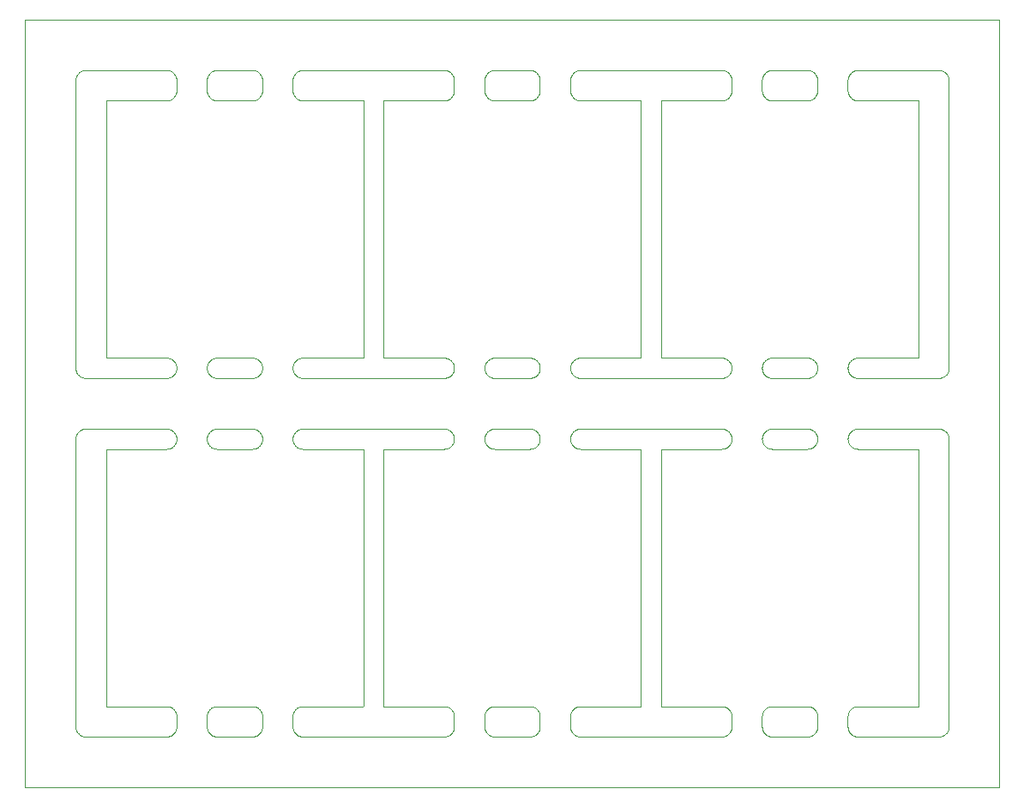
<source format=gm1>
%TF.GenerationSoftware,KiCad,Pcbnew,9.0.5*%
%TF.CreationDate,2025-11-15T17:58:45+00:00*%
%TF.ProjectId,pmic_panel,706d6963-5f70-4616-9e65-6c2e6b696361,rev?*%
%TF.SameCoordinates,Original*%
%TF.FileFunction,Profile,NP*%
%FSLAX46Y46*%
G04 Gerber Fmt 4.6, Leading zero omitted, Abs format (unit mm)*
G04 Created by KiCad (PCBNEW 9.0.5) date 2025-11-15 17:58:45*
%MOMM*%
%LPD*%
G01*
G04 APERTURE LIST*
%TA.AperFunction,Profile*%
%ADD10C,0.100000*%
%TD*%
G04 APERTURE END LIST*
D10*
X173425456Y-55071887D02*
X173393429Y-55034758D01*
X173177479Y-61547583D02*
X173171477Y-61498919D01*
X145842711Y-27383300D02*
X145825064Y-27337552D01*
X118852078Y-60542129D02*
X118894741Y-60517960D01*
X169504219Y-87858397D02*
X169549967Y-87876044D01*
X151174935Y-54737552D02*
X151157288Y-54783300D01*
X123832129Y-27050018D02*
X123828522Y-27098919D01*
X181961446Y-90541209D02*
X181925933Y-90507399D01*
X115323649Y-61109005D02*
X115336727Y-61156262D01*
X126929248Y-54828127D02*
X126909377Y-54783300D01*
X105443016Y-25709005D02*
X105458397Y-25662447D01*
X115224537Y-90314588D02*
X115198304Y-90356014D01*
X105404810Y-25901080D02*
X105410812Y-25852416D01*
X178305220Y-25258790D02*
X178340732Y-25292600D01*
X178436737Y-53803896D02*
X178464971Y-53843985D01*
X142401425Y-25226762D02*
X142438553Y-25258790D01*
X119365678Y-60400000D02*
X122834321Y-60400000D01*
X178628522Y-27098919D02*
X178622520Y-27147583D01*
X182295780Y-62341602D02*
X182250032Y-62323955D01*
X170161855Y-61301080D02*
X170165463Y-61349981D01*
X150905220Y-55141209D02*
X150868092Y-55173237D01*
X170166666Y-89800987D02*
X170165463Y-89850018D01*
X118385862Y-54204104D02*
X118396605Y-54156262D01*
X150524327Y-27956983D02*
X150477070Y-27970060D01*
X105476044Y-90183300D02*
X105458397Y-90137552D01*
X190650018Y-90798796D02*
X190600987Y-90800000D01*
X142322681Y-90631637D02*
X142281255Y-90657870D01*
X123822520Y-54547583D02*
X123814137Y-54595895D01*
X151064971Y-61956014D02*
X151036737Y-61996103D01*
X123774935Y-54737552D02*
X123757288Y-54783300D01*
X126929248Y-25571872D02*
X126951294Y-25528074D01*
X115365463Y-25949981D02*
X115366666Y-25999012D01*
X127832345Y-60400000D02*
X141767654Y-60400000D01*
X181801695Y-27556014D02*
X181775462Y-27514588D01*
X154525933Y-60692600D02*
X154561446Y-60658790D01*
X123774935Y-90137552D02*
X123757288Y-90183300D01*
X115361855Y-25901080D02*
X115365463Y-25949981D01*
X118983366Y-25076044D02*
X119029113Y-25058397D01*
X123803394Y-61643737D02*
X123790316Y-61690994D01*
X146667747Y-25004810D02*
X146716648Y-25001203D01*
X154291731Y-25662447D02*
X154309377Y-25616699D01*
X169638591Y-25117960D02*
X169681255Y-25142129D01*
X127832345Y-55400000D02*
X127783314Y-55398796D01*
X169907876Y-25328112D02*
X169939903Y-25365241D01*
X154329248Y-27428127D02*
X154309377Y-27383300D01*
X150429228Y-25019195D02*
X150477070Y-25029939D01*
X119075672Y-90756983D02*
X119029113Y-90741602D01*
X123574543Y-62071887D02*
X123540732Y-62107399D01*
X105542129Y-25485411D02*
X105568362Y-25443985D01*
X114416685Y-53401203D02*
X114465585Y-53404810D01*
X169838553Y-90541209D02*
X169801425Y-90573237D01*
X126975462Y-88285411D02*
X127001695Y-88243985D01*
X108400000Y-87787752D02*
X108400270Y-87798754D01*
X169907876Y-53728112D02*
X169939903Y-53765241D01*
X105410812Y-61252416D02*
X105419195Y-61204104D01*
X154429929Y-61996103D02*
X154401695Y-61956014D01*
X114562561Y-27980804D02*
X114514250Y-27989187D01*
X118983366Y-55323955D02*
X118938539Y-55304085D01*
X114416685Y-60401203D02*
X114465585Y-60404810D01*
X151137418Y-88371872D02*
X151157288Y-88416699D01*
X142755853Y-89947583D02*
X142747470Y-89995895D01*
X170161855Y-54301080D02*
X170165463Y-54349981D01*
X146619082Y-53410812D02*
X146667747Y-53404810D01*
X118563262Y-27596103D02*
X118535028Y-27556014D01*
X127405205Y-60495914D02*
X127450032Y-60476044D01*
X123822520Y-61252416D02*
X123828522Y-61301080D01*
X126844146Y-27147583D02*
X126838144Y-27098919D01*
X114962770Y-25196595D02*
X115001425Y-25226762D01*
X115290622Y-88416699D02*
X115308268Y-88462447D01*
X170165463Y-61450018D02*
X170161855Y-61498919D01*
X145796605Y-25756262D02*
X145809683Y-25709005D01*
X154329248Y-90228127D02*
X154309377Y-90183300D01*
X170161855Y-27098919D02*
X170155853Y-27147583D01*
X146429113Y-60458397D02*
X146475672Y-60443016D01*
X150570886Y-62341602D02*
X150524327Y-62356983D01*
X105476044Y-54783300D02*
X105458397Y-54737552D01*
X163200000Y-28012272D02*
X163200000Y-53387727D01*
X115365463Y-89850018D02*
X115361855Y-89898919D01*
X123832129Y-54450018D02*
X123828522Y-54498919D01*
X178016633Y-25076044D02*
X178061460Y-25095914D01*
X154718744Y-53542129D02*
X154761408Y-53517960D01*
X123715372Y-27471925D02*
X123691203Y-27514588D01*
X154276350Y-90090994D02*
X154263272Y-90043737D01*
X173167870Y-88749981D02*
X173171477Y-88701080D01*
X126833333Y-61400987D02*
X126833333Y-61399012D01*
X145766666Y-54399012D02*
X145767870Y-54349981D01*
X150974543Y-53728112D02*
X151006570Y-53765241D01*
X145767870Y-61450018D02*
X145766666Y-61400987D01*
X142149967Y-27923955D02*
X142104219Y-27941602D01*
X150940732Y-27707399D02*
X150905220Y-27741209D01*
X127495780Y-87858397D02*
X127542339Y-87843016D01*
X123261460Y-62304085D02*
X123216633Y-62323955D01*
X123170886Y-87858397D02*
X123216633Y-87876044D01*
X145809683Y-90090994D02*
X145796605Y-90043737D01*
X173308796Y-53885411D02*
X173335028Y-53843985D01*
X173185862Y-25804104D02*
X173196605Y-25756262D01*
X146716648Y-27998796D02*
X146667747Y-27995189D01*
X118731907Y-62173237D02*
X118694779Y-62141209D01*
X123832129Y-54349981D02*
X123833333Y-54399012D01*
X191598796Y-54450018D02*
X191595189Y-54498919D01*
X173531907Y-88026762D02*
X173570563Y-87996595D01*
X178574935Y-61062447D02*
X178590316Y-61109005D01*
X178557288Y-27383300D02*
X178537418Y-27428127D01*
X127495780Y-55341602D02*
X127450032Y-55323955D01*
X105517960Y-60928074D02*
X105542129Y-60885411D01*
X178557288Y-88416699D02*
X178574935Y-88462447D01*
X146131907Y-62173237D02*
X146094779Y-62141209D01*
X178374543Y-88128112D02*
X178406570Y-88165241D01*
X150905220Y-27741209D02*
X150868092Y-27773237D01*
X142401425Y-27773237D02*
X142362770Y-27803404D01*
X177829228Y-87819195D02*
X177877070Y-87829939D01*
X123715372Y-54871925D02*
X123691203Y-54914588D01*
X141865585Y-90795189D02*
X141816685Y-90798796D01*
X169762770Y-60596595D02*
X169801425Y-60626762D01*
X150477070Y-62370060D02*
X150429228Y-62380804D01*
X169970070Y-90396103D02*
X169939903Y-90434758D01*
X181998574Y-90573237D02*
X181961446Y-90541209D01*
X146170563Y-53596595D02*
X146210652Y-53568362D01*
X170070751Y-25571872D02*
X170090622Y-25616699D01*
X142474066Y-60692600D02*
X142507876Y-60728112D01*
X115366666Y-88799012D02*
X115366666Y-89800987D01*
X114704219Y-90741602D02*
X114657660Y-90756983D01*
X154329248Y-54828127D02*
X154309377Y-54783300D01*
X150747921Y-60542129D02*
X150789347Y-60568362D01*
X169874066Y-53692600D02*
X169907876Y-53728112D01*
X181638144Y-89898919D02*
X181634536Y-89850018D01*
X182389596Y-25029939D02*
X182437438Y-25019195D01*
X150570886Y-27941602D02*
X150524327Y-27956983D01*
X146383366Y-87876044D02*
X146429113Y-87858397D01*
X182342339Y-90756983D02*
X182295780Y-90741602D01*
X142474066Y-25292600D02*
X142507876Y-25328112D01*
X178590316Y-25709005D02*
X178603394Y-25756262D01*
X127318744Y-55257870D02*
X127277318Y-55231637D01*
X173970771Y-62380804D02*
X173922929Y-62370060D01*
X173171477Y-88701080D02*
X173177479Y-88652416D01*
X127589596Y-53429939D02*
X127637438Y-53419195D01*
X155037438Y-60419195D02*
X155085749Y-60410812D01*
X115139903Y-53765241D02*
X115170070Y-53803896D01*
X146765678Y-60400000D02*
X150234321Y-60400000D01*
X115001425Y-53626762D02*
X115038553Y-53658790D01*
X106062447Y-55341602D02*
X106016699Y-55323955D01*
X118442711Y-90183300D02*
X118425064Y-90137552D01*
X190795895Y-25019195D02*
X190843737Y-25029939D01*
X181751294Y-54871925D02*
X181729248Y-54828127D01*
X126852529Y-27195895D02*
X126844146Y-27147583D01*
X108401245Y-87799729D02*
X108412247Y-87799999D01*
X123832129Y-25949981D02*
X123833333Y-25999012D01*
X174116648Y-60401203D02*
X174165678Y-60400000D01*
X105419195Y-89995895D02*
X105410812Y-89947583D01*
X173570563Y-90603404D02*
X173531907Y-90573237D01*
X173970771Y-60419195D02*
X174019082Y-60410812D01*
X178229436Y-55203404D02*
X178189347Y-55231637D01*
X123774935Y-27337552D02*
X123757288Y-27383300D01*
X146094779Y-25258790D02*
X146131907Y-25226762D01*
X126929248Y-61828127D02*
X126909377Y-61783300D01*
X127542339Y-53443016D02*
X127589596Y-53429939D01*
X151115372Y-54871925D02*
X151091203Y-54914588D01*
X169549967Y-62323955D02*
X169504219Y-62341602D01*
X115074066Y-25292600D02*
X115107876Y-25328112D01*
X154401695Y-54956014D02*
X154375462Y-54914588D01*
X127092123Y-25328112D02*
X127125933Y-25292600D01*
X105410812Y-25852416D02*
X105419195Y-25804104D01*
X105542129Y-54914588D02*
X105517960Y-54871925D01*
X181961446Y-60658790D02*
X181998574Y-60626762D01*
X105803896Y-90603404D02*
X105765241Y-90573237D01*
X108401245Y-53399729D02*
X108412247Y-53399999D01*
X115198304Y-88243985D02*
X115224537Y-88285411D01*
X123636737Y-27596103D02*
X123606570Y-27634758D01*
X108412272Y-53400000D02*
X114367654Y-53400000D01*
X173242711Y-27383300D02*
X173225064Y-27337552D01*
X106349981Y-25001203D02*
X106399012Y-25000000D01*
X105419195Y-61204104D02*
X105429939Y-61156262D01*
X155183314Y-25001203D02*
X155232345Y-25000000D01*
X155232345Y-53400000D02*
X161187727Y-53400000D01*
X191482039Y-90271925D02*
X191457870Y-90314588D01*
X123664971Y-90356014D02*
X123636737Y-90396103D01*
X191556983Y-90090994D02*
X191541602Y-90137552D01*
X173171477Y-25901080D02*
X173177479Y-25852416D01*
X115323649Y-25709005D02*
X115336727Y-25756262D01*
X108400000Y-53387752D02*
X108400270Y-53398754D01*
X178061460Y-55304085D02*
X178016633Y-55323955D01*
X178105258Y-53517960D02*
X178147921Y-53542129D01*
X178016633Y-90723955D02*
X177970886Y-90741602D01*
X146475672Y-25043016D02*
X146522929Y-25029939D01*
X173459267Y-27707399D02*
X173425456Y-27671887D01*
X142539903Y-90434758D02*
X142507876Y-90471887D01*
X191504085Y-60971872D02*
X191523955Y-61016699D01*
X146059267Y-90507399D02*
X146025456Y-90471887D01*
X154989596Y-25029939D02*
X155037438Y-25019195D01*
X115107876Y-55071887D02*
X115074066Y-55107399D01*
X115074066Y-27707399D02*
X115038553Y-27741209D01*
X150616633Y-87876044D02*
X150661460Y-87895914D01*
X127637438Y-53419195D02*
X127685749Y-53410812D01*
X154244146Y-27147583D02*
X154238144Y-27098919D01*
X154492123Y-90471887D02*
X154460096Y-90434758D01*
X182485749Y-90789187D02*
X182437438Y-90780804D01*
X178537418Y-54828127D02*
X178515372Y-54871925D01*
X170165463Y-27050018D02*
X170161855Y-27098919D01*
X182342339Y-55356983D02*
X182295780Y-55341602D01*
X142104219Y-55341602D02*
X142057660Y-55356983D01*
X151137418Y-53971872D02*
X151157288Y-54016699D01*
X154291731Y-61062447D02*
X154309377Y-61016699D01*
X170090622Y-27383300D02*
X170070751Y-27428127D01*
X141816685Y-27998796D02*
X141767654Y-28000000D01*
X173242711Y-90183300D02*
X173225064Y-90137552D01*
X177634321Y-87800000D02*
X177683351Y-87801203D01*
X178614137Y-54595895D02*
X178603394Y-54643737D01*
X119170771Y-87819195D02*
X119219082Y-87810812D01*
X119170771Y-90780804D02*
X119122929Y-90770060D01*
X155232345Y-90800000D02*
X155183314Y-90798796D01*
X119075672Y-25043016D02*
X119122929Y-25029939D01*
X151091203Y-53885411D02*
X151115372Y-53928074D01*
X178614137Y-61204104D02*
X178622520Y-61252416D01*
X154263272Y-88556262D02*
X154276350Y-88509005D01*
X142761855Y-54498919D02*
X142755853Y-54547583D01*
X146475672Y-53443016D02*
X146522929Y-53429939D01*
X174067747Y-90795189D02*
X174019082Y-90789187D01*
X115365463Y-88749981D02*
X115366666Y-88799012D01*
X173308796Y-27514588D02*
X173284627Y-27471925D01*
X146619082Y-60410812D02*
X146667747Y-60404810D01*
X146667747Y-55395189D02*
X146619082Y-55389187D01*
X181801695Y-53843985D02*
X181829929Y-53803896D01*
X151203394Y-61643737D02*
X151190316Y-61690994D01*
X114838591Y-25117960D02*
X114881255Y-25142129D01*
X181691731Y-25662447D02*
X181709377Y-25616699D01*
X170090622Y-25616699D02*
X170108268Y-25662447D01*
X115347470Y-54595895D02*
X115336727Y-54643737D01*
X141816685Y-87801203D02*
X141865585Y-87804810D01*
X151036737Y-60803896D02*
X151064971Y-60843985D01*
X145884627Y-53928074D02*
X145908796Y-53885411D01*
X178374543Y-90471887D02*
X178340732Y-90507399D01*
X126951294Y-54871925D02*
X126929248Y-54828127D01*
X154233333Y-61399012D02*
X154234536Y-61349981D01*
X173531907Y-90573237D02*
X173494779Y-90541209D01*
X178061460Y-87895914D02*
X178105258Y-87917960D01*
X126876350Y-27290994D02*
X126863272Y-27243737D01*
X145777479Y-61252416D02*
X145785862Y-61204104D01*
X151232129Y-61450018D02*
X151228522Y-61498919D01*
X173225064Y-25662447D02*
X173242711Y-25616699D01*
X182077318Y-87968362D02*
X182118744Y-87942129D01*
X145862581Y-54828127D02*
X145842711Y-54783300D01*
X106301080Y-25004810D02*
X106349981Y-25001203D01*
X145993429Y-53765241D02*
X146025456Y-53728112D01*
X105476044Y-25616699D02*
X105495914Y-25571872D01*
X182205205Y-25095914D02*
X182250032Y-25076044D01*
X123715372Y-25528074D02*
X123737418Y-25571872D01*
X126838144Y-25901080D02*
X126844146Y-25852416D01*
X169314250Y-55389187D02*
X169265585Y-55395189D01*
X123124327Y-53443016D02*
X123170886Y-53458397D01*
X155085749Y-25010812D02*
X155134414Y-25004810D01*
X146094779Y-53658790D02*
X146131907Y-53626762D01*
X196599729Y-95798754D02*
X196599999Y-95787752D01*
X145771477Y-54498919D02*
X145767870Y-54450018D01*
X169594794Y-60495914D02*
X169638591Y-60517960D01*
X150616633Y-53476044D02*
X150661460Y-53495914D01*
X182037229Y-55203404D02*
X181998574Y-55173237D01*
X151190316Y-27290994D02*
X151174935Y-27337552D01*
X154276350Y-61109005D02*
X154291731Y-61062447D01*
X123822520Y-89947583D02*
X123814137Y-89995895D01*
X190937552Y-25058397D02*
X190983300Y-25076044D01*
X146522929Y-27970060D02*
X146475672Y-27956983D01*
X181998574Y-25226762D02*
X182037229Y-25196595D01*
X118371477Y-54301080D02*
X118377479Y-54252416D01*
X145796605Y-90043737D02*
X145785862Y-89995895D01*
X154561446Y-62141209D02*
X154525933Y-62107399D01*
X123774935Y-88462447D02*
X123790316Y-88509005D01*
X145777479Y-54547583D02*
X145771477Y-54498919D01*
X123790316Y-25709005D02*
X123803394Y-25756262D01*
X146383366Y-60476044D02*
X146429113Y-60458397D01*
X182037229Y-90603404D02*
X181998574Y-90573237D01*
X170108268Y-90137552D02*
X170090622Y-90183300D01*
X105843985Y-25168362D02*
X105885411Y-25142129D01*
X177634321Y-60400000D02*
X177683351Y-60401203D01*
X151157288Y-90183300D02*
X151137418Y-90228127D01*
X145935028Y-60843985D02*
X145963262Y-60803896D01*
X182118744Y-25142129D02*
X182161408Y-25117960D01*
X123833333Y-61399012D02*
X123833333Y-61400987D01*
X191156014Y-55231637D02*
X191114588Y-55257870D01*
X115270751Y-90228127D02*
X115248705Y-90271925D01*
X118731907Y-60626762D02*
X118770563Y-60596595D01*
X154351294Y-88328074D02*
X154375462Y-88285411D01*
X126844146Y-89947583D02*
X126838144Y-89898919D01*
X114704219Y-25058397D02*
X114749967Y-25076044D01*
X181925933Y-27707399D02*
X181892123Y-27671887D01*
X169504219Y-55341602D02*
X169457660Y-55356983D01*
X169549967Y-90723955D02*
X169504219Y-90741602D01*
X191403404Y-60803896D02*
X191431637Y-60843985D01*
X114838591Y-55282039D02*
X114794794Y-55304085D01*
X127637438Y-87819195D02*
X127685749Y-87810812D01*
X115139903Y-90434758D02*
X115107876Y-90471887D01*
X173284627Y-27471925D02*
X173262581Y-27428127D01*
X115170070Y-88203896D02*
X115198304Y-88243985D01*
X155232345Y-25000000D02*
X169167654Y-25000000D01*
X173225064Y-54737552D02*
X173209683Y-54690994D01*
X118852078Y-90657870D02*
X118810652Y-90631637D01*
X122980917Y-25010812D02*
X123029228Y-25019195D01*
X151228522Y-89898919D02*
X151222520Y-89947583D01*
X155085749Y-27989187D02*
X155037438Y-27980804D01*
X150616633Y-90723955D02*
X150570886Y-90741602D01*
X150905220Y-62141209D02*
X150868092Y-62173237D01*
X177634321Y-25000000D02*
X177683351Y-25001203D01*
X154429929Y-60803896D02*
X154460096Y-60765241D01*
X127237229Y-87996595D02*
X127277318Y-87968362D01*
X169907876Y-62071887D02*
X169874066Y-62107399D01*
X154598574Y-60626762D02*
X154637229Y-60596595D01*
X119316648Y-27998796D02*
X119267747Y-27995189D01*
X188587727Y-62400000D02*
X182632345Y-62400000D01*
X178340732Y-25292600D02*
X178374543Y-25328112D01*
X114610403Y-25029939D02*
X114657660Y-25043016D01*
X151203394Y-27243737D02*
X151190316Y-27290994D01*
X173738539Y-27904085D02*
X173694741Y-27882039D01*
X174165678Y-62400000D02*
X174116648Y-62398796D01*
X142322681Y-87968362D02*
X142362770Y-87996595D01*
X174165678Y-25000000D02*
X177634321Y-25000000D01*
X169457660Y-53443016D02*
X169504219Y-53458397D01*
X170166666Y-88799012D02*
X170166666Y-89800987D01*
X181829929Y-27596103D02*
X181801695Y-27556014D01*
X115139903Y-62034758D02*
X115107876Y-62071887D01*
X178632129Y-61349981D02*
X178633333Y-61399012D01*
X173393429Y-27634758D02*
X173363262Y-27596103D01*
X115366666Y-61400987D02*
X115365463Y-61450018D01*
X182632345Y-60400000D02*
X190600987Y-60400000D01*
X173225064Y-61062447D02*
X173242711Y-61016699D01*
X169265585Y-55395189D02*
X169216685Y-55398796D01*
X161199999Y-62412247D02*
X161199729Y-62401245D01*
X154677318Y-55231637D02*
X154637229Y-55203404D01*
X191556983Y-61109005D02*
X191570060Y-61156262D01*
X161199729Y-53398754D02*
X161199999Y-53387752D01*
X154252529Y-27195895D02*
X154244146Y-27147583D01*
X178105258Y-55282039D02*
X178061460Y-55304085D01*
X169939903Y-60765241D02*
X169970070Y-60803896D01*
X150332252Y-90795189D02*
X150283351Y-90798796D01*
X126833333Y-27000987D02*
X126833333Y-25999012D01*
X145908796Y-54914588D02*
X145884627Y-54871925D01*
X142690622Y-27383300D02*
X142670751Y-27428127D01*
X154637229Y-87996595D02*
X154677318Y-87968362D01*
X127237229Y-60596595D02*
X127277318Y-60568362D01*
X126838144Y-54498919D02*
X126834536Y-54450018D01*
X118593429Y-55034758D02*
X118563262Y-54996103D01*
X178340732Y-27707399D02*
X178305220Y-27741209D01*
X115347470Y-61204104D02*
X115355853Y-61252416D01*
X150283351Y-55398796D02*
X150234321Y-55400000D01*
X151157288Y-61016699D02*
X151174935Y-61062447D01*
X115270751Y-27428127D02*
X115248705Y-27471925D01*
X150661460Y-87895914D02*
X150705258Y-87917960D01*
X142104219Y-87858397D02*
X142149967Y-87876044D01*
X146252078Y-27857870D02*
X146210652Y-27831637D01*
X145842711Y-61783300D02*
X145825064Y-61737552D01*
X155183314Y-27998796D02*
X155134414Y-27995189D01*
X170147470Y-88604104D02*
X170155853Y-88652416D01*
X191307399Y-55107399D02*
X191271887Y-55141209D01*
X181676350Y-61109005D02*
X181691731Y-61062447D01*
X141816685Y-55398796D02*
X141767654Y-55400000D01*
X169504219Y-60458397D02*
X169549967Y-60476044D01*
X106252416Y-25010812D02*
X106301080Y-25004810D01*
X181775462Y-54914588D02*
X181751294Y-54871925D01*
X127832345Y-25000000D02*
X141767654Y-25000000D01*
X173225064Y-54062447D02*
X173242711Y-54016699D01*
X178229436Y-25196595D02*
X178268092Y-25226762D01*
X169549967Y-25076044D02*
X169594794Y-25095914D01*
X115365463Y-54349981D02*
X115366666Y-54399012D01*
X182077318Y-53568362D02*
X182118744Y-53542129D01*
X115270751Y-88371872D02*
X115290622Y-88416699D01*
X126909377Y-61783300D02*
X126891731Y-61737552D01*
X178603394Y-88556262D02*
X178614137Y-88604104D01*
X182632345Y-90800000D02*
X182583314Y-90798796D01*
X146059267Y-55107399D02*
X146025456Y-55071887D01*
X173166666Y-27000987D02*
X173166666Y-25999012D01*
X154598574Y-55173237D02*
X154561446Y-55141209D01*
X146716648Y-25001203D02*
X146765678Y-25000000D01*
X127092123Y-27671887D02*
X127060096Y-27634758D01*
X191373237Y-60765241D02*
X191403404Y-60803896D01*
X154761408Y-87917960D02*
X154805205Y-87895914D01*
X145771477Y-61301080D02*
X145777479Y-61252416D01*
X127405205Y-27904085D02*
X127361408Y-27882039D01*
X145993429Y-60765241D02*
X146025456Y-60728112D01*
X145825064Y-54062447D02*
X145842711Y-54016699D01*
X114838591Y-60517960D02*
X114881255Y-60542129D01*
X154942339Y-27956983D02*
X154895780Y-27941602D01*
X169594794Y-87895914D02*
X169638591Y-87917960D01*
X123691203Y-54914588D02*
X123664971Y-54956014D01*
X141767654Y-25000000D02*
X141816685Y-25001203D01*
X178632129Y-88749981D02*
X178633333Y-88799012D01*
X118508796Y-61914588D02*
X118484627Y-61871925D01*
X145862581Y-60971872D02*
X145884627Y-60928074D01*
X154401695Y-27556014D02*
X154375462Y-27514588D01*
X118894741Y-60517960D02*
X118938539Y-60495914D01*
X115001425Y-62173237D02*
X114962770Y-62203404D01*
X118462581Y-90228127D02*
X118442711Y-90183300D01*
X123347921Y-62257870D02*
X123305258Y-62282039D01*
X178537418Y-61828127D02*
X178515372Y-61871925D01*
X114881255Y-87942129D02*
X114922681Y-87968362D01*
X115323649Y-54109005D02*
X115336727Y-54156262D01*
X118377479Y-61547583D02*
X118371477Y-61498919D01*
X115038553Y-53658790D02*
X115074066Y-53692600D01*
X181663272Y-54156262D02*
X181676350Y-54109005D01*
X150477070Y-25029939D02*
X150524327Y-25043016D01*
X178603394Y-61643737D02*
X178590316Y-61690994D01*
X173209683Y-25709005D02*
X173225064Y-25662447D01*
X115355853Y-61252416D02*
X115361855Y-61301080D01*
X142624537Y-53885411D02*
X142648705Y-53928074D01*
X169681255Y-62257870D02*
X169638591Y-62282039D01*
X114465585Y-60404810D02*
X114514250Y-60410812D01*
X126838144Y-89898919D02*
X126834536Y-89850018D01*
X178614137Y-89995895D02*
X178603394Y-90043737D01*
X115170070Y-54996103D02*
X115139903Y-55034758D01*
X173783366Y-62323955D02*
X173738539Y-62304085D01*
X126863272Y-25756262D02*
X126876350Y-25709005D01*
X177780917Y-90789187D02*
X177732252Y-90795189D01*
X123540732Y-90507399D02*
X123505220Y-90541209D01*
X119219082Y-55389187D02*
X119170771Y-55380804D01*
X118396605Y-61156262D02*
X118409683Y-61109005D01*
X178436737Y-61996103D02*
X178406570Y-62034758D01*
X105728112Y-90541209D02*
X105692600Y-90507399D01*
X126834536Y-61450018D02*
X126833333Y-61400987D01*
X170024537Y-53885411D02*
X170048705Y-53928074D01*
X182437438Y-90780804D02*
X182389596Y-90770060D01*
X181663272Y-90043737D02*
X181652529Y-89995895D01*
X161199999Y-28012247D02*
X161199729Y-28001245D01*
X114657660Y-90756983D02*
X114610403Y-90770060D01*
X118694779Y-55141209D02*
X118659267Y-55107399D01*
X142238591Y-90682039D02*
X142194794Y-90704085D01*
X190698919Y-90795189D02*
X190650018Y-90798796D01*
X174019082Y-60410812D02*
X174067747Y-60404810D01*
X154244146Y-61547583D02*
X154238144Y-61498919D01*
X170136727Y-90043737D02*
X170123649Y-90090994D01*
X170147470Y-61595895D02*
X170136727Y-61643737D01*
X178574935Y-61737552D02*
X178557288Y-61783300D01*
X191541602Y-25662447D02*
X191556983Y-25709005D01*
X154492123Y-60728112D02*
X154525933Y-60692600D01*
X114794794Y-27904085D02*
X114749967Y-27923955D01*
X154677318Y-27831637D02*
X154637229Y-27803404D01*
X177634321Y-28000000D02*
X174165678Y-28000000D01*
X173209683Y-27290994D02*
X173196605Y-27243737D01*
X115270751Y-60971872D02*
X115290622Y-61016699D01*
X127589596Y-60429939D02*
X127637438Y-60419195D01*
X118731907Y-53626762D02*
X118770563Y-53596595D01*
X141865585Y-55395189D02*
X141816685Y-55398796D01*
X190747583Y-25010812D02*
X190795895Y-25019195D01*
X106016699Y-60476044D02*
X106062447Y-60458397D01*
X177924327Y-60443016D02*
X177970886Y-60458397D01*
X177780917Y-60410812D02*
X177829228Y-60419195D01*
X169410403Y-27970060D02*
X169362561Y-27980804D01*
X150747921Y-62257870D02*
X150705258Y-62282039D01*
X151115372Y-61871925D02*
X151091203Y-61914588D01*
X115248705Y-54871925D02*
X115224537Y-54914588D01*
X145785862Y-61595895D02*
X145777479Y-61547583D01*
X145809683Y-25709005D02*
X145825064Y-25662447D01*
X151232129Y-25949981D02*
X151233333Y-25999012D01*
X105971872Y-55304085D02*
X105928074Y-55282039D01*
X150429228Y-87819195D02*
X150477070Y-87829939D01*
X123737418Y-54828127D02*
X123715372Y-54871925D01*
X181751294Y-88328074D02*
X181775462Y-88285411D01*
X173738539Y-62304085D02*
X173694741Y-62282039D01*
X154263272Y-54643737D02*
X154252529Y-54595895D01*
X146094779Y-27741209D02*
X146059267Y-27707399D01*
X169410403Y-53429939D02*
X169457660Y-53443016D01*
X142736727Y-61156262D02*
X142747470Y-61204104D01*
X123029228Y-62380804D02*
X122980917Y-62389187D01*
X118385862Y-88604104D02*
X118396605Y-88556262D01*
X173308796Y-60885411D02*
X173335028Y-60843985D01*
X173393429Y-90434758D02*
X173363262Y-90396103D01*
X169874066Y-25292600D02*
X169907876Y-25328112D01*
X163212247Y-62400000D02*
X163201245Y-62400270D01*
X123505220Y-88058790D02*
X123540732Y-88092600D01*
X150905220Y-53658790D02*
X150940732Y-53692600D01*
X170165463Y-54450018D02*
X170161855Y-54498919D01*
X123305258Y-53517960D02*
X123347921Y-53542129D01*
X123828522Y-25901080D02*
X123832129Y-25949981D01*
X123636737Y-54996103D02*
X123606570Y-55034758D01*
X169762770Y-55203404D02*
X169722681Y-55231637D01*
X173242711Y-88416699D02*
X173262581Y-88371872D01*
X178268092Y-62173237D02*
X178229436Y-62203404D01*
X141962561Y-55380804D02*
X141914250Y-55389187D01*
X169638591Y-90682039D02*
X169594794Y-90704085D01*
X161187752Y-87799999D02*
X161198754Y-87799729D01*
X115198304Y-53843985D02*
X115224537Y-53885411D01*
X150570886Y-55341602D02*
X150524327Y-55356983D01*
X173171477Y-54498919D02*
X173167870Y-54450018D01*
X127734414Y-90795189D02*
X127685749Y-90789187D01*
X142761855Y-25901080D02*
X142765463Y-25949981D01*
X190843737Y-25029939D02*
X190890994Y-25043016D01*
X181961446Y-55141209D02*
X181925933Y-55107399D01*
X182295780Y-27941602D02*
X182250032Y-27923955D01*
X169801425Y-25226762D02*
X169838553Y-25258790D01*
X118983366Y-53476044D02*
X119029113Y-53458397D01*
X123468092Y-27773237D02*
X123429436Y-27803404D01*
X123574543Y-25328112D02*
X123606570Y-25365241D01*
X118694779Y-53658790D02*
X118731907Y-53626762D01*
X169998304Y-90356014D02*
X169970070Y-90396103D01*
X114562561Y-25019195D02*
X114610403Y-25029939D01*
X169838553Y-53658790D02*
X169874066Y-53692600D01*
X169216685Y-60401203D02*
X169265585Y-60404810D01*
X141962561Y-25019195D02*
X142010403Y-25029939D01*
X141767654Y-60400000D02*
X141816685Y-60401203D01*
X105596595Y-25403896D02*
X105626762Y-25365241D01*
X169410403Y-60429939D02*
X169457660Y-60443016D01*
X142670751Y-53971872D02*
X142690622Y-54016699D01*
X142010403Y-60429939D02*
X142057660Y-60443016D01*
X169762770Y-87996595D02*
X169801425Y-88026762D01*
X115361855Y-54498919D02*
X115355853Y-54547583D01*
X146667747Y-53404810D02*
X146716648Y-53401203D01*
X154637229Y-25196595D02*
X154677318Y-25168362D01*
X127783314Y-62398796D02*
X127734414Y-62395189D01*
X126929248Y-60971872D02*
X126951294Y-60928074D01*
X151006570Y-88165241D02*
X151036737Y-88203896D01*
X181801695Y-54956014D02*
X181775462Y-54914588D01*
X114922681Y-53568362D02*
X114962770Y-53596595D01*
X169801425Y-60626762D02*
X169838553Y-60658790D01*
X178515372Y-53928074D02*
X178537418Y-53971872D01*
X155085749Y-62389187D02*
X155037438Y-62380804D01*
X122980917Y-55389187D02*
X122932252Y-55395189D01*
X126929248Y-53971872D02*
X126951294Y-53928074D01*
X123077070Y-62370060D02*
X123029228Y-62380804D01*
X126834536Y-54349981D02*
X126838144Y-54301080D01*
X191431637Y-54956014D02*
X191403404Y-54996103D01*
X115074066Y-55107399D02*
X115038553Y-55141209D01*
X115308268Y-54737552D02*
X115290622Y-54783300D01*
X127734414Y-62395189D02*
X127685749Y-62389187D01*
X142755853Y-25852416D02*
X142761855Y-25901080D01*
X115270751Y-54828127D02*
X115248705Y-54871925D01*
X173570563Y-25196595D02*
X173610652Y-25168362D01*
X146522929Y-60429939D02*
X146570771Y-60419195D01*
X190937552Y-90741602D02*
X190890994Y-90756983D01*
X123429436Y-55203404D02*
X123389347Y-55231637D01*
X190937552Y-55341602D02*
X190890994Y-55356983D01*
X154718744Y-62257870D02*
X154677318Y-62231637D01*
X178061460Y-60495914D02*
X178105258Y-60517960D01*
X154238144Y-89898919D02*
X154234536Y-89850018D01*
X150974543Y-62071887D02*
X150940732Y-62107399D01*
X127450032Y-25076044D02*
X127495780Y-25058397D01*
X146475672Y-55356983D02*
X146429113Y-55341602D01*
X146294741Y-90682039D02*
X146252078Y-90657870D01*
X170155853Y-25852416D02*
X170161855Y-25901080D01*
X118462581Y-60971872D02*
X118484627Y-60928074D01*
X181691731Y-61062447D02*
X181709377Y-61016699D01*
X178633333Y-61399012D02*
X178633333Y-61400987D01*
X118852078Y-87942129D02*
X118894741Y-87917960D01*
X150524327Y-53443016D02*
X150570886Y-53458397D01*
X118377479Y-54252416D02*
X118385862Y-54204104D01*
X178305220Y-90541209D02*
X178268092Y-90573237D01*
X182161408Y-55282039D02*
X182118744Y-55257870D01*
X118371477Y-25901080D02*
X118377479Y-25852416D01*
X142747470Y-61595895D02*
X142736727Y-61643737D01*
X115224537Y-88285411D02*
X115248705Y-88328074D01*
X191271887Y-25258790D02*
X191307399Y-25292600D01*
X191071925Y-90682039D02*
X191028127Y-90704085D01*
X118563262Y-54996103D02*
X118535028Y-54956014D01*
X173829113Y-87858397D02*
X173875672Y-87843016D01*
X127783314Y-90798796D02*
X127734414Y-90795189D01*
X182485749Y-60410812D02*
X182534414Y-60404810D01*
X106062447Y-60458397D02*
X106109005Y-60443016D01*
X181644146Y-88652416D02*
X181652529Y-88604104D01*
X146522929Y-25029939D02*
X146570771Y-25019195D01*
X177683351Y-53401203D02*
X177732252Y-53404810D01*
X174165678Y-87800000D02*
X177634321Y-87800000D01*
X154637229Y-90603404D02*
X154598574Y-90573237D01*
X142438553Y-62141209D02*
X142401425Y-62173237D01*
X114465585Y-53404810D02*
X114514250Y-53410812D01*
X169457660Y-60443016D02*
X169504219Y-60458397D01*
X126909377Y-88416699D02*
X126929248Y-88371872D01*
X150974543Y-88128112D02*
X151006570Y-88165241D01*
X105542129Y-90314588D02*
X105517960Y-90271925D01*
X191307399Y-60692600D02*
X191341209Y-60728112D01*
X118938539Y-87895914D02*
X118983366Y-87876044D01*
X133787752Y-53399999D02*
X133798754Y-53399729D01*
X123664971Y-27556014D02*
X123636737Y-27596103D01*
X151157288Y-25616699D02*
X151174935Y-25662447D01*
X154309377Y-61783300D02*
X154291731Y-61737552D01*
X123261460Y-27904085D02*
X123216633Y-27923955D01*
X173225064Y-27337552D02*
X173209683Y-27290994D01*
X169594794Y-27904085D02*
X169549967Y-27923955D01*
X191457870Y-60885411D02*
X191482039Y-60928074D01*
X173393429Y-60765241D02*
X173425456Y-60728112D01*
X173459267Y-53692600D02*
X173494779Y-53658790D01*
X173171477Y-54301080D02*
X173177479Y-54252416D01*
X146619082Y-90789187D02*
X146570771Y-90780804D01*
X173970771Y-87819195D02*
X174019082Y-87810812D01*
X178590316Y-61690994D02*
X178574935Y-61737552D01*
X105568362Y-54956014D02*
X105542129Y-54914588D01*
X142474066Y-53692600D02*
X142507876Y-53728112D01*
X146294741Y-60517960D02*
X146338539Y-60495914D01*
X146294741Y-25117960D02*
X146338539Y-25095914D01*
X118377479Y-88652416D02*
X118385862Y-88604104D01*
X142765463Y-89850018D02*
X142761855Y-89898919D01*
X154460096Y-90434758D02*
X154429929Y-90396103D01*
X118625456Y-53728112D02*
X118659267Y-53692600D01*
X105728112Y-60658790D02*
X105765241Y-60626762D01*
X142149967Y-25076044D02*
X142194794Y-25095914D01*
X170155853Y-61547583D02*
X170147470Y-61595895D01*
X142690622Y-61016699D02*
X142708268Y-61062447D01*
X155232345Y-60400000D02*
X169167654Y-60400000D01*
X105410812Y-89947583D02*
X105404810Y-89898919D01*
X173209683Y-61690994D02*
X173196605Y-61643737D01*
X155037438Y-53419195D02*
X155085749Y-53410812D01*
X181729248Y-60971872D02*
X181751294Y-60928074D01*
X178374543Y-62071887D02*
X178340732Y-62107399D01*
X127029929Y-61996103D02*
X127001695Y-61956014D01*
X145908796Y-61914588D02*
X145884627Y-61871925D01*
X178628522Y-54498919D02*
X178622520Y-54547583D01*
X174165678Y-90800000D02*
X174116648Y-90798796D01*
X145796605Y-88556262D02*
X145809683Y-88509005D01*
X178491203Y-90314588D02*
X178464971Y-90356014D01*
X126975462Y-60885411D02*
X127001695Y-60843985D01*
X123774935Y-25662447D02*
X123790316Y-25709005D01*
X169265585Y-62395189D02*
X169216685Y-62398796D01*
X146025456Y-90471887D02*
X145993429Y-90434758D01*
X106399012Y-60400000D02*
X114367654Y-60400000D01*
X123347921Y-27857870D02*
X123305258Y-27882039D01*
X146765678Y-28000000D02*
X146716648Y-27998796D01*
X170123649Y-61690994D02*
X170108268Y-61737552D01*
X123828522Y-89898919D02*
X123822520Y-89947583D01*
X146570771Y-60419195D02*
X146619082Y-60410812D01*
X169265585Y-60404810D02*
X169314250Y-60410812D01*
X170108268Y-54737552D02*
X170090622Y-54783300D01*
X181644146Y-54547583D02*
X181638144Y-54498919D01*
X151214137Y-54204104D02*
X151222520Y-54252416D01*
X169998304Y-61956014D02*
X169970070Y-61996103D01*
X123347921Y-87942129D02*
X123389347Y-87968362D01*
X191341209Y-90471887D02*
X191307399Y-90507399D01*
X115107876Y-25328112D02*
X115139903Y-25365241D01*
X154850032Y-27923955D02*
X154805205Y-27904085D01*
X170123649Y-88509005D02*
X170136727Y-88556262D01*
X127125933Y-90507399D02*
X127092123Y-90471887D01*
X122883351Y-62398796D02*
X122834321Y-62400000D01*
X174067747Y-25004810D02*
X174116648Y-25001203D01*
X146094779Y-55141209D02*
X146059267Y-55107399D01*
X119029113Y-55341602D02*
X118983366Y-55323955D01*
X173196605Y-54643737D02*
X173185862Y-54595895D01*
X169638591Y-60517960D02*
X169681255Y-60542129D01*
X123170886Y-90741602D02*
X123124327Y-90756983D01*
X181676350Y-54690994D02*
X181663272Y-54643737D01*
X146522929Y-87829939D02*
X146570771Y-87819195D01*
X151115372Y-60928074D02*
X151137418Y-60971872D01*
X127001695Y-53843985D02*
X127029929Y-53803896D01*
X146765678Y-90800000D02*
X146716648Y-90798796D01*
X178633333Y-88799012D02*
X178633333Y-89800987D01*
X142194794Y-53495914D02*
X142238591Y-53517960D01*
X154234536Y-89850018D02*
X154233333Y-89800987D01*
X173652078Y-62257870D02*
X173610652Y-62231637D01*
X191589187Y-25852416D02*
X191595189Y-25901080D01*
X173531907Y-27773237D02*
X173494779Y-27741209D01*
X154233333Y-27000987D02*
X154233333Y-25999012D01*
X150332252Y-25004810D02*
X150380917Y-25010812D01*
X150661460Y-62304085D02*
X150616633Y-62323955D01*
X123790316Y-88509005D02*
X123803394Y-88556262D01*
X126891731Y-54737552D02*
X126876350Y-54690994D01*
X126929248Y-27428127D02*
X126909377Y-27383300D01*
X178632129Y-25949981D02*
X178633333Y-25999012D01*
X170165463Y-88749981D02*
X170166666Y-88799012D01*
X106349981Y-60401203D02*
X106399012Y-60400000D01*
X178436737Y-25403896D02*
X178464971Y-25443985D01*
X118983366Y-90723955D02*
X118938539Y-90704085D01*
X170123649Y-61109005D02*
X170136727Y-61156262D01*
X114838591Y-53517960D02*
X114881255Y-53542129D01*
X178268092Y-53626762D02*
X178305220Y-53658790D01*
X173209683Y-54109005D02*
X173225064Y-54062447D01*
X123261460Y-55304085D02*
X123216633Y-55323955D01*
X178537418Y-27428127D02*
X178515372Y-27471925D01*
X115270751Y-61828127D02*
X115248705Y-61871925D01*
X118442711Y-61783300D02*
X118425064Y-61737552D01*
X151190316Y-61690994D02*
X151174935Y-61737552D01*
X123664971Y-53843985D02*
X123691203Y-53885411D01*
X119219082Y-87810812D02*
X119267747Y-87804810D01*
X154850032Y-87876044D02*
X154895780Y-87858397D01*
X151203394Y-54156262D02*
X151214137Y-54204104D01*
X114962770Y-27803404D02*
X114922681Y-27831637D01*
X127161446Y-27741209D02*
X127125933Y-27707399D01*
X126951294Y-53928074D02*
X126975462Y-53885411D01*
X146765678Y-87800000D02*
X150234321Y-87800000D01*
X123216633Y-25076044D02*
X123261460Y-25095914D01*
X181829929Y-61996103D02*
X181801695Y-61956014D01*
X169998304Y-60843985D02*
X170024537Y-60885411D01*
X142104219Y-27941602D02*
X142057660Y-27956983D01*
X118396605Y-25756262D02*
X118409683Y-25709005D01*
X173652078Y-87942129D02*
X173694741Y-87917960D01*
X123077070Y-53429939D02*
X123124327Y-53443016D01*
X122834321Y-87800000D02*
X122883351Y-87801203D01*
X177732252Y-62395189D02*
X177683351Y-62398796D01*
X173783366Y-60476044D02*
X173829113Y-60458397D01*
X154244146Y-61252416D02*
X154252529Y-61204104D01*
X118366666Y-27000987D02*
X118366666Y-25999012D01*
X154525933Y-27707399D02*
X154492123Y-27671887D01*
X114749967Y-27923955D02*
X114704219Y-27941602D01*
X170090622Y-54783300D02*
X170070751Y-54828127D01*
X123757288Y-54016699D02*
X123774935Y-54062447D01*
X114657660Y-55356983D02*
X114610403Y-55370060D01*
X114416685Y-55398796D02*
X114367654Y-55400000D01*
X127589596Y-62370060D02*
X127542339Y-62356983D01*
X115290622Y-90183300D02*
X115270751Y-90228127D01*
X182342339Y-87843016D02*
X182389596Y-87829939D01*
X146294741Y-62282039D02*
X146252078Y-62257870D01*
X154309377Y-90183300D02*
X154291731Y-90137552D01*
X145825064Y-61062447D02*
X145842711Y-61016699D01*
X154375462Y-61914588D02*
X154351294Y-61871925D01*
X173570563Y-62203404D02*
X173531907Y-62173237D01*
X118938539Y-25095914D02*
X118983366Y-25076044D01*
X191523955Y-61016699D02*
X191541602Y-61062447D01*
X154895780Y-55341602D02*
X154850032Y-55323955D01*
X190650018Y-55398796D02*
X190600987Y-55400000D01*
X169314250Y-53410812D02*
X169362561Y-53419195D01*
X123606570Y-25365241D02*
X123636737Y-25403896D01*
X181961446Y-88058790D02*
X181998574Y-88026762D01*
X178374543Y-53728112D02*
X178406570Y-53765241D01*
X115038553Y-25258790D02*
X115074066Y-25292600D01*
X151228522Y-27098919D02*
X151222520Y-27147583D01*
X127589596Y-27970060D02*
X127542339Y-27956983D01*
X154761408Y-62282039D02*
X154718744Y-62257870D01*
X105401203Y-25949981D02*
X105404810Y-25901080D01*
X127734414Y-27995189D02*
X127685749Y-27989187D01*
X174116648Y-27998796D02*
X174067747Y-27995189D01*
X178537418Y-60971872D02*
X178557288Y-61016699D01*
X123606570Y-53765241D02*
X123636737Y-53803896D01*
X146716648Y-62398796D02*
X146667747Y-62395189D01*
X178305220Y-27741209D02*
X178268092Y-27773237D01*
X150747921Y-55257870D02*
X150705258Y-55282039D01*
X177732252Y-53404810D02*
X177780917Y-53410812D01*
X115336727Y-54643737D02*
X115323649Y-54690994D01*
X150616633Y-62323955D02*
X150570886Y-62341602D01*
X174116648Y-90798796D02*
X174067747Y-90795189D01*
X196600000Y-95787727D02*
X196600000Y-20012272D01*
X114610403Y-87829939D02*
X114657660Y-87843016D01*
X173363262Y-90396103D02*
X173335028Y-90356014D01*
X154252529Y-54595895D02*
X154244146Y-54547583D01*
X105765241Y-25226762D02*
X105803896Y-25196595D01*
X135812247Y-28000000D02*
X135801245Y-28000270D01*
X146475672Y-87843016D02*
X146522929Y-87829939D01*
X142765463Y-88749981D02*
X142766666Y-88799012D01*
X141865585Y-25004810D02*
X141914250Y-25010812D01*
X142010403Y-25029939D02*
X142057660Y-25043016D01*
X146210652Y-53568362D02*
X146252078Y-53542129D01*
X127734414Y-25004810D02*
X127783314Y-25001203D01*
X141865585Y-87804810D02*
X141914250Y-87810812D01*
X155183314Y-87801203D02*
X155232345Y-87800000D01*
X182632345Y-87800000D02*
X188587727Y-87800000D01*
X142194794Y-55304085D02*
X142149967Y-55323955D01*
X105626762Y-25365241D02*
X105658790Y-25328112D01*
X178105258Y-90682039D02*
X178061460Y-90704085D01*
X146338539Y-53495914D02*
X146383366Y-53476044D01*
X170155853Y-89947583D02*
X170147470Y-89995895D01*
X118938539Y-62304085D02*
X118894741Y-62282039D01*
X173166666Y-88799012D02*
X173167870Y-88749981D01*
X154263272Y-27243737D02*
X154252529Y-27195895D01*
X127405205Y-55304085D02*
X127361408Y-55282039D01*
X118563262Y-60803896D02*
X118593429Y-60765241D01*
X127685749Y-60410812D02*
X127734414Y-60404810D01*
X150524327Y-25043016D02*
X150570886Y-25058397D01*
X145796605Y-61643737D02*
X145785862Y-61595895D01*
X173570563Y-55203404D02*
X173531907Y-55173237D01*
X181801695Y-61956014D02*
X181775462Y-61914588D01*
X191600000Y-54400987D02*
X191598796Y-54450018D01*
X142570070Y-88203896D02*
X142598304Y-88243985D01*
X142690622Y-90183300D02*
X142670751Y-90228127D01*
X115308268Y-61062447D02*
X115323649Y-61109005D01*
X191196103Y-60596595D02*
X191234758Y-60626762D01*
X154677318Y-62231637D02*
X154637229Y-62203404D01*
X177732252Y-87804810D02*
X177780917Y-87810812D01*
X154401695Y-61956014D02*
X154375462Y-61914588D01*
X154492123Y-53728112D02*
X154525933Y-53692600D01*
X145766666Y-61399012D02*
X145767870Y-61349981D01*
X154460096Y-55034758D02*
X154429929Y-54996103D01*
X123833333Y-25999012D02*
X123833333Y-27000987D01*
X169838553Y-60658790D02*
X169874066Y-60692600D01*
X178147921Y-87942129D02*
X178189347Y-87968362D01*
X142438553Y-90541209D02*
X142401425Y-90573237D01*
X123790316Y-61109005D02*
X123803394Y-61156262D01*
X170123649Y-54109005D02*
X170136727Y-54156262D01*
X146252078Y-87942129D02*
X146294741Y-87917960D01*
X150661460Y-25095914D02*
X150705258Y-25117960D01*
X178633333Y-54399012D02*
X178633333Y-54400987D01*
X191028127Y-25095914D02*
X191071925Y-25117960D01*
X135800000Y-87787752D02*
X135800270Y-87798754D01*
X177683351Y-55398796D02*
X177634321Y-55400000D01*
X105803896Y-25196595D02*
X105843985Y-25168362D01*
X105517960Y-25528074D02*
X105542129Y-25485411D01*
X118983366Y-62323955D02*
X118938539Y-62304085D01*
X154401695Y-90356014D02*
X154375462Y-90314588D01*
X127029929Y-60803896D02*
X127060096Y-60765241D01*
X155134414Y-87804810D02*
X155183314Y-87801203D01*
X169939903Y-27634758D02*
X169907876Y-27671887D01*
X142765463Y-61349981D02*
X142766666Y-61399012D01*
X170123649Y-27290994D02*
X170108268Y-27337552D01*
X142755853Y-88652416D02*
X142761855Y-88701080D01*
X114922681Y-27831637D02*
X114881255Y-27857870D01*
X155037438Y-27980804D02*
X154989596Y-27970060D01*
X150234321Y-87800000D02*
X150283351Y-87801203D01*
X169874066Y-55107399D02*
X169838553Y-55141209D01*
X146025456Y-88128112D02*
X146059267Y-88092600D01*
X169549967Y-55323955D02*
X169504219Y-55341602D01*
X150661460Y-53495914D02*
X150705258Y-53517960D01*
X146094779Y-90541209D02*
X146059267Y-90507399D01*
X122883351Y-55398796D02*
X122834321Y-55400000D01*
X115308268Y-25662447D02*
X115323649Y-25709005D01*
X170165463Y-89850018D02*
X170161855Y-89898919D01*
X115248705Y-27471925D02*
X115224537Y-27514588D01*
X126844146Y-88652416D02*
X126852529Y-88604104D01*
X174019082Y-55389187D02*
X173970771Y-55380804D01*
X105517960Y-90271925D02*
X105495914Y-90228127D01*
X154460096Y-60765241D02*
X154492123Y-60728112D01*
X127685749Y-90789187D02*
X127637438Y-90780804D01*
X145825064Y-27337552D02*
X145809683Y-27290994D01*
X178436737Y-27596103D02*
X178406570Y-27634758D01*
X118366666Y-61399012D02*
X118367870Y-61349981D01*
X181633333Y-25999012D02*
X181634536Y-25949981D01*
X146475672Y-27956983D02*
X146429113Y-27941602D01*
X154263272Y-61643737D02*
X154252529Y-61595895D01*
X118938539Y-53495914D02*
X118983366Y-53476044D01*
X118731907Y-88026762D02*
X118770563Y-87996595D01*
X126852529Y-61595895D02*
X126844146Y-61547583D01*
X127198574Y-60626762D02*
X127237229Y-60596595D01*
X105885411Y-55257870D02*
X105843985Y-55231637D01*
X150234321Y-28000000D02*
X146765678Y-28000000D01*
X127060096Y-27634758D02*
X127029929Y-27596103D01*
X178633333Y-89800987D02*
X178632129Y-89850018D01*
X127318744Y-87942129D02*
X127361408Y-87917960D01*
X169998304Y-53843985D02*
X170024537Y-53885411D01*
X126975462Y-90314588D02*
X126951294Y-90271925D01*
X191482039Y-54871925D02*
X191457870Y-54914588D01*
X155134414Y-60404810D02*
X155183314Y-60401203D01*
X191580804Y-54595895D02*
X191570060Y-54643737D01*
X127685749Y-25010812D02*
X127734414Y-25004810D01*
X169907876Y-60728112D02*
X169939903Y-60765241D01*
X127685749Y-62389187D02*
X127637438Y-62380804D01*
X177970886Y-25058397D02*
X178016633Y-25076044D01*
X118659267Y-53692600D02*
X118694779Y-53658790D01*
X181644146Y-89947583D02*
X181638144Y-89898919D01*
X142723649Y-90090994D02*
X142708268Y-90137552D01*
X177877070Y-87829939D02*
X177924327Y-87843016D01*
X123636737Y-61996103D02*
X123606570Y-62034758D01*
X114562561Y-87819195D02*
X114610403Y-87829939D01*
X170136727Y-54643737D02*
X170123649Y-54690994D01*
X154942339Y-90756983D02*
X154895780Y-90741602D01*
X114962770Y-55203404D02*
X114922681Y-55231637D01*
X154718744Y-87942129D02*
X154761408Y-87917960D01*
X114367654Y-60400000D02*
X114416685Y-60401203D01*
X182118744Y-55257870D02*
X182077318Y-55231637D01*
X141914250Y-62389187D02*
X141865585Y-62395189D01*
X118396605Y-27243737D02*
X118385862Y-27195895D01*
X190843737Y-55370060D02*
X190795895Y-55380804D01*
X127589596Y-55370060D02*
X127542339Y-55356983D01*
X182037229Y-60596595D02*
X182077318Y-60568362D01*
X178189347Y-27831637D02*
X178147921Y-27857870D01*
X115308268Y-88462447D02*
X115323649Y-88509005D01*
X123540732Y-60692600D02*
X123574543Y-60728112D01*
X173610652Y-90631637D02*
X173570563Y-90603404D01*
X135812247Y-62400000D02*
X135801245Y-62400270D01*
X173652078Y-25142129D02*
X173694741Y-25117960D01*
X122834321Y-62400000D02*
X119365678Y-62400000D01*
X169457660Y-62356983D02*
X169410403Y-62370060D01*
X142648705Y-27471925D02*
X142624537Y-27514588D01*
X123574543Y-90471887D02*
X123540732Y-90507399D01*
X190698919Y-25004810D02*
X190747583Y-25010812D01*
X182583314Y-55398796D02*
X182534414Y-55395189D01*
X173875672Y-60443016D02*
X173922929Y-60429939D01*
X169874066Y-60692600D02*
X169907876Y-60728112D01*
X174116648Y-87801203D02*
X174165678Y-87800000D01*
X142570070Y-25403896D02*
X142598304Y-25443985D01*
X142238591Y-55282039D02*
X142194794Y-55304085D01*
X108412247Y-62400000D02*
X108401245Y-62400270D01*
X114416685Y-27998796D02*
X114367654Y-28000000D01*
X142149967Y-60476044D02*
X142194794Y-60495914D01*
X141767654Y-62400000D02*
X135812272Y-62400000D01*
X142057660Y-62356983D02*
X142010403Y-62370060D01*
X177732252Y-60404810D02*
X177780917Y-60410812D01*
X196587752Y-95799999D02*
X196598754Y-95799729D01*
X146131907Y-25226762D02*
X146170563Y-25196595D01*
X123822520Y-88652416D02*
X123828522Y-88701080D01*
X105971872Y-25095914D02*
X106016699Y-25076044D01*
X182077318Y-90631637D02*
X182037229Y-90603404D01*
X142690622Y-61783300D02*
X142670751Y-61828127D01*
X105626762Y-55034758D02*
X105596595Y-54996103D01*
X127783314Y-53401203D02*
X127832345Y-53400000D01*
X142401425Y-53626762D02*
X142438553Y-53658790D01*
X142104219Y-62341602D02*
X142057660Y-62356983D01*
X178374543Y-27671887D02*
X178340732Y-27707399D01*
X181925933Y-90507399D02*
X181892123Y-90471887D01*
X142765463Y-27050018D02*
X142761855Y-27098919D01*
X173922929Y-55370060D02*
X173875672Y-55356983D01*
X118371477Y-27098919D02*
X118367870Y-27050018D01*
X173262581Y-60971872D02*
X173284627Y-60928074D01*
X142747470Y-88604104D02*
X142755853Y-88652416D01*
X118593429Y-62034758D02*
X118563262Y-61996103D01*
X154238144Y-54301080D02*
X154244146Y-54252416D01*
X154276350Y-25709005D02*
X154291731Y-25662447D01*
X191600000Y-89800987D02*
X191598796Y-89850018D01*
X127001695Y-90356014D02*
X126975462Y-90314588D01*
X119316648Y-60401203D02*
X119365678Y-60400000D01*
X174067747Y-55395189D02*
X174019082Y-55389187D01*
X115038553Y-27741209D02*
X115001425Y-27773237D01*
X145993429Y-90434758D02*
X145963262Y-90396103D01*
X146338539Y-60495914D02*
X146383366Y-60476044D01*
X142708268Y-54062447D02*
X142723649Y-54109005D01*
X181676350Y-25709005D02*
X181691731Y-25662447D01*
X170108268Y-25662447D02*
X170123649Y-25709005D01*
X142401425Y-90573237D02*
X142362770Y-90603404D01*
X182437438Y-55380804D02*
X182389596Y-55370060D01*
X154233333Y-25999012D02*
X154234536Y-25949981D01*
X154233333Y-61400987D02*
X154233333Y-61399012D01*
X174019082Y-87810812D02*
X174067747Y-87804810D01*
X123347921Y-53542129D02*
X123389347Y-53568362D01*
X142708268Y-54737552D02*
X142690622Y-54783300D01*
X114657660Y-60443016D02*
X114704219Y-60458397D01*
X123833333Y-54399012D02*
X123833333Y-54400987D01*
X178574935Y-54062447D02*
X178590316Y-54109005D01*
X115336727Y-88556262D02*
X115347470Y-88604104D01*
X127361408Y-25117960D02*
X127405205Y-25095914D01*
X142281255Y-55257870D02*
X142238591Y-55282039D01*
X123305258Y-87917960D02*
X123347921Y-87942129D01*
X150905220Y-88058790D02*
X150940732Y-88092600D01*
X105517960Y-54871925D02*
X105495914Y-54828127D01*
X118425064Y-54062447D02*
X118442711Y-54016699D01*
X142438553Y-53658790D02*
X142474066Y-53692600D01*
X173185862Y-61595895D02*
X173177479Y-61547583D01*
X151157288Y-54016699D02*
X151174935Y-54062447D01*
X181638144Y-88701080D02*
X181644146Y-88652416D01*
X163212272Y-87800000D02*
X169167654Y-87800000D01*
X191457870Y-90314588D02*
X191431637Y-90356014D01*
X181775462Y-53885411D02*
X181801695Y-53843985D01*
X151036737Y-25403896D02*
X151064971Y-25443985D01*
X146667747Y-27995189D02*
X146619082Y-27989187D01*
X145842711Y-61016699D02*
X145862581Y-60971872D01*
X191234758Y-90573237D02*
X191196103Y-90603404D01*
X151036737Y-88203896D02*
X151064971Y-88243985D01*
X182485749Y-53410812D02*
X182534414Y-53404810D01*
X182118744Y-27857870D02*
X182077318Y-27831637D01*
X115001425Y-55173237D02*
X114962770Y-55203404D01*
X142362770Y-55203404D02*
X142322681Y-55231637D01*
X178436737Y-90396103D02*
X178406570Y-90434758D01*
X169314250Y-27989187D02*
X169265585Y-27995189D01*
X115224537Y-60885411D02*
X115248705Y-60928074D01*
X123468092Y-25226762D02*
X123505220Y-25258790D01*
X146059267Y-53692600D02*
X146094779Y-53658790D01*
X127092123Y-55071887D02*
X127060096Y-55034758D01*
X181925933Y-25292600D02*
X181961446Y-25258790D01*
X118367870Y-27050018D02*
X118366666Y-27000987D01*
X142322681Y-53568362D02*
X142362770Y-53596595D01*
X115074066Y-90507399D02*
X115038553Y-90541209D01*
X182583314Y-53401203D02*
X182632345Y-53400000D01*
X123636737Y-90396103D02*
X123606570Y-90434758D01*
X173610652Y-60568362D02*
X173652078Y-60542129D01*
X151006570Y-25365241D02*
X151036737Y-25403896D01*
X178105258Y-27882039D02*
X178061460Y-27904085D01*
X173694741Y-27882039D02*
X173652078Y-27857870D01*
X173694741Y-87917960D02*
X173738539Y-87895914D01*
X145908796Y-53885411D02*
X145935028Y-53843985D01*
X105568362Y-25443985D02*
X105596595Y-25403896D01*
X127361408Y-53517960D02*
X127405205Y-53495914D01*
X178574935Y-54737552D02*
X178557288Y-54783300D01*
X191580804Y-89995895D02*
X191570060Y-90043737D01*
X178229436Y-53596595D02*
X178268092Y-53626762D01*
X106062447Y-25058397D02*
X106109005Y-25043016D01*
X154989596Y-90770060D02*
X154942339Y-90756983D01*
X181751294Y-61871925D02*
X181729248Y-61828127D01*
X178590316Y-54109005D02*
X178603394Y-54156262D01*
X106204104Y-60419195D02*
X106252416Y-60410812D01*
X169504219Y-25058397D02*
X169549967Y-25076044D01*
X118396605Y-90043737D02*
X118385862Y-89995895D01*
X127277318Y-25168362D02*
X127318744Y-25142129D01*
X118938539Y-60495914D02*
X118983366Y-60476044D01*
X142755853Y-27147583D02*
X142747470Y-27195895D01*
X127361408Y-87917960D02*
X127405205Y-87895914D01*
X151091203Y-88285411D02*
X151115372Y-88328074D01*
X114657660Y-27956983D02*
X114610403Y-27970060D01*
X146716648Y-55398796D02*
X146667747Y-55395189D01*
X123574543Y-53728112D02*
X123606570Y-53765241D01*
X123757288Y-61783300D02*
X123737418Y-61828127D01*
X178229436Y-87996595D02*
X178268092Y-88026762D01*
X106204104Y-90780804D02*
X106156262Y-90770060D01*
X150974543Y-60728112D02*
X151006570Y-60765241D01*
X182295780Y-90741602D02*
X182250032Y-90723955D01*
X154252529Y-61204104D02*
X154263272Y-61156262D01*
X146094779Y-88058790D02*
X146131907Y-88026762D01*
X122834321Y-28000000D02*
X119365678Y-28000000D01*
X127198574Y-53626762D02*
X127237229Y-53596595D01*
X169722681Y-53568362D02*
X169762770Y-53596595D01*
X126909377Y-27383300D02*
X126891731Y-27337552D01*
X123636737Y-60803896D02*
X123664971Y-60843985D01*
X105765241Y-55173237D02*
X105728112Y-55141209D01*
X118852078Y-55257870D02*
X118810652Y-55231637D01*
X145862581Y-27428127D02*
X145842711Y-27383300D01*
X181652529Y-61204104D02*
X181663272Y-61156262D01*
X146522929Y-55370060D02*
X146475672Y-55356983D01*
X123216633Y-90723955D02*
X123170886Y-90741602D01*
X119365678Y-28000000D02*
X119316648Y-27998796D01*
X123606570Y-90434758D02*
X123574543Y-90471887D01*
X127125933Y-27707399D02*
X127092123Y-27671887D01*
X181860096Y-25365241D02*
X181892123Y-25328112D01*
X126975462Y-61914588D02*
X126951294Y-61871925D01*
X146059267Y-25292600D02*
X146094779Y-25258790D01*
X126863272Y-54156262D02*
X126876350Y-54109005D01*
X105400000Y-25999012D02*
X105401203Y-25949981D01*
X154598574Y-90573237D02*
X154561446Y-90541209D01*
X178622520Y-88652416D02*
X178628522Y-88701080D01*
X145796605Y-54643737D02*
X145785862Y-54595895D01*
X191482039Y-25528074D02*
X191504085Y-25571872D01*
X118535028Y-90356014D02*
X118508796Y-90314588D01*
X181633333Y-61400987D02*
X181633333Y-61399012D01*
X118770563Y-53596595D02*
X118810652Y-53568362D01*
X126844146Y-61547583D02*
X126838144Y-61498919D01*
X173531907Y-25226762D02*
X173570563Y-25196595D01*
X191504085Y-54828127D02*
X191482039Y-54871925D01*
X127832345Y-53400000D02*
X133787727Y-53400000D01*
X169970070Y-88203896D02*
X169998304Y-88243985D01*
X142670751Y-88371872D02*
X142690622Y-88416699D01*
X146025456Y-25328112D02*
X146059267Y-25292600D01*
X151115372Y-27471925D02*
X151091203Y-27514588D01*
X123170886Y-62341602D02*
X123124327Y-62356983D01*
X123774935Y-61737552D02*
X123757288Y-61783300D01*
X123305258Y-62282039D02*
X123261460Y-62304085D01*
X182389596Y-55370060D02*
X182342339Y-55356983D01*
X146522929Y-53429939D02*
X146570771Y-53419195D01*
X169457660Y-87843016D02*
X169504219Y-87858397D01*
X122980917Y-27989187D02*
X122932252Y-27995189D01*
X177780917Y-53410812D02*
X177829228Y-53419195D01*
X151233333Y-61400987D02*
X151232129Y-61450018D01*
X182534414Y-53404810D02*
X182583314Y-53401203D01*
X177634321Y-62400000D02*
X174165678Y-62400000D01*
X170166666Y-54399012D02*
X170166666Y-54400987D01*
X154561446Y-53658790D02*
X154598574Y-53626762D01*
X127542339Y-90756983D02*
X127495780Y-90741602D01*
X127237229Y-27803404D02*
X127198574Y-27773237D01*
X170161855Y-89898919D02*
X170155853Y-89947583D01*
X178491203Y-60885411D02*
X178515372Y-60928074D01*
X182250032Y-27923955D02*
X182205205Y-27904085D01*
X105400000Y-89800987D02*
X105400000Y-61399012D01*
X123828522Y-61301080D02*
X123832129Y-61349981D01*
X178622520Y-89947583D02*
X178614137Y-89995895D01*
X142507876Y-27671887D02*
X142474066Y-27707399D01*
X151137418Y-61828127D02*
X151115372Y-61871925D01*
X126852529Y-25804104D02*
X126863272Y-25756262D01*
X119219082Y-25010812D02*
X119267747Y-25004810D01*
X181892123Y-62071887D02*
X181860096Y-62034758D01*
X154895780Y-60458397D02*
X154942339Y-60443016D01*
X123261460Y-90704085D02*
X123216633Y-90723955D01*
X126834536Y-54450018D02*
X126833333Y-54400987D01*
X119365678Y-53400000D02*
X122834321Y-53400000D01*
X177970886Y-90741602D02*
X177924327Y-90756983D01*
X173531907Y-55173237D02*
X173494779Y-55141209D01*
X126834536Y-89850018D02*
X126833333Y-89800987D01*
X142648705Y-88328074D02*
X142670751Y-88371872D01*
X114367654Y-25000000D02*
X114416685Y-25001203D01*
X118508796Y-53885411D02*
X118535028Y-53843985D01*
X150705258Y-53517960D02*
X150747921Y-53542129D01*
X114562561Y-60419195D02*
X114610403Y-60429939D01*
X115248705Y-61871925D02*
X115224537Y-61914588D01*
X154291731Y-27337552D02*
X154276350Y-27290994D01*
X133798754Y-62400270D02*
X133787752Y-62400000D01*
X191373237Y-55034758D02*
X191341209Y-55071887D01*
X146131907Y-88026762D02*
X146170563Y-87996595D01*
X146131907Y-60626762D02*
X146170563Y-60596595D01*
X123468092Y-55173237D02*
X123429436Y-55203404D01*
X154401695Y-25443985D02*
X154429929Y-25403896D01*
X173308796Y-25485411D02*
X173335028Y-25443985D01*
X190650018Y-60401203D02*
X190698919Y-60404810D01*
X181829929Y-54996103D02*
X181801695Y-54956014D01*
X126975462Y-27514588D02*
X126951294Y-27471925D01*
X173209683Y-61109005D02*
X173225064Y-61062447D01*
X150940732Y-25292600D02*
X150974543Y-25328112D01*
X169722681Y-62231637D02*
X169681255Y-62257870D01*
X182342339Y-27956983D02*
X182295780Y-27941602D01*
X142570070Y-90396103D02*
X142539903Y-90434758D01*
X146210652Y-87968362D02*
X146252078Y-87942129D01*
X191071925Y-25117960D02*
X191114588Y-25142129D01*
X142736727Y-27243737D02*
X142723649Y-27290994D01*
X151222520Y-89947583D02*
X151214137Y-89995895D01*
X181829929Y-25403896D02*
X181860096Y-25365241D01*
X173167870Y-27050018D02*
X173166666Y-27000987D01*
X115355853Y-25852416D02*
X115361855Y-25901080D01*
X127060096Y-62034758D02*
X127029929Y-61996103D01*
X145908796Y-60885411D02*
X145935028Y-60843985D01*
X106252416Y-90789187D02*
X106204104Y-90780804D01*
X114704219Y-60458397D02*
X114749967Y-60476044D01*
X191598796Y-25949981D02*
X191600000Y-25999012D01*
X151214137Y-54595895D02*
X151203394Y-54643737D01*
X114416685Y-87801203D02*
X114465585Y-87804810D01*
X118810652Y-25168362D02*
X118852078Y-25142129D01*
X145771477Y-61498919D02*
X145767870Y-61450018D01*
X190600987Y-60400000D02*
X190650018Y-60401203D01*
X123737418Y-27428127D02*
X123715372Y-27471925D01*
X173425456Y-27671887D02*
X173393429Y-27634758D01*
X190843737Y-90770060D02*
X190795895Y-90780804D01*
X178105258Y-87917960D02*
X178147921Y-87942129D01*
X174019082Y-90789187D02*
X173970771Y-90780804D01*
X146210652Y-90631637D02*
X146170563Y-90603404D01*
X173209683Y-54690994D02*
X173196605Y-54643737D01*
X119029113Y-53458397D02*
X119075672Y-53443016D01*
X169504219Y-27941602D02*
X169457660Y-27956983D01*
X142598304Y-61956014D02*
X142570070Y-61996103D01*
X169410403Y-55370060D02*
X169362561Y-55380804D01*
X145825064Y-61737552D02*
X145809683Y-61690994D01*
X170136727Y-61643737D02*
X170123649Y-61690994D01*
X150747921Y-90657870D02*
X150705258Y-90682039D01*
X178061460Y-53495914D02*
X178105258Y-53517960D01*
X150283351Y-90798796D02*
X150234321Y-90800000D01*
X145884627Y-61871925D02*
X145862581Y-61828127D01*
X182295780Y-55341602D02*
X182250032Y-55323955D01*
X127318744Y-53542129D02*
X127361408Y-53517960D01*
X145935028Y-90356014D02*
X145908796Y-90314588D01*
X182632345Y-62400000D02*
X182583314Y-62398796D01*
X146383366Y-53476044D02*
X146429113Y-53458397D01*
X123389347Y-25168362D02*
X123429436Y-25196595D01*
X154234536Y-61450018D02*
X154233333Y-61400987D01*
X169594794Y-55304085D02*
X169549967Y-55323955D01*
X150705258Y-60517960D02*
X150747921Y-60542129D01*
X118484627Y-54871925D02*
X118462581Y-54828127D01*
X141816685Y-62398796D02*
X141767654Y-62400000D01*
X127361408Y-62282039D02*
X127318744Y-62257870D01*
X178632129Y-54349981D02*
X178633333Y-54399012D01*
X118894741Y-25117960D02*
X118938539Y-25095914D01*
X182485749Y-25010812D02*
X182534414Y-25004810D01*
X173922929Y-90770060D02*
X173875672Y-90756983D01*
X142362770Y-62203404D02*
X142322681Y-62231637D01*
X105400000Y-61399012D02*
X105401203Y-61349981D01*
X118770563Y-25196595D02*
X118810652Y-25168362D01*
X178105258Y-60517960D02*
X178147921Y-60542129D01*
X118442711Y-61016699D02*
X118462581Y-60971872D01*
X178189347Y-25168362D02*
X178229436Y-25196595D01*
X105568362Y-60843985D02*
X105596595Y-60803896D01*
X170048705Y-27471925D02*
X170024537Y-27514588D01*
X181829929Y-90396103D02*
X181801695Y-90356014D01*
X169549967Y-53476044D02*
X169594794Y-53495914D01*
X177877070Y-27970060D02*
X177829228Y-27980804D01*
X135800000Y-53387752D02*
X135800270Y-53398754D01*
X127198574Y-27773237D02*
X127161446Y-27741209D01*
X123822520Y-27147583D02*
X123814137Y-27195895D01*
X178622520Y-61547583D02*
X178614137Y-61595895D01*
X154525933Y-53692600D02*
X154561446Y-53658790D01*
X118535028Y-25443985D02*
X118563262Y-25403896D01*
X146383366Y-90723955D02*
X146338539Y-90704085D01*
X146170563Y-90603404D02*
X146131907Y-90573237D01*
X154805205Y-53495914D02*
X154850032Y-53476044D01*
X115290622Y-27383300D02*
X115270751Y-27428127D01*
X106016699Y-25076044D02*
X106062447Y-25058397D01*
X126876350Y-90090994D02*
X126863272Y-90043737D01*
X145842711Y-88416699D02*
X145862581Y-88371872D01*
X154805205Y-27904085D02*
X154761408Y-27882039D01*
X151174935Y-61737552D02*
X151157288Y-61783300D01*
X173167870Y-54450018D02*
X173166666Y-54400987D01*
X173494779Y-62141209D02*
X173459267Y-62107399D01*
X178340732Y-88092600D02*
X178374543Y-88128112D01*
X142723649Y-27290994D02*
X142708268Y-27337552D01*
X127001695Y-27556014D02*
X126975462Y-27514588D01*
X122932252Y-62395189D02*
X122883351Y-62398796D01*
X150789347Y-53568362D02*
X150829436Y-53596595D01*
X142747470Y-54595895D02*
X142736727Y-54643737D01*
X151115372Y-53928074D02*
X151137418Y-53971872D01*
X118508796Y-90314588D02*
X118484627Y-90271925D01*
X170147470Y-27195895D02*
X170136727Y-27243737D01*
X150789347Y-62231637D02*
X150747921Y-62257870D01*
X150661460Y-55304085D02*
X150616633Y-55323955D01*
X191570060Y-54643737D02*
X191556983Y-54690994D01*
X181691731Y-88462447D02*
X181709377Y-88416699D01*
X150974543Y-27671887D02*
X150940732Y-27707399D01*
X151203394Y-54643737D02*
X151190316Y-54690994D01*
X115347470Y-25804104D02*
X115355853Y-25852416D01*
X142766666Y-61400987D02*
X142765463Y-61450018D01*
X169970070Y-61996103D02*
X169939903Y-62034758D01*
X118659267Y-25292600D02*
X118694779Y-25258790D01*
X142747470Y-61204104D02*
X142755853Y-61252416D01*
X127495780Y-25058397D02*
X127542339Y-25043016D01*
X105458397Y-90137552D02*
X105443016Y-90090994D01*
X142507876Y-90471887D02*
X142474066Y-90507399D01*
X173167870Y-54349981D02*
X173171477Y-54301080D01*
X169998304Y-88243985D02*
X170024537Y-88285411D01*
X169216685Y-62398796D02*
X169167654Y-62400000D01*
X177829228Y-25019195D02*
X177877070Y-25029939D01*
X115001425Y-27773237D02*
X114962770Y-27803404D01*
X151232129Y-89850018D02*
X151228522Y-89898919D01*
X196587727Y-20000000D02*
X100412272Y-20000000D01*
X173694741Y-62282039D02*
X173652078Y-62257870D01*
X142194794Y-87895914D02*
X142238591Y-87917960D01*
X118770563Y-90603404D02*
X118731907Y-90573237D01*
X188587752Y-53399999D02*
X188598754Y-53399729D01*
X191403404Y-90396103D02*
X191373237Y-90434758D01*
X114465585Y-90795189D02*
X114416685Y-90798796D01*
X173393429Y-88165241D02*
X173425456Y-88128112D01*
X142194794Y-25095914D02*
X142238591Y-25117960D01*
X126844146Y-54252416D02*
X126852529Y-54204104D01*
X114749967Y-53476044D02*
X114794794Y-53495914D01*
X119029113Y-25058397D02*
X119075672Y-25043016D01*
X126891731Y-54062447D02*
X126909377Y-54016699D01*
X146170563Y-55203404D02*
X146131907Y-55173237D01*
X170147470Y-89995895D02*
X170136727Y-90043737D01*
X170161855Y-61498919D02*
X170155853Y-61547583D01*
X118367870Y-61349981D02*
X118371477Y-61301080D01*
X115224537Y-53885411D02*
X115248705Y-53928074D01*
X127198574Y-90573237D02*
X127161446Y-90541209D01*
X169167654Y-62400000D02*
X163212272Y-62400000D01*
X178557288Y-25616699D02*
X178574935Y-25662447D01*
X181652529Y-54204104D02*
X181663272Y-54156262D01*
X123636737Y-88203896D02*
X123664971Y-88243985D01*
X118442711Y-54016699D02*
X118462581Y-53971872D01*
X145771477Y-27098919D02*
X145767870Y-27050018D01*
X142238591Y-87917960D02*
X142281255Y-87942129D01*
X115107876Y-27671887D02*
X115074066Y-27707399D01*
X190937552Y-60458397D02*
X190983300Y-60476044D01*
X169638591Y-53517960D02*
X169681255Y-53542129D01*
X173363262Y-25403896D02*
X173393429Y-25365241D01*
X177829228Y-90780804D02*
X177780917Y-90789187D01*
X142598304Y-53843985D02*
X142624537Y-53885411D01*
X178603394Y-90043737D02*
X178590316Y-90090994D01*
X146210652Y-55231637D02*
X146170563Y-55203404D01*
X108400000Y-28012272D02*
X108400000Y-53387727D01*
X145862581Y-88371872D02*
X145884627Y-88328074D01*
X127060096Y-53765241D02*
X127092123Y-53728112D01*
X146131907Y-55173237D02*
X146094779Y-55141209D01*
X169838553Y-62141209D02*
X169801425Y-62173237D01*
X114562561Y-90780804D02*
X114514250Y-90789187D01*
X154805205Y-90704085D02*
X154761408Y-90682039D01*
X133799999Y-62412247D02*
X133799729Y-62401245D01*
X123170886Y-55341602D02*
X123124327Y-55356983D01*
X127198574Y-25226762D02*
X127237229Y-25196595D01*
X145767870Y-25949981D02*
X145771477Y-25901080D01*
X105458397Y-25662447D02*
X105476044Y-25616699D01*
X118593429Y-25365241D02*
X118625456Y-25328112D01*
X142401425Y-88026762D02*
X142438553Y-88058790D01*
X123505220Y-62141209D02*
X123468092Y-62173237D01*
X126833333Y-88799012D02*
X126834536Y-88749981D01*
X145862581Y-61828127D02*
X145842711Y-61783300D01*
X169801425Y-90573237D02*
X169762770Y-90603404D01*
X115355853Y-54547583D02*
X115347470Y-54595895D01*
X126909377Y-61016699D02*
X126929248Y-60971872D01*
X118409683Y-90090994D02*
X118396605Y-90043737D01*
X178147921Y-27857870D02*
X178105258Y-27882039D01*
X127161446Y-90541209D02*
X127125933Y-90507399D01*
X127542339Y-55356983D02*
X127495780Y-55341602D01*
X118852078Y-27857870D02*
X118810652Y-27831637D01*
X191156014Y-60568362D02*
X191196103Y-60596595D01*
X181925933Y-88092600D02*
X181961446Y-88058790D01*
X154761408Y-55282039D02*
X154718744Y-55257870D01*
X191523955Y-54783300D02*
X191504085Y-54828127D01*
X181751294Y-25528074D02*
X181775462Y-25485411D01*
X173225064Y-90137552D02*
X173209683Y-90090994D01*
X173171477Y-61498919D02*
X173167870Y-61450018D01*
X163212272Y-53400000D02*
X169167654Y-53400000D01*
X123077070Y-25029939D02*
X123124327Y-25043016D01*
X191234758Y-60626762D02*
X191271887Y-60658790D01*
X173185862Y-88604104D02*
X173196605Y-88556262D01*
X173363262Y-27596103D02*
X173335028Y-27556014D01*
X142507876Y-62071887D02*
X142474066Y-62107399D01*
X145785862Y-25804104D02*
X145796605Y-25756262D01*
X169838553Y-27741209D02*
X169801425Y-27773237D01*
X170024537Y-25485411D02*
X170048705Y-25528074D01*
X154761408Y-25117960D02*
X154805205Y-25095914D01*
X108412247Y-28000000D02*
X108401245Y-28000270D01*
X154637229Y-62203404D02*
X154598574Y-62173237D01*
X181892123Y-60728112D02*
X181925933Y-60692600D01*
X178436737Y-60803896D02*
X178464971Y-60843985D01*
X181709377Y-90183300D02*
X181691731Y-90137552D01*
X146570771Y-53419195D02*
X146619082Y-53410812D01*
X150477070Y-27970060D02*
X150429228Y-27980804D01*
X178515372Y-25528074D02*
X178537418Y-25571872D01*
X123828522Y-27098919D02*
X123822520Y-27147583D01*
X182205205Y-87895914D02*
X182250032Y-87876044D01*
X146252078Y-55257870D02*
X146210652Y-55231637D01*
X150380917Y-53410812D02*
X150429228Y-53419195D01*
X115366666Y-61399012D02*
X115366666Y-61400987D01*
X142539903Y-53765241D02*
X142570070Y-53803896D01*
X190983300Y-55323955D02*
X190937552Y-55341602D01*
X146131907Y-53626762D02*
X146170563Y-53596595D01*
X170090622Y-88416699D02*
X170108268Y-88462447D01*
X118894741Y-62282039D02*
X118852078Y-62257870D01*
X150940732Y-55107399D02*
X150905220Y-55141209D01*
X173335028Y-54956014D02*
X173308796Y-54914588D01*
X181860096Y-88165241D02*
X181892123Y-88128112D01*
X141816685Y-53401203D02*
X141865585Y-53404810D01*
X173177479Y-61252416D02*
X173185862Y-61204104D01*
X118563262Y-88203896D02*
X118593429Y-88165241D01*
X127361408Y-27882039D02*
X127318744Y-27857870D01*
X127832345Y-62400000D02*
X127783314Y-62398796D01*
X119122929Y-62370060D02*
X119075672Y-62356983D01*
X145809683Y-27290994D02*
X145796605Y-27243737D01*
X145842711Y-54016699D02*
X145862581Y-53971872D01*
X127637438Y-60419195D02*
X127685749Y-60410812D01*
X145908796Y-90314588D02*
X145884627Y-90271925D01*
X142747470Y-89995895D02*
X142736727Y-90043737D01*
X115355853Y-89947583D02*
X115347470Y-89995895D01*
X173196605Y-90043737D02*
X173185862Y-89995895D01*
X173738539Y-90704085D02*
X173694741Y-90682039D01*
X170166666Y-25999012D02*
X170166666Y-27000987D01*
X154805205Y-87895914D02*
X154850032Y-87876044D01*
X126909377Y-54783300D02*
X126891731Y-54737552D01*
X123814137Y-88604104D02*
X123822520Y-88652416D01*
X150283351Y-60401203D02*
X150332252Y-60404810D01*
X146570771Y-90780804D02*
X146522929Y-90770060D01*
X178515372Y-54871925D02*
X178491203Y-54914588D01*
X182161408Y-90682039D02*
X182118744Y-90657870D01*
X173166666Y-54399012D02*
X173167870Y-54349981D01*
X150380917Y-60410812D02*
X150429228Y-60419195D01*
X127237229Y-55203404D02*
X127198574Y-55173237D01*
X182583314Y-87801203D02*
X182632345Y-87800000D01*
X151036737Y-27596103D02*
X151006570Y-27634758D01*
X106109005Y-25043016D02*
X106156262Y-25029939D01*
X169939903Y-55034758D02*
X169907876Y-55071887D01*
X145771477Y-54301080D02*
X145777479Y-54252416D01*
X182205205Y-55304085D02*
X182161408Y-55282039D01*
X127237229Y-90603404D02*
X127198574Y-90573237D01*
X163201245Y-87799729D02*
X163212247Y-87799999D01*
X181644146Y-27147583D02*
X181638144Y-27098919D01*
X151157288Y-27383300D02*
X151137418Y-27428127D01*
X118810652Y-62231637D02*
X118770563Y-62203404D01*
X181634536Y-61450018D02*
X181633333Y-61400987D01*
X127001695Y-61956014D02*
X126975462Y-61914588D01*
X123429436Y-25196595D02*
X123468092Y-25226762D01*
X150940732Y-62107399D02*
X150905220Y-62141209D01*
X173177479Y-54252416D02*
X173185862Y-54204104D01*
X123170886Y-25058397D02*
X123216633Y-25076044D01*
X118425064Y-61062447D02*
X118442711Y-61016699D01*
X178061460Y-90704085D02*
X178016633Y-90723955D01*
X123790316Y-54109005D02*
X123803394Y-54156262D01*
X190650018Y-25001203D02*
X190698919Y-25004810D01*
X145766666Y-27000987D02*
X145766666Y-25999012D01*
X151064971Y-90356014D02*
X151036737Y-90396103D01*
X118366666Y-89800987D02*
X118366666Y-88799012D01*
X182437438Y-27980804D02*
X182389596Y-27970060D01*
X173610652Y-62231637D02*
X173570563Y-62203404D01*
X142598304Y-25443985D02*
X142624537Y-25485411D01*
X173970771Y-27980804D02*
X173922929Y-27970060D01*
X150868092Y-60626762D02*
X150905220Y-60658790D01*
X178491203Y-25485411D02*
X178515372Y-25528074D01*
X115107876Y-90471887D02*
X115074066Y-90507399D01*
X119365678Y-90800000D02*
X119316648Y-90798796D01*
X133800000Y-87787727D02*
X133800000Y-62412272D01*
X174165678Y-53400000D02*
X177634321Y-53400000D01*
X154429929Y-53803896D02*
X154460096Y-53765241D01*
X150234321Y-55400000D02*
X146765678Y-55400000D01*
X154233333Y-54399012D02*
X154234536Y-54349981D01*
X142690622Y-25616699D02*
X142708268Y-25662447D01*
X114465585Y-62395189D02*
X114416685Y-62398796D01*
X126876350Y-54690994D02*
X126863272Y-54643737D01*
X178061460Y-27904085D02*
X178016633Y-27923955D01*
X123540732Y-25292600D02*
X123574543Y-25328112D01*
X114794794Y-55304085D02*
X114749967Y-55323955D01*
X173284627Y-25528074D02*
X173308796Y-25485411D01*
X151006570Y-27634758D02*
X150974543Y-27671887D01*
X173262581Y-53971872D02*
X173284627Y-53928074D01*
X115361855Y-61498919D02*
X115355853Y-61547583D01*
X178632129Y-61450018D02*
X178628522Y-61498919D01*
X114367654Y-53400000D02*
X114416685Y-53401203D01*
X142708268Y-90137552D02*
X142690622Y-90183300D01*
X177732252Y-55395189D02*
X177683351Y-55398796D01*
X169457660Y-55356983D02*
X169410403Y-55370060D01*
X150524327Y-62356983D02*
X150477070Y-62370060D01*
X142281255Y-90657870D02*
X142238591Y-90682039D01*
X146252078Y-25142129D02*
X146294741Y-25117960D01*
X105928074Y-55282039D02*
X105885411Y-55257870D01*
X106156262Y-55370060D02*
X106109005Y-55356983D01*
X173970771Y-53419195D02*
X174019082Y-53410812D01*
X181860096Y-55034758D02*
X181829929Y-54996103D01*
X181892123Y-90471887D02*
X181860096Y-90434758D01*
X191156014Y-90631637D02*
X191114588Y-90657870D01*
X178229436Y-60596595D02*
X178268092Y-60626762D01*
X181729248Y-27428127D02*
X181709377Y-27383300D01*
X178574935Y-25662447D02*
X178590316Y-25709005D01*
X150789347Y-25168362D02*
X150829436Y-25196595D01*
X170136727Y-54156262D02*
X170147470Y-54204104D01*
X182077318Y-27831637D02*
X182037229Y-27803404D01*
X126844146Y-61252416D02*
X126852529Y-61204104D01*
X123606570Y-55034758D02*
X123574543Y-55071887D01*
X169762770Y-90603404D02*
X169722681Y-90631637D01*
X150829436Y-90603404D02*
X150789347Y-90631637D01*
X126863272Y-61156262D02*
X126876350Y-61109005D01*
X115074066Y-88092600D02*
X115107876Y-88128112D01*
X181961446Y-53658790D02*
X181998574Y-53626762D01*
X119170771Y-55380804D02*
X119122929Y-55370060D01*
X150429228Y-90780804D02*
X150380917Y-90789187D01*
X178491203Y-53885411D02*
X178515372Y-53928074D01*
X182437438Y-62380804D02*
X182389596Y-62370060D01*
X127318744Y-60542129D02*
X127361408Y-60517960D01*
X118425064Y-88462447D02*
X118442711Y-88416699D01*
X190747583Y-90789187D02*
X190698919Y-90795189D01*
X105692600Y-90507399D02*
X105658790Y-90471887D01*
X118894741Y-53517960D02*
X118938539Y-53495914D01*
X173284627Y-53928074D02*
X173308796Y-53885411D01*
X115198304Y-27556014D02*
X115170070Y-27596103D01*
X123803394Y-27243737D02*
X123790316Y-27290994D01*
X127125933Y-55107399D02*
X127092123Y-55071887D01*
X181729248Y-61828127D02*
X181709377Y-61783300D01*
X174019082Y-27989187D02*
X173970771Y-27980804D01*
X173363262Y-61996103D02*
X173335028Y-61956014D01*
X119219082Y-53410812D02*
X119267747Y-53404810D01*
X196599999Y-20012247D02*
X196599729Y-20001245D01*
X119267747Y-87804810D02*
X119316648Y-87801203D01*
X114416685Y-25001203D02*
X114465585Y-25004810D01*
X114562561Y-55380804D02*
X114514250Y-55389187D01*
X123216633Y-87876044D02*
X123261460Y-87895914D01*
X155037438Y-25019195D02*
X155085749Y-25010812D01*
X169638591Y-87917960D02*
X169681255Y-87942129D01*
X173425456Y-60728112D02*
X173459267Y-60692600D01*
X182118744Y-62257870D02*
X182077318Y-62231637D01*
X146252078Y-53542129D02*
X146294741Y-53517960D01*
X181961446Y-27741209D02*
X181925933Y-27707399D01*
X127277318Y-62231637D02*
X127237229Y-62203404D01*
X170070751Y-60971872D02*
X170090622Y-61016699D01*
X105429939Y-54643737D02*
X105419195Y-54595895D01*
X123389347Y-27831637D02*
X123347921Y-27857870D01*
X173922929Y-27970060D02*
X173875672Y-27956983D01*
X126891731Y-90137552D02*
X126876350Y-90090994D01*
X114838591Y-90682039D02*
X114794794Y-90704085D01*
X145767870Y-61349981D02*
X145771477Y-61301080D01*
X191523955Y-25616699D02*
X191541602Y-25662447D01*
X145809683Y-54690994D02*
X145796605Y-54643737D01*
X170161855Y-54498919D02*
X170155853Y-54547583D01*
X173242711Y-61783300D02*
X173225064Y-61737552D01*
X173875672Y-27956983D02*
X173829113Y-27941602D01*
X122980917Y-60410812D02*
X123029228Y-60419195D01*
X122883351Y-60401203D02*
X122932252Y-60404810D01*
X150829436Y-60596595D02*
X150868092Y-60626762D01*
X182342339Y-60443016D02*
X182389596Y-60429939D01*
X182437438Y-25019195D02*
X182485749Y-25010812D01*
X105885411Y-25142129D02*
X105928074Y-25117960D01*
X173308796Y-61914588D02*
X173284627Y-61871925D01*
X114610403Y-53429939D02*
X114657660Y-53443016D01*
X145767870Y-89850018D02*
X145766666Y-89800987D01*
X173242711Y-61016699D02*
X173262581Y-60971872D01*
X182037229Y-53596595D02*
X182077318Y-53568362D01*
X146619082Y-87810812D02*
X146667747Y-87804810D01*
X181676350Y-90090994D02*
X181663272Y-90043737D01*
X170090622Y-61783300D02*
X170070751Y-61828127D01*
X106109005Y-55356983D02*
X106062447Y-55341602D01*
X127029929Y-88203896D02*
X127060096Y-88165241D01*
X170024537Y-27514588D02*
X169998304Y-27556014D01*
X123505220Y-55141209D02*
X123468092Y-55173237D01*
X181801695Y-25443985D02*
X181829929Y-25403896D01*
X123833333Y-89800987D02*
X123832129Y-89850018D01*
X173425456Y-53728112D02*
X173459267Y-53692600D01*
X150477070Y-87829939D02*
X150524327Y-87843016D01*
X123347921Y-55257870D02*
X123305258Y-55282039D01*
X178305220Y-60658790D02*
X178340732Y-60692600D01*
X150380917Y-27989187D02*
X150332252Y-27995189D01*
X115074066Y-60692600D02*
X115107876Y-60728112D01*
X115336727Y-61643737D02*
X115323649Y-61690994D01*
X115107876Y-88128112D02*
X115139903Y-88165241D01*
X150868092Y-53626762D02*
X150905220Y-53658790D01*
X178406570Y-55034758D02*
X178374543Y-55071887D01*
X178061460Y-62304085D02*
X178016633Y-62323955D01*
X142322681Y-62231637D02*
X142281255Y-62257870D01*
X154252529Y-88604104D02*
X154263272Y-88556262D01*
X119365678Y-55400000D02*
X119316648Y-55398796D01*
X119219082Y-60410812D02*
X119267747Y-60404810D01*
X108400000Y-62412272D02*
X108400000Y-87787727D01*
X170048705Y-54871925D02*
X170024537Y-54914588D01*
X105843985Y-55231637D02*
X105803896Y-55203404D01*
X114514250Y-60410812D02*
X114562561Y-60419195D01*
X105928074Y-60517960D02*
X105971872Y-60495914D01*
X170070751Y-61828127D02*
X170048705Y-61871925D01*
X142104219Y-90741602D02*
X142057660Y-90756983D01*
X169216685Y-27998796D02*
X169167654Y-28000000D01*
X155085749Y-55389187D02*
X155037438Y-55380804D01*
X115323649Y-88509005D02*
X115336727Y-88556262D01*
X154637229Y-60596595D02*
X154677318Y-60568362D01*
X173335028Y-88243985D02*
X173363262Y-88203896D01*
X142057660Y-25043016D02*
X142104219Y-25058397D01*
X119075672Y-27956983D02*
X119029113Y-27941602D01*
X151222520Y-27147583D02*
X151214137Y-27195895D01*
X126863272Y-61643737D02*
X126852529Y-61595895D01*
X170166666Y-61399012D02*
X170166666Y-61400987D01*
X154351294Y-25528074D02*
X154375462Y-25485411D01*
X118462581Y-53971872D02*
X118484627Y-53928074D01*
X146170563Y-27803404D02*
X146131907Y-27773237D01*
X169970070Y-60803896D02*
X169998304Y-60843985D01*
X145785862Y-54595895D02*
X145777479Y-54547583D01*
X146252078Y-62257870D02*
X146210652Y-62231637D01*
X181729248Y-90228127D02*
X181709377Y-90183300D01*
X178614137Y-27195895D02*
X178603394Y-27243737D01*
X154492123Y-55071887D02*
X154460096Y-55034758D01*
X105495914Y-54828127D02*
X105476044Y-54783300D01*
X191307399Y-25292600D02*
X191341209Y-25328112D01*
X142761855Y-61498919D02*
X142755853Y-61547583D01*
X146475672Y-60443016D02*
X146522929Y-60429939D01*
X178603394Y-25756262D02*
X178614137Y-25804104D01*
X150661460Y-60495914D02*
X150705258Y-60517960D01*
X181998574Y-53626762D02*
X182037229Y-53596595D01*
X118484627Y-27471925D02*
X118462581Y-27428127D01*
X150570886Y-25058397D02*
X150616633Y-25076044D01*
X146338539Y-27904085D02*
X146294741Y-27882039D01*
X118484627Y-88328074D02*
X118508796Y-88285411D01*
X123691203Y-25485411D02*
X123715372Y-25528074D01*
X119316648Y-62398796D02*
X119267747Y-62395189D01*
X118366666Y-25999012D02*
X118367870Y-25949981D01*
X154942339Y-62356983D02*
X154895780Y-62341602D01*
X181652529Y-27195895D02*
X181644146Y-27147583D01*
X123540732Y-88092600D02*
X123574543Y-88128112D01*
X178628522Y-61301080D02*
X178632129Y-61349981D01*
X173783366Y-25076044D02*
X173829113Y-25058397D01*
X123170886Y-53458397D02*
X123216633Y-53476044D01*
X177683351Y-62398796D02*
X177634321Y-62400000D01*
X151157288Y-88416699D02*
X151174935Y-88462447D01*
X191234758Y-55173237D02*
X191196103Y-55203404D01*
X123389347Y-62231637D02*
X123347921Y-62257870D01*
X169801425Y-88026762D02*
X169838553Y-88058790D01*
X123691203Y-61914588D02*
X123664971Y-61956014D01*
X169762770Y-25196595D02*
X169801425Y-25226762D01*
X145809683Y-61109005D02*
X145825064Y-61062447D01*
X146716648Y-53401203D02*
X146765678Y-53400000D01*
X118425064Y-54737552D02*
X118409683Y-54690994D01*
X182295780Y-53458397D02*
X182342339Y-53443016D01*
X169594794Y-90704085D02*
X169549967Y-90723955D01*
X178515372Y-61871925D02*
X178491203Y-61914588D01*
X178603394Y-54643737D02*
X178590316Y-54690994D01*
X174165678Y-55400000D02*
X174116648Y-55398796D01*
X169314250Y-25010812D02*
X169362561Y-25019195D01*
X154598574Y-25226762D02*
X154637229Y-25196595D01*
X141962561Y-87819195D02*
X142010403Y-87829939D01*
X123757288Y-61016699D02*
X123774935Y-61062447D01*
X182250032Y-53476044D02*
X182295780Y-53458397D01*
X182250032Y-87876044D02*
X182295780Y-87858397D01*
X127318744Y-62257870D02*
X127277318Y-62231637D01*
X173308796Y-88285411D02*
X173335028Y-88243985D01*
X123124327Y-90756983D02*
X123077070Y-90770060D01*
X182118744Y-90657870D02*
X182077318Y-90631637D01*
X151091203Y-27514588D02*
X151064971Y-27556014D01*
X145796605Y-61156262D02*
X145809683Y-61109005D01*
X178491203Y-54914588D02*
X178464971Y-54956014D01*
X146429113Y-55341602D02*
X146383366Y-55323955D01*
X114514250Y-62389187D02*
X114465585Y-62395189D01*
X118462581Y-61828127D02*
X118442711Y-61783300D01*
X123029228Y-25019195D02*
X123077070Y-25029939D01*
X123757288Y-90183300D02*
X123737418Y-90228127D01*
X146522929Y-90770060D02*
X146475672Y-90756983D01*
X127783314Y-60401203D02*
X127832345Y-60400000D01*
X181860096Y-62034758D02*
X181829929Y-61996103D01*
X161198754Y-62400270D02*
X161187752Y-62400000D01*
X142761855Y-27098919D02*
X142755853Y-27147583D01*
X146570771Y-55380804D02*
X146522929Y-55370060D01*
X142766666Y-88799012D02*
X142766666Y-89800987D01*
X177877070Y-55370060D02*
X177829228Y-55380804D01*
X118810652Y-55231637D02*
X118770563Y-55203404D01*
X178633333Y-27000987D02*
X178632129Y-27050018D01*
X173875672Y-87843016D02*
X173922929Y-87829939D01*
X123774935Y-61062447D02*
X123790316Y-61109005D01*
X119029113Y-60458397D02*
X119075672Y-60443016D01*
X127542339Y-27956983D02*
X127495780Y-27941602D01*
X115198304Y-90356014D02*
X115170070Y-90396103D01*
X115355853Y-27147583D02*
X115347470Y-27195895D01*
X151233333Y-27000987D02*
X151232129Y-27050018D01*
X115001425Y-25226762D02*
X115038553Y-25258790D01*
X123574543Y-60728112D02*
X123606570Y-60765241D01*
X146667747Y-90795189D02*
X146619082Y-90789187D01*
X118593429Y-53765241D02*
X118625456Y-53728112D01*
X118659267Y-62107399D02*
X118625456Y-62071887D01*
X118938539Y-27904085D02*
X118894741Y-27882039D01*
X142238591Y-62282039D02*
X142194794Y-62304085D01*
X114749967Y-87876044D02*
X114794794Y-87895914D01*
X115355853Y-54252416D02*
X115361855Y-54301080D01*
X142010403Y-62370060D02*
X141962561Y-62380804D01*
X123429436Y-27803404D02*
X123389347Y-27831637D01*
X173166666Y-25999012D02*
X173167870Y-25949981D01*
X141767654Y-90800000D02*
X127832345Y-90800000D01*
X145935028Y-53843985D02*
X145963262Y-53803896D01*
X150477070Y-55370060D02*
X150429228Y-55380804D01*
X182389596Y-90770060D02*
X182342339Y-90756983D01*
X169939903Y-90434758D02*
X169907876Y-90471887D01*
X106204104Y-55380804D02*
X106156262Y-55370060D01*
X145767870Y-54349981D02*
X145771477Y-54301080D01*
X105458397Y-61062447D02*
X105476044Y-61016699D01*
X105692600Y-25292600D02*
X105728112Y-25258790D01*
X123389347Y-53568362D02*
X123429436Y-53596595D01*
X127318744Y-27857870D02*
X127277318Y-27831637D01*
X173242711Y-54016699D02*
X173262581Y-53971872D01*
X177924327Y-55356983D02*
X177877070Y-55370060D01*
X181801695Y-60843985D02*
X181829929Y-60803896D01*
X182295780Y-87858397D02*
X182342339Y-87843016D01*
X118366666Y-54400987D02*
X118366666Y-54399012D01*
X105596595Y-60803896D02*
X105626762Y-60765241D01*
X145777479Y-88652416D02*
X145785862Y-88604104D01*
X154351294Y-27471925D02*
X154329248Y-27428127D01*
X126951294Y-61871925D02*
X126929248Y-61828127D01*
X150570886Y-60458397D02*
X150616633Y-60476044D01*
X191341209Y-25328112D02*
X191373237Y-25365241D01*
X150380917Y-87810812D02*
X150429228Y-87819195D01*
X154429929Y-88203896D02*
X154460096Y-88165241D01*
X169549967Y-87876044D02*
X169594794Y-87895914D01*
X142648705Y-90271925D02*
X142624537Y-90314588D01*
X106252416Y-55389187D02*
X106204104Y-55380804D01*
X150429228Y-55380804D02*
X150380917Y-55389187D01*
X146619082Y-62389187D02*
X146570771Y-62380804D01*
X178632129Y-27050018D02*
X178628522Y-27098919D01*
X169457660Y-90756983D02*
X169410403Y-90770060D01*
X178374543Y-60728112D02*
X178406570Y-60765241D01*
X122980917Y-62389187D02*
X122932252Y-62395189D01*
X146338539Y-55304085D02*
X146294741Y-55282039D01*
X173225064Y-88462447D02*
X173242711Y-88416699D01*
X188598754Y-28000270D02*
X188587752Y-28000000D01*
X182250032Y-90723955D02*
X182205205Y-90704085D01*
X191570060Y-90043737D02*
X191556983Y-90090994D01*
X155134414Y-55395189D02*
X155085749Y-55389187D01*
X170147470Y-61204104D02*
X170155853Y-61252416D01*
X178189347Y-62231637D02*
X178147921Y-62257870D01*
X169907876Y-55071887D02*
X169874066Y-55107399D01*
X178590316Y-61109005D02*
X178603394Y-61156262D01*
X105765241Y-60626762D02*
X105803896Y-60596595D01*
X169216685Y-55398796D02*
X169167654Y-55400000D01*
X178574935Y-27337552D02*
X178557288Y-27383300D01*
X173335028Y-60843985D02*
X173363262Y-60803896D01*
X181633333Y-88799012D02*
X181634536Y-88749981D01*
X191403404Y-54996103D02*
X191373237Y-55034758D01*
X154525933Y-55107399D02*
X154492123Y-55071887D01*
X170048705Y-25528074D02*
X170070751Y-25571872D01*
X123216633Y-53476044D02*
X123261460Y-53495914D01*
X145825064Y-54737552D02*
X145809683Y-54690994D01*
X154263272Y-90043737D02*
X154252529Y-89995895D01*
X119122929Y-27970060D02*
X119075672Y-27956983D01*
X142362770Y-53596595D02*
X142401425Y-53626762D01*
X154677318Y-90631637D02*
X154637229Y-90603404D01*
X118462581Y-54828127D02*
X118442711Y-54783300D01*
X118385862Y-89995895D02*
X118377479Y-89947583D01*
X119219082Y-27989187D02*
X119170771Y-27980804D01*
X105626762Y-60765241D02*
X105658790Y-60728112D01*
X142690622Y-88416699D02*
X142708268Y-88462447D01*
X123124327Y-62356983D02*
X123077070Y-62370060D01*
X127125933Y-62107399D02*
X127092123Y-62071887D01*
X142747470Y-27195895D02*
X142736727Y-27243737D01*
X169410403Y-87829939D02*
X169457660Y-87843016D01*
X191341209Y-55071887D02*
X191307399Y-55107399D01*
X163200000Y-62412272D02*
X163200000Y-87787727D01*
X151036737Y-53803896D02*
X151064971Y-53843985D01*
X106301080Y-60404810D02*
X106349981Y-60401203D01*
X154942339Y-55356983D02*
X154895780Y-55341602D01*
X181775462Y-90314588D02*
X181751294Y-90271925D01*
X173196605Y-25756262D02*
X173209683Y-25709005D01*
X169970070Y-54996103D02*
X169939903Y-55034758D01*
X154637229Y-53596595D02*
X154677318Y-53568362D01*
X145771477Y-25901080D02*
X145777479Y-25852416D01*
X178340732Y-55107399D02*
X178305220Y-55141209D01*
X122834321Y-25000000D02*
X122883351Y-25001203D01*
X190983300Y-90723955D02*
X190937552Y-90741602D01*
X105803896Y-55203404D02*
X105765241Y-55173237D01*
X182118744Y-60542129D02*
X182161408Y-60517960D01*
X182632345Y-55400000D02*
X182583314Y-55398796D01*
X118694779Y-25258790D02*
X118731907Y-25226762D01*
X181634536Y-25949981D02*
X181638144Y-25901080D01*
X106016699Y-55323955D02*
X105971872Y-55304085D01*
X118377479Y-54547583D02*
X118371477Y-54498919D01*
X145993429Y-62034758D02*
X145963262Y-61996103D01*
X145777479Y-27147583D02*
X145771477Y-27098919D01*
X173652078Y-55257870D02*
X173610652Y-55231637D01*
X181652529Y-25804104D02*
X181663272Y-25756262D01*
X154238144Y-61498919D02*
X154234536Y-61450018D01*
X169762770Y-53596595D02*
X169801425Y-53626762D01*
X154561446Y-60658790D02*
X154598574Y-60626762D01*
X154252529Y-61595895D02*
X154244146Y-61547583D01*
X114514250Y-55389187D02*
X114465585Y-55395189D01*
X123636737Y-25403896D02*
X123664971Y-25443985D01*
X127060096Y-60765241D02*
X127092123Y-60728112D01*
X114962770Y-87996595D02*
X115001425Y-88026762D01*
X142624537Y-27514588D02*
X142598304Y-27556014D01*
X114465585Y-27995189D02*
X114416685Y-27998796D01*
X142010403Y-27970060D02*
X141962561Y-27980804D01*
X177732252Y-27995189D02*
X177683351Y-27998796D01*
X123429436Y-60596595D02*
X123468092Y-60626762D01*
X173262581Y-27428127D02*
X173242711Y-27383300D01*
X150661460Y-90704085D02*
X150616633Y-90723955D01*
X115248705Y-53928074D02*
X115270751Y-53971872D01*
X150524327Y-55356983D02*
X150477070Y-55370060D01*
X173829113Y-25058397D02*
X173875672Y-25043016D01*
X145993429Y-25365241D02*
X146025456Y-25328112D01*
X127161446Y-53658790D02*
X127198574Y-53626762D01*
X115001425Y-90573237D02*
X114962770Y-90603404D01*
X123540732Y-27707399D02*
X123505220Y-27741209D01*
X127060096Y-90434758D02*
X127029929Y-90396103D01*
X190983300Y-60476044D02*
X191028127Y-60495914D01*
X154309377Y-27383300D02*
X154291731Y-27337552D01*
X142238591Y-60517960D02*
X142281255Y-60542129D01*
X154375462Y-90314588D02*
X154351294Y-90271925D01*
X173875672Y-62356983D02*
X173829113Y-62341602D01*
X145777479Y-25852416D02*
X145785862Y-25804104D01*
X118852078Y-25142129D02*
X118894741Y-25117960D01*
X114749967Y-90723955D02*
X114704219Y-90741602D01*
X173425456Y-62071887D02*
X173393429Y-62034758D01*
X178574935Y-90137552D02*
X178557288Y-90183300D01*
X178633333Y-25999012D02*
X178633333Y-27000987D01*
X181676350Y-54109005D02*
X181691731Y-54062447D01*
X114881255Y-53542129D02*
X114922681Y-53568362D01*
X191028127Y-90704085D02*
X190983300Y-90723955D01*
X177829228Y-53419195D02*
X177877070Y-53429939D01*
X151006570Y-90434758D02*
X150974543Y-90471887D01*
X118385862Y-25804104D02*
X118396605Y-25756262D01*
X154375462Y-53885411D02*
X154401695Y-53843985D01*
X181729248Y-54828127D02*
X181709377Y-54783300D01*
X173459267Y-55107399D02*
X173425456Y-55071887D01*
X181676350Y-61690994D02*
X181663272Y-61643737D01*
X173177479Y-88652416D02*
X173185862Y-88604104D01*
X151091203Y-90314588D02*
X151064971Y-90356014D01*
X115107876Y-60728112D02*
X115139903Y-60765241D01*
X182534414Y-87804810D02*
X182583314Y-87801203D01*
X181634536Y-54349981D02*
X181638144Y-54301080D01*
X115347470Y-61595895D02*
X115336727Y-61643737D01*
X173829113Y-55341602D02*
X173783366Y-55323955D01*
X190890994Y-60443016D02*
X190937552Y-60458397D01*
X151222520Y-25852416D02*
X151228522Y-25901080D01*
X191595189Y-25901080D02*
X191598796Y-25949981D01*
X150868092Y-88026762D02*
X150905220Y-88058790D01*
X169410403Y-62370060D02*
X169362561Y-62380804D01*
X178268092Y-60626762D02*
X178305220Y-60658790D01*
X145777479Y-54252416D02*
X145785862Y-54204104D01*
X150868092Y-62173237D02*
X150829436Y-62203404D01*
X182389596Y-60429939D02*
X182437438Y-60419195D01*
X151228522Y-54301080D02*
X151232129Y-54349981D01*
X174067747Y-27995189D02*
X174019082Y-27989187D01*
X141962561Y-27980804D02*
X141914250Y-27989187D01*
X173970771Y-90780804D02*
X173922929Y-90770060D01*
X115170070Y-60803896D02*
X115198304Y-60843985D01*
X118409683Y-61690994D02*
X118396605Y-61643737D01*
X146094779Y-62141209D02*
X146059267Y-62107399D01*
X118409683Y-25709005D02*
X118425064Y-25662447D01*
X123803394Y-54156262D02*
X123814137Y-54204104D01*
X114881255Y-25142129D02*
X114922681Y-25168362D01*
X150974543Y-25328112D02*
X151006570Y-25365241D01*
X170024537Y-88285411D02*
X170048705Y-88328074D01*
X118377479Y-89947583D02*
X118371477Y-89898919D01*
X146252078Y-90657870D02*
X146210652Y-90631637D01*
X150570886Y-87858397D02*
X150616633Y-87876044D01*
X118593429Y-60765241D02*
X118625456Y-60728112D01*
X151036737Y-61996103D02*
X151006570Y-62034758D01*
X151064971Y-54956014D02*
X151036737Y-54996103D01*
X170070751Y-90228127D02*
X170048705Y-90271925D01*
X178590316Y-90090994D02*
X178574935Y-90137552D01*
X118659267Y-90507399D02*
X118625456Y-90471887D01*
X142281255Y-62257870D02*
X142238591Y-62282039D01*
X154492123Y-62071887D02*
X154460096Y-62034758D01*
X182485749Y-62389187D02*
X182437438Y-62380804D01*
X123664971Y-54956014D02*
X123636737Y-54996103D01*
X146667747Y-60404810D02*
X146716648Y-60401203D01*
X146025456Y-62071887D02*
X145993429Y-62034758D01*
X146619082Y-27989187D02*
X146570771Y-27980804D01*
X123833333Y-54400987D02*
X123832129Y-54450018D01*
X191234758Y-25226762D02*
X191271887Y-25258790D01*
X188599999Y-62412247D02*
X188599729Y-62401245D01*
X181751294Y-53928074D02*
X181775462Y-53885411D01*
X142474066Y-27707399D02*
X142438553Y-27741209D01*
X150570886Y-53458397D02*
X150616633Y-53476044D01*
X145908796Y-88285411D02*
X145935028Y-88243985D01*
X146475672Y-62356983D02*
X146429113Y-62341602D01*
X155037438Y-62380804D02*
X154989596Y-62370060D01*
X119029113Y-62341602D02*
X118983366Y-62323955D01*
X142362770Y-60596595D02*
X142401425Y-60626762D01*
X177924327Y-62356983D02*
X177877070Y-62370060D01*
X145862581Y-25571872D02*
X145884627Y-25528074D01*
X115355853Y-88652416D02*
X115361855Y-88701080D01*
X114657660Y-87843016D02*
X114704219Y-87858397D01*
X119075672Y-62356983D02*
X119029113Y-62341602D01*
X118625456Y-27671887D02*
X118593429Y-27634758D01*
X155232345Y-28000000D02*
X155183314Y-27998796D01*
X174019082Y-62389187D02*
X173970771Y-62380804D01*
X173177479Y-27147583D02*
X173171477Y-27098919D01*
X118442711Y-88416699D02*
X118462581Y-88371872D01*
X181751294Y-90271925D02*
X181729248Y-90228127D01*
X126975462Y-54914588D02*
X126951294Y-54871925D01*
X181709377Y-54016699D02*
X181729248Y-53971872D01*
X154989596Y-27970060D02*
X154942339Y-27956983D01*
X122834321Y-53400000D02*
X122883351Y-53401203D01*
X115323649Y-61690994D02*
X115308268Y-61737552D01*
X142624537Y-25485411D02*
X142648705Y-25528074D01*
X169638591Y-27882039D02*
X169594794Y-27904085D01*
X188599729Y-87798754D02*
X188599999Y-87787752D01*
X118535028Y-27556014D02*
X118508796Y-27514588D01*
X178340732Y-90507399D02*
X178305220Y-90541209D01*
X118852078Y-62257870D02*
X118810652Y-62231637D01*
X142322681Y-25168362D02*
X142362770Y-25196595D01*
X151190316Y-61109005D02*
X151203394Y-61156262D01*
X142690622Y-54016699D02*
X142708268Y-54062447D01*
X118508796Y-60885411D02*
X118535028Y-60843985D01*
X126876350Y-25709005D02*
X126891731Y-25662447D01*
X100400000Y-95787752D02*
X100400270Y-95798754D01*
X178189347Y-90631637D02*
X178147921Y-90657870D01*
X178515372Y-90271925D02*
X178491203Y-90314588D01*
X123468092Y-62173237D02*
X123429436Y-62203404D01*
X178105258Y-25117960D02*
X178147921Y-25142129D01*
X178464971Y-54956014D02*
X178436737Y-54996103D01*
X173209683Y-88509005D02*
X173225064Y-88462447D01*
X114749967Y-55323955D02*
X114704219Y-55341602D01*
X177732252Y-90795189D02*
X177683351Y-90798796D01*
X170024537Y-60885411D02*
X170048705Y-60928074D01*
X161200000Y-87787727D02*
X161200000Y-62412272D01*
X169362561Y-62380804D02*
X169314250Y-62389187D01*
X173459267Y-62107399D02*
X173425456Y-62071887D01*
X191373237Y-90434758D02*
X191341209Y-90471887D01*
X118625456Y-90471887D02*
X118593429Y-90434758D01*
X154309377Y-54016699D02*
X154329248Y-53971872D01*
X141914250Y-27989187D02*
X141865585Y-27995189D01*
X118535028Y-61956014D02*
X118508796Y-61914588D01*
X142281255Y-60542129D02*
X142322681Y-60568362D01*
X145935028Y-25443985D02*
X145963262Y-25403896D01*
X190890994Y-25043016D02*
X190937552Y-25058397D01*
X151190316Y-88509005D02*
X151203394Y-88556262D01*
X114922681Y-55231637D02*
X114881255Y-55257870D01*
X145771477Y-88701080D02*
X145777479Y-88652416D01*
X142401425Y-62173237D02*
X142362770Y-62203404D01*
X123832129Y-61349981D02*
X123833333Y-61399012D01*
X178229436Y-27803404D02*
X178189347Y-27831637D01*
X178305220Y-62141209D02*
X178268092Y-62173237D01*
X154492123Y-25328112D02*
X154525933Y-25292600D01*
X178614137Y-25804104D02*
X178622520Y-25852416D01*
X173335028Y-53843985D02*
X173363262Y-53803896D01*
X127542339Y-60443016D02*
X127589596Y-60429939D01*
X169362561Y-90780804D02*
X169314250Y-90789187D01*
X155085749Y-60410812D02*
X155134414Y-60404810D01*
X114881255Y-60542129D02*
X114922681Y-60568362D01*
X191307399Y-90507399D02*
X191271887Y-90541209D01*
X181638144Y-61301080D02*
X181644146Y-61252416D01*
X178574935Y-88462447D02*
X178590316Y-88509005D01*
X191341209Y-60728112D02*
X191373237Y-60765241D01*
X155183314Y-90798796D02*
X155134414Y-90795189D01*
X173185862Y-54595895D02*
X173177479Y-54547583D01*
X154401695Y-53843985D02*
X154429929Y-53803896D01*
X146059267Y-62107399D02*
X146025456Y-62071887D01*
X178515372Y-60928074D02*
X178537418Y-60971872D01*
X126975462Y-53885411D02*
X127001695Y-53843985D01*
X141816685Y-25001203D02*
X141865585Y-25004810D01*
X123124327Y-55356983D02*
X123077070Y-55370060D01*
X106399012Y-90800000D02*
X106349981Y-90798796D01*
X190890994Y-90756983D02*
X190843737Y-90770060D01*
X141767654Y-53400000D02*
X141816685Y-53401203D01*
X115336727Y-90043737D02*
X115323649Y-90090994D01*
X169722681Y-55231637D02*
X169681255Y-55257870D01*
X150868092Y-90573237D02*
X150829436Y-90603404D01*
X142149967Y-87876044D02*
X142194794Y-87895914D01*
X178464971Y-25443985D02*
X178491203Y-25485411D01*
X119267747Y-25004810D02*
X119316648Y-25001203D01*
X178464971Y-53843985D02*
X178491203Y-53885411D01*
X178406570Y-88165241D02*
X178436737Y-88203896D01*
X169410403Y-90770060D02*
X169362561Y-90780804D01*
X142765463Y-54349981D02*
X142766666Y-54399012D01*
X170136727Y-88556262D02*
X170147470Y-88604104D01*
X105495914Y-60971872D02*
X105517960Y-60928074D01*
X178016633Y-60476044D02*
X178061460Y-60495914D01*
X151233333Y-25999012D02*
X151233333Y-27000987D01*
X169594794Y-53495914D02*
X169638591Y-53517960D01*
X181775462Y-61914588D02*
X181751294Y-61871925D01*
X155183314Y-62398796D02*
X155134414Y-62395189D01*
X169167654Y-25000000D02*
X169216685Y-25001203D01*
X154561446Y-55141209D02*
X154525933Y-55107399D01*
X145809683Y-88509005D02*
X145825064Y-88462447D01*
X123814137Y-54204104D02*
X123822520Y-54252416D01*
X123757288Y-54783300D02*
X123737418Y-54828127D01*
X123833333Y-88799012D02*
X123833333Y-89800987D01*
X150380917Y-25010812D02*
X150429228Y-25019195D01*
X173425456Y-25328112D02*
X173459267Y-25292600D01*
X169874066Y-88092600D02*
X169907876Y-88128112D01*
X151228522Y-61301080D02*
X151232129Y-61349981D01*
X177877070Y-62370060D02*
X177829228Y-62380804D01*
X173494779Y-88058790D02*
X173531907Y-88026762D01*
X151203394Y-61156262D02*
X151214137Y-61204104D01*
X127092123Y-90471887D02*
X127060096Y-90434758D01*
X178515372Y-88328074D02*
X178537418Y-88371872D01*
X173738539Y-25095914D02*
X173783366Y-25076044D01*
X182077318Y-60568362D02*
X182118744Y-60542129D01*
X177970886Y-60458397D02*
X178016633Y-60476044D01*
X169549967Y-27923955D02*
X169504219Y-27941602D01*
X119075672Y-53443016D02*
X119122929Y-53429939D01*
X190698919Y-60404810D02*
X190747583Y-60410812D01*
X154244146Y-54547583D02*
X154238144Y-54498919D01*
X123124327Y-27956983D02*
X123077070Y-27970060D01*
X119267747Y-27995189D02*
X119219082Y-27989187D01*
X105401203Y-61349981D02*
X105404810Y-61301080D01*
X145825064Y-25662447D02*
X145842711Y-25616699D01*
X173652078Y-60542129D02*
X173694741Y-60517960D01*
X114962770Y-53596595D02*
X115001425Y-53626762D01*
X174116648Y-25001203D02*
X174165678Y-25000000D01*
X105443016Y-54690994D02*
X105429939Y-54643737D01*
X169939903Y-62034758D02*
X169907876Y-62071887D01*
X181892123Y-27671887D02*
X181860096Y-27634758D01*
X181691731Y-90137552D02*
X181676350Y-90090994D01*
X173171477Y-61301080D02*
X173177479Y-61252416D01*
X122932252Y-25004810D02*
X122980917Y-25010812D01*
X118563262Y-25403896D02*
X118593429Y-25365241D01*
X191156014Y-25168362D02*
X191196103Y-25196595D01*
X115038553Y-55141209D02*
X115001425Y-55173237D01*
X123505220Y-90541209D02*
X123468092Y-90573237D01*
X123468092Y-90573237D02*
X123429436Y-90603404D01*
X123664971Y-60843985D02*
X123691203Y-60885411D01*
X178557288Y-61016699D02*
X178574935Y-61062447D01*
X173531907Y-53626762D02*
X173570563Y-53596595D01*
X163200000Y-87787752D02*
X163200270Y-87798754D01*
X118385862Y-54595895D02*
X118377479Y-54547583D01*
X191457870Y-25485411D02*
X191482039Y-25528074D01*
X155232345Y-55400000D02*
X155183314Y-55398796D01*
X181751294Y-60928074D02*
X181775462Y-60885411D01*
X142624537Y-90314588D02*
X142598304Y-90356014D01*
X123814137Y-89995895D02*
X123803394Y-90043737D01*
X146170563Y-62203404D02*
X146131907Y-62173237D01*
X114465585Y-25004810D02*
X114514250Y-25010812D01*
X127685749Y-53410812D02*
X127734414Y-53404810D01*
X123305258Y-90682039D02*
X123261460Y-90704085D01*
X123077070Y-27970060D02*
X123029228Y-27980804D01*
X118694779Y-62141209D02*
X118659267Y-62107399D01*
X127237229Y-62203404D02*
X127198574Y-62173237D01*
X173531907Y-62173237D02*
X173494779Y-62141209D01*
X188600000Y-87787727D02*
X188600000Y-62412272D01*
X105443016Y-90090994D02*
X105429939Y-90043737D01*
X127237229Y-25196595D02*
X127277318Y-25168362D01*
X106109005Y-90756983D02*
X106062447Y-90741602D01*
X126838144Y-27098919D02*
X126834536Y-27050018D01*
X142149967Y-90723955D02*
X142104219Y-90741602D01*
X154850032Y-25076044D02*
X154895780Y-25058397D01*
X119170771Y-60419195D02*
X119219082Y-60410812D01*
X178464971Y-88243985D02*
X178491203Y-88285411D01*
X115290622Y-61783300D02*
X115270751Y-61828127D01*
X151006570Y-53765241D02*
X151036737Y-53803896D01*
X170155853Y-54252416D02*
X170161855Y-54301080D01*
X181691731Y-54062447D02*
X181709377Y-54016699D01*
X127092123Y-60728112D02*
X127125933Y-60692600D01*
X173875672Y-90756983D02*
X173829113Y-90741602D01*
X114562561Y-53419195D02*
X114610403Y-53429939D01*
X178406570Y-27634758D02*
X178374543Y-27671887D01*
X170108268Y-88462447D02*
X170123649Y-88509005D01*
X118694779Y-88058790D02*
X118731907Y-88026762D01*
X173570563Y-87996595D02*
X173610652Y-87968362D01*
X118593429Y-27634758D02*
X118563262Y-27596103D01*
X123029228Y-55380804D02*
X122980917Y-55389187D01*
X142736727Y-54156262D02*
X142747470Y-54204104D01*
X145785862Y-61204104D02*
X145796605Y-61156262D01*
X181998574Y-55173237D02*
X181961446Y-55141209D01*
X115248705Y-25528074D02*
X115270751Y-25571872D01*
X181634536Y-88749981D02*
X181638144Y-88701080D01*
X151233333Y-54400987D02*
X151232129Y-54450018D01*
X133787727Y-62400000D02*
X127832345Y-62400000D01*
X178464971Y-27556014D02*
X178436737Y-27596103D01*
X123261460Y-60495914D02*
X123305258Y-60517960D01*
X188600000Y-53387727D02*
X188600000Y-28012272D01*
X114881255Y-27857870D02*
X114838591Y-27882039D01*
X145767870Y-27050018D02*
X145766666Y-27000987D01*
X114838591Y-27882039D02*
X114794794Y-27904085D01*
X181925933Y-53692600D02*
X181961446Y-53658790D01*
X161200000Y-53387727D02*
X161200000Y-28012272D01*
X151232129Y-27050018D02*
X151228522Y-27098919D01*
X118731907Y-25226762D02*
X118770563Y-25196595D01*
X145796605Y-27243737D02*
X145785862Y-27195895D01*
X114704219Y-62341602D02*
X114657660Y-62356983D01*
X126891731Y-25662447D02*
X126909377Y-25616699D01*
X154309377Y-61016699D02*
X154329248Y-60971872D01*
X154460096Y-62034758D02*
X154429929Y-61996103D01*
X169504219Y-90741602D02*
X169457660Y-90756983D01*
X127685749Y-27989187D02*
X127637438Y-27980804D01*
X115038553Y-60658790D02*
X115074066Y-60692600D01*
X127637438Y-27980804D02*
X127589596Y-27970060D01*
X115107876Y-62071887D02*
X115074066Y-62107399D01*
X115074066Y-53692600D02*
X115107876Y-53728112D01*
X182118744Y-87942129D02*
X182161408Y-87917960D01*
X154238144Y-61301080D02*
X154244146Y-61252416D01*
X118770563Y-27803404D02*
X118731907Y-27773237D01*
X181663272Y-61156262D02*
X181676350Y-61109005D01*
X115336727Y-54156262D02*
X115347470Y-54204104D01*
X118396605Y-54643737D02*
X118385862Y-54595895D01*
X173694741Y-55282039D02*
X173652078Y-55257870D01*
X127318744Y-90657870D02*
X127277318Y-90631637D01*
X169681255Y-53542129D02*
X169722681Y-53568362D01*
X126876350Y-61690994D02*
X126863272Y-61643737D01*
X150974543Y-90471887D02*
X150940732Y-90507399D01*
X145842711Y-54783300D02*
X145825064Y-54737552D01*
X178603394Y-54156262D02*
X178614137Y-54204104D01*
X154252529Y-54204104D02*
X154263272Y-54156262D01*
X105971872Y-60495914D02*
X106016699Y-60476044D01*
X146716648Y-60401203D02*
X146765678Y-60400000D01*
X142010403Y-87829939D02*
X142057660Y-87843016D01*
X154637229Y-55203404D02*
X154598574Y-55173237D01*
X141914250Y-55389187D02*
X141865585Y-55395189D01*
X150477070Y-60429939D02*
X150524327Y-60443016D01*
X142570070Y-54996103D02*
X142539903Y-55034758D01*
X178229436Y-62203404D02*
X178189347Y-62231637D01*
X173393429Y-25365241D02*
X173425456Y-25328112D01*
X173875672Y-53443016D02*
X173922929Y-53429939D01*
X145884627Y-25528074D02*
X145908796Y-25485411D01*
X118894741Y-55282039D02*
X118852078Y-55257870D01*
X118563262Y-61996103D02*
X118535028Y-61956014D01*
X155037438Y-87819195D02*
X155085749Y-87810812D01*
X173167870Y-61450018D02*
X173166666Y-61400987D01*
X142670751Y-27428127D02*
X142648705Y-27471925D01*
X154238144Y-54498919D02*
X154234536Y-54450018D01*
X126929248Y-88371872D02*
X126951294Y-88328074D01*
X142570070Y-60803896D02*
X142598304Y-60843985D01*
X178016633Y-87876044D02*
X178061460Y-87895914D01*
X178406570Y-25365241D02*
X178436737Y-25403896D01*
X154429929Y-27596103D02*
X154401695Y-27556014D01*
X177924327Y-87843016D02*
X177970886Y-87858397D01*
X118371477Y-89898919D02*
X118367870Y-89850018D01*
X182583314Y-60401203D02*
X182632345Y-60400000D01*
X145766666Y-89800987D02*
X145766666Y-88799012D01*
X115248705Y-60928074D02*
X115270751Y-60971872D01*
X127277318Y-53568362D02*
X127318744Y-53542129D01*
X151174935Y-88462447D02*
X151190316Y-88509005D01*
X151157288Y-61783300D02*
X151137418Y-61828127D01*
X145963262Y-54996103D02*
X145935028Y-54956014D01*
X182583314Y-62398796D02*
X182534414Y-62395189D01*
X178614137Y-88604104D02*
X178622520Y-88652416D01*
X173494779Y-53658790D02*
X173531907Y-53626762D01*
X127495780Y-27941602D02*
X127450032Y-27923955D01*
X154329248Y-60971872D02*
X154351294Y-60928074D01*
X150905220Y-60658790D02*
X150940732Y-60692600D01*
X115361855Y-54301080D02*
X115365463Y-54349981D01*
X146059267Y-60692600D02*
X146094779Y-60658790D01*
X154375462Y-27514588D02*
X154351294Y-27471925D01*
X170048705Y-61871925D02*
X170024537Y-61914588D01*
X191595189Y-61301080D02*
X191598796Y-61349981D01*
X118462581Y-88371872D02*
X118484627Y-88328074D01*
X178633333Y-54400987D02*
X178632129Y-54450018D01*
X150829436Y-55203404D02*
X150789347Y-55231637D01*
X146716648Y-90798796D02*
X146667747Y-90795189D01*
X161198754Y-28000270D02*
X161187752Y-28000000D01*
X122834321Y-55400000D02*
X119365678Y-55400000D01*
X173783366Y-87876044D02*
X173829113Y-87858397D01*
X151214137Y-89995895D02*
X151203394Y-90043737D01*
X151064971Y-88243985D02*
X151091203Y-88285411D01*
X122980917Y-90789187D02*
X122932252Y-90795189D01*
X181634536Y-54450018D02*
X181633333Y-54400987D01*
X154718744Y-60542129D02*
X154761408Y-60517960D01*
X169907876Y-27671887D02*
X169874066Y-27707399D01*
X170024537Y-61914588D02*
X169998304Y-61956014D01*
X142057660Y-27956983D02*
X142010403Y-27970060D01*
X105400000Y-54400987D02*
X105400000Y-25999012D01*
X182161408Y-60517960D02*
X182205205Y-60495914D01*
X135812272Y-87800000D02*
X141767654Y-87800000D01*
X182389596Y-53429939D02*
X182437438Y-53419195D01*
X145766666Y-25999012D02*
X145767870Y-25949981D01*
X181633333Y-89800987D02*
X181633333Y-88799012D01*
X100412272Y-95800000D02*
X196587727Y-95800000D01*
X154718744Y-90657870D02*
X154677318Y-90631637D01*
X142708268Y-61062447D02*
X142723649Y-61109005D01*
X150705258Y-87917960D02*
X150747921Y-87942129D01*
X105843985Y-60568362D02*
X105885411Y-60542129D01*
X154805205Y-62304085D02*
X154761408Y-62282039D01*
X173922929Y-53429939D02*
X173970771Y-53419195D01*
X142624537Y-54914588D02*
X142598304Y-54956014D01*
X127125933Y-25292600D02*
X127161446Y-25258790D01*
X123814137Y-54595895D02*
X123803394Y-54643737D01*
X127685749Y-55389187D02*
X127637438Y-55380804D01*
X142766666Y-89800987D02*
X142765463Y-89850018D01*
X142755853Y-54252416D02*
X142761855Y-54301080D01*
X115347470Y-89995895D02*
X115336727Y-90043737D01*
X154244146Y-25852416D02*
X154252529Y-25804104D01*
X151137418Y-54828127D02*
X151115372Y-54871925D01*
X150940732Y-90507399D02*
X150905220Y-90541209D01*
X126863272Y-27243737D02*
X126852529Y-27195895D01*
X119316648Y-55398796D02*
X119267747Y-55395189D01*
X145963262Y-90396103D02*
X145935028Y-90356014D01*
X142670751Y-60971872D02*
X142690622Y-61016699D01*
X161187752Y-53399999D02*
X161198754Y-53399729D01*
X150616633Y-55323955D02*
X150570886Y-55341602D01*
X191457870Y-54914588D02*
X191431637Y-54956014D01*
X150283351Y-62398796D02*
X150234321Y-62400000D01*
X154329248Y-61828127D02*
X154309377Y-61783300D01*
X182161408Y-27882039D02*
X182118744Y-27857870D01*
X178147921Y-55257870D02*
X178105258Y-55282039D01*
X119029113Y-27941602D02*
X118983366Y-27923955D01*
X173262581Y-88371872D02*
X173284627Y-88328074D01*
X178491203Y-61914588D02*
X178464971Y-61956014D01*
X123077070Y-87829939D02*
X123124327Y-87843016D01*
X150332252Y-60404810D02*
X150380917Y-60410812D01*
X170147470Y-25804104D02*
X170155853Y-25852416D01*
X114922681Y-25168362D02*
X114962770Y-25196595D01*
X118508796Y-27514588D02*
X118484627Y-27471925D01*
X114922681Y-62231637D02*
X114881255Y-62257870D01*
X178628522Y-88701080D02*
X178632129Y-88749981D01*
X173177479Y-54547583D02*
X173171477Y-54498919D01*
X169970070Y-53803896D02*
X169998304Y-53843985D01*
X142474066Y-62107399D02*
X142438553Y-62141209D01*
X177877070Y-90770060D02*
X177829228Y-90780804D01*
X118409683Y-27290994D02*
X118396605Y-27243737D01*
X169314250Y-62389187D02*
X169265585Y-62395189D01*
X114704219Y-55341602D02*
X114657660Y-55356983D01*
X119267747Y-55395189D02*
X119219082Y-55389187D01*
X146667747Y-87804810D02*
X146716648Y-87801203D01*
X115224537Y-25485411D02*
X115248705Y-25528074D01*
X151190316Y-54109005D02*
X151203394Y-54156262D01*
X126863272Y-90043737D02*
X126852529Y-89995895D01*
X150789347Y-27831637D02*
X150747921Y-27857870D01*
X169457660Y-27956983D02*
X169410403Y-27970060D01*
X177634321Y-53400000D02*
X177683351Y-53401203D01*
X118385862Y-27195895D02*
X118377479Y-27147583D01*
X123606570Y-27634758D02*
X123574543Y-27671887D01*
X151222520Y-61547583D02*
X151214137Y-61595895D01*
X105928074Y-25117960D02*
X105971872Y-25095914D01*
X123305258Y-25117960D02*
X123347921Y-25142129D01*
X150940732Y-53692600D02*
X150974543Y-53728112D01*
X173196605Y-27243737D02*
X173185862Y-27195895D01*
X191028127Y-55304085D02*
X190983300Y-55323955D01*
X122980917Y-87810812D02*
X123029228Y-87819195D01*
X191595189Y-54498919D02*
X191589187Y-54547583D01*
X154598574Y-53626762D02*
X154637229Y-53596595D01*
X145935028Y-88243985D02*
X145963262Y-88203896D01*
X123814137Y-25804104D02*
X123822520Y-25852416D01*
X181729248Y-53971872D02*
X181751294Y-53928074D01*
X170165463Y-25949981D02*
X170166666Y-25999012D01*
X118396605Y-61643737D02*
X118385862Y-61595895D01*
X191523955Y-90183300D02*
X191504085Y-90228127D01*
X105658790Y-60728112D02*
X105692600Y-60692600D01*
X151232129Y-61349981D02*
X151233333Y-61399012D01*
X115139903Y-27634758D02*
X115107876Y-27671887D01*
X142747470Y-54204104D02*
X142755853Y-54252416D01*
X145993429Y-88165241D02*
X146025456Y-88128112D01*
X142194794Y-27904085D02*
X142149967Y-27923955D01*
X151157288Y-54783300D02*
X151137418Y-54828127D01*
X181634536Y-61349981D02*
X181638144Y-61301080D01*
X115323649Y-27290994D02*
X115308268Y-27337552D01*
X178016633Y-62323955D02*
X177970886Y-62341602D01*
X123737418Y-25571872D02*
X123757288Y-25616699D01*
X105404810Y-61301080D02*
X105410812Y-61252416D01*
X178491203Y-88285411D02*
X178515372Y-88328074D01*
X122932252Y-60404810D02*
X122980917Y-60410812D01*
X174116648Y-53401203D02*
X174165678Y-53400000D01*
X115290622Y-54016699D02*
X115308268Y-54062447D01*
X127783314Y-25001203D02*
X127832345Y-25000000D01*
X181860096Y-53765241D02*
X181892123Y-53728112D01*
X105495914Y-90228127D02*
X105476044Y-90183300D01*
X133798754Y-28000270D02*
X133787752Y-28000000D01*
X145935028Y-27556014D02*
X145908796Y-27514588D01*
X115270751Y-25571872D02*
X115290622Y-25616699D01*
X127029929Y-27596103D02*
X127001695Y-27556014D01*
X122834321Y-90800000D02*
X119365678Y-90800000D01*
X115347470Y-88604104D02*
X115355853Y-88652416D01*
X178464971Y-60843985D02*
X178491203Y-60885411D01*
X118625456Y-62071887D02*
X118593429Y-62034758D01*
X100400270Y-20001245D02*
X100400000Y-20012247D01*
X115038553Y-62141209D02*
X115001425Y-62173237D01*
X169874066Y-62107399D02*
X169838553Y-62141209D01*
X115323649Y-90090994D02*
X115308268Y-90137552D01*
X146667747Y-62395189D02*
X146619082Y-62389187D01*
X174067747Y-62395189D02*
X174019082Y-62389187D01*
X178622520Y-27147583D02*
X178614137Y-27195895D01*
X190795895Y-60419195D02*
X190843737Y-60429939D01*
X177877070Y-53429939D02*
X177924327Y-53443016D01*
X155232345Y-87800000D02*
X161187727Y-87800000D01*
X106399012Y-55400000D02*
X106349981Y-55398796D01*
X178189347Y-53568362D02*
X178229436Y-53596595D01*
X119170771Y-62380804D02*
X119122929Y-62370060D01*
X142238591Y-53517960D02*
X142281255Y-53542129D01*
X151115372Y-90271925D02*
X151091203Y-90314588D01*
X154525933Y-88092600D02*
X154561446Y-88058790D01*
X118894741Y-87917960D02*
X118938539Y-87895914D01*
X196598754Y-20000270D02*
X196587752Y-20000000D01*
X173166666Y-89800987D02*
X173166666Y-88799012D01*
X169681255Y-90657870D02*
X169638591Y-90682039D01*
X127450032Y-60476044D02*
X127495780Y-60458397D01*
X115308268Y-27337552D02*
X115290622Y-27383300D01*
X178374543Y-55071887D02*
X178340732Y-55107399D01*
X173570563Y-27803404D02*
X173531907Y-27773237D01*
X146210652Y-27831637D02*
X146170563Y-27803404D01*
X115139903Y-60765241D02*
X115170070Y-60803896D01*
X127405205Y-53495914D02*
X127450032Y-53476044D01*
X169998304Y-54956014D02*
X169970070Y-54996103D01*
X178268092Y-27773237D02*
X178229436Y-27803404D01*
X133799729Y-53398754D02*
X133799999Y-53387752D01*
X154234536Y-61349981D02*
X154238144Y-61301080D01*
X145785862Y-89995895D02*
X145777479Y-89947583D01*
X181892123Y-25328112D02*
X181925933Y-25292600D01*
X174116648Y-55398796D02*
X174067747Y-55395189D01*
X118535028Y-54956014D02*
X118508796Y-54914588D01*
X126838144Y-61498919D02*
X126834536Y-61450018D01*
X154375462Y-88285411D02*
X154401695Y-88243985D01*
X118810652Y-90631637D02*
X118770563Y-90603404D01*
X105410812Y-54547583D02*
X105404810Y-54498919D01*
X115290622Y-25616699D02*
X115308268Y-25662447D01*
X142010403Y-55370060D02*
X141962561Y-55380804D01*
X145963262Y-27596103D02*
X145935028Y-27556014D01*
X191589187Y-89947583D02*
X191580804Y-89995895D01*
X118371477Y-61498919D02*
X118367870Y-61450018D01*
X173738539Y-60495914D02*
X173783366Y-60476044D01*
X127589596Y-87829939D02*
X127637438Y-87819195D01*
X169681255Y-27857870D02*
X169638591Y-27882039D01*
X142570070Y-53803896D02*
X142598304Y-53843985D01*
X150829436Y-25196595D02*
X150868092Y-25226762D01*
X123715372Y-53928074D02*
X123737418Y-53971872D01*
X127361408Y-90682039D02*
X127318744Y-90657870D01*
X169939903Y-25365241D02*
X169970070Y-25403896D01*
X181892123Y-53728112D02*
X181925933Y-53692600D01*
X115038553Y-88058790D02*
X115074066Y-88092600D01*
X118983366Y-87876044D02*
X119029113Y-87858397D01*
X154375462Y-54914588D02*
X154351294Y-54871925D01*
X170123649Y-90090994D02*
X170108268Y-90137552D01*
X151232129Y-88749981D02*
X151233333Y-88799012D01*
X126891731Y-61737552D02*
X126876350Y-61690994D01*
X169362561Y-27980804D02*
X169314250Y-27989187D01*
X150868092Y-55173237D02*
X150829436Y-55203404D01*
X146294741Y-53517960D02*
X146338539Y-53495914D01*
X154637229Y-27803404D02*
X154598574Y-27773237D01*
X177780917Y-27989187D02*
X177732252Y-27995189D01*
X127060096Y-88165241D02*
X127092123Y-88128112D01*
X169874066Y-90507399D02*
X169838553Y-90541209D01*
X118367870Y-54349981D02*
X118371477Y-54301080D01*
X118409683Y-54109005D02*
X118425064Y-54062447D01*
X173185862Y-89995895D02*
X173177479Y-89947583D01*
X154895780Y-90741602D02*
X154850032Y-90723955D01*
X126834536Y-61349981D02*
X126838144Y-61301080D01*
X142362770Y-27803404D02*
X142322681Y-27831637D01*
X150705258Y-25117960D02*
X150747921Y-25142129D01*
X151228522Y-54498919D02*
X151222520Y-54547583D01*
X154263272Y-54156262D02*
X154276350Y-54109005D01*
X114367654Y-90800000D02*
X106399012Y-90800000D01*
X118625456Y-88128112D02*
X118659267Y-88092600D01*
X127542339Y-87843016D02*
X127589596Y-87829939D01*
X181860096Y-60765241D02*
X181892123Y-60728112D01*
X119122929Y-55370060D02*
X119075672Y-55356983D01*
X154329248Y-53971872D02*
X154351294Y-53928074D01*
X150234321Y-53400000D02*
X150283351Y-53401203D01*
X146338539Y-90704085D02*
X146294741Y-90682039D01*
X127277318Y-55231637D02*
X127237229Y-55203404D01*
X169362561Y-25019195D02*
X169410403Y-25029939D01*
X154492123Y-27671887D02*
X154460096Y-27634758D01*
X151233333Y-89800987D02*
X151232129Y-89850018D01*
X142507876Y-88128112D02*
X142539903Y-88165241D01*
X173783366Y-55323955D02*
X173738539Y-55304085D01*
X181892123Y-88128112D02*
X181925933Y-88092600D01*
X119075672Y-60443016D02*
X119122929Y-60429939D01*
X114562561Y-62380804D02*
X114514250Y-62389187D01*
X123468092Y-88026762D02*
X123505220Y-88058790D01*
X182389596Y-62370060D02*
X182342339Y-62356983D01*
X145993429Y-27634758D02*
X145963262Y-27596103D01*
X173177479Y-89947583D02*
X173171477Y-89898919D01*
X127277318Y-90631637D02*
X127237229Y-90603404D01*
X181633333Y-54399012D02*
X181634536Y-54349981D01*
X169167654Y-90800000D02*
X155232345Y-90800000D01*
X181775462Y-27514588D02*
X181751294Y-27471925D01*
X178537418Y-25571872D02*
X178557288Y-25616699D01*
X146522929Y-62370060D02*
X146475672Y-62356983D01*
X169722681Y-25168362D02*
X169762770Y-25196595D01*
X115170070Y-25403896D02*
X115198304Y-25443985D01*
X154805205Y-25095914D02*
X154850032Y-25076044D01*
X178147921Y-90657870D02*
X178105258Y-90682039D01*
X105658790Y-90471887D02*
X105626762Y-90434758D01*
X127832345Y-87800000D02*
X133787727Y-87800000D01*
X145825064Y-88462447D02*
X145842711Y-88416699D01*
X123803394Y-90043737D02*
X123790316Y-90090994D01*
X191556983Y-54690994D02*
X191541602Y-54737552D01*
X142438553Y-60658790D02*
X142474066Y-60692600D01*
X150429228Y-60419195D02*
X150477070Y-60429939D01*
X154805205Y-60495914D02*
X154850032Y-60476044D01*
X154309377Y-54783300D02*
X154291731Y-54737552D01*
X118694779Y-60658790D02*
X118731907Y-60626762D01*
X118593429Y-90434758D02*
X118563262Y-90396103D01*
X177829228Y-27980804D02*
X177780917Y-27989187D01*
X127450032Y-27923955D02*
X127405205Y-27904085D01*
X146170563Y-60596595D02*
X146210652Y-60568362D01*
X146210652Y-60568362D02*
X146252078Y-60542129D01*
X126951294Y-25528074D02*
X126975462Y-25485411D01*
X123691203Y-27514588D02*
X123664971Y-27556014D01*
X150234321Y-90800000D02*
X146765678Y-90800000D01*
X182437438Y-60419195D02*
X182485749Y-60410812D01*
X127029929Y-90396103D02*
X127001695Y-90356014D01*
X177970886Y-27941602D02*
X177924327Y-27956983D01*
X119365678Y-87800000D02*
X122834321Y-87800000D01*
X182342339Y-62356983D02*
X182295780Y-62341602D01*
X174067747Y-53404810D02*
X174116648Y-53401203D01*
X127495780Y-60458397D02*
X127542339Y-60443016D01*
X150705258Y-90682039D02*
X150661460Y-90704085D01*
X151174935Y-61062447D02*
X151190316Y-61109005D01*
X142474066Y-55107399D02*
X142438553Y-55141209D01*
X173738539Y-53495914D02*
X173783366Y-53476044D01*
X123429436Y-87996595D02*
X123468092Y-88026762D01*
X178614137Y-61595895D02*
X178603394Y-61643737D01*
X142104219Y-53458397D02*
X142149967Y-53476044D01*
X173308796Y-90314588D02*
X173284627Y-90271925D01*
X182037229Y-27803404D02*
X181998574Y-27773237D01*
X145884627Y-88328074D02*
X145908796Y-88285411D01*
X127277318Y-87968362D02*
X127318744Y-87942129D01*
X142401425Y-60626762D02*
X142438553Y-60658790D01*
X141865585Y-60404810D02*
X141914250Y-60410812D01*
X173166666Y-54400987D02*
X173166666Y-54399012D01*
X123822520Y-54252416D02*
X123828522Y-54301080D01*
X151006570Y-55034758D02*
X150974543Y-55071887D01*
X133799729Y-87798754D02*
X133799999Y-87787752D01*
X154238144Y-88701080D02*
X154244146Y-88652416D01*
X170070751Y-88371872D02*
X170090622Y-88416699D01*
X127542339Y-62356983D02*
X127495780Y-62341602D01*
X154561446Y-90541209D02*
X154525933Y-90507399D01*
X119267747Y-53404810D02*
X119316648Y-53401203D01*
X119029113Y-87858397D02*
X119075672Y-87843016D01*
X127783314Y-55398796D02*
X127734414Y-55395189D01*
X126833333Y-25999012D02*
X126834536Y-25949981D01*
X142149967Y-62323955D02*
X142104219Y-62341602D01*
X123664971Y-88243985D02*
X123691203Y-88285411D01*
X173335028Y-61956014D02*
X173308796Y-61914588D01*
X142723649Y-25709005D02*
X142736727Y-25756262D01*
X191114588Y-90657870D02*
X191071925Y-90682039D01*
X181829929Y-88203896D02*
X181860096Y-88165241D01*
X150940732Y-60692600D02*
X150974543Y-60728112D01*
X181709377Y-54783300D02*
X181691731Y-54737552D01*
X182485749Y-27989187D02*
X182437438Y-27980804D01*
X154761408Y-60517960D02*
X154805205Y-60495914D01*
X118731907Y-90573237D02*
X118694779Y-90541209D01*
X118442711Y-25616699D02*
X118462581Y-25571872D01*
X105692600Y-60692600D02*
X105728112Y-60658790D01*
X115347470Y-27195895D02*
X115336727Y-27243737D01*
X146570771Y-87819195D02*
X146619082Y-87810812D01*
X154252529Y-25804104D02*
X154263272Y-25756262D01*
X106156262Y-90770060D02*
X106109005Y-90756983D01*
X118484627Y-25528074D02*
X118508796Y-25485411D01*
X154850032Y-62323955D02*
X154805205Y-62304085D01*
X127589596Y-25029939D02*
X127637438Y-25019195D01*
X154238144Y-25901080D02*
X154244146Y-25852416D01*
X173185862Y-54204104D02*
X173196605Y-54156262D01*
X142690622Y-54783300D02*
X142670751Y-54828127D01*
X142057660Y-55356983D02*
X142010403Y-55370060D01*
X173738539Y-87895914D02*
X173783366Y-87876044D01*
X142322681Y-27831637D02*
X142281255Y-27857870D01*
X142708268Y-27337552D02*
X142690622Y-27383300D01*
X118810652Y-87968362D02*
X118852078Y-87942129D01*
X177683351Y-60401203D02*
X177732252Y-60404810D01*
X150429228Y-53419195D02*
X150477070Y-53429939D01*
X163200270Y-62401245D02*
X163200000Y-62412247D01*
X150283351Y-87801203D02*
X150332252Y-87804810D01*
X127734414Y-87804810D02*
X127783314Y-87801203D01*
X178537418Y-53971872D02*
X178557288Y-54016699D01*
X146131907Y-27773237D02*
X146094779Y-27741209D01*
X169167654Y-60400000D02*
X169216685Y-60401203D01*
X142570070Y-27596103D02*
X142539903Y-27634758D01*
X115170070Y-90396103D02*
X115139903Y-90434758D01*
X181676350Y-27290994D02*
X181663272Y-27243737D01*
X127832345Y-90800000D02*
X127783314Y-90798796D01*
X123803394Y-25756262D02*
X123814137Y-25804104D01*
X169216685Y-87801203D02*
X169265585Y-87804810D01*
X155037438Y-90780804D02*
X154989596Y-90770060D01*
X169907876Y-90471887D02*
X169874066Y-90507399D01*
X126891731Y-27337552D02*
X126876350Y-27290994D01*
X141962561Y-62380804D02*
X141914250Y-62389187D01*
X123691203Y-88285411D02*
X123715372Y-88328074D01*
X173166666Y-61400987D02*
X173166666Y-61399012D01*
X154291731Y-54062447D02*
X154309377Y-54016699D01*
X142765463Y-54450018D02*
X142761855Y-54498919D01*
X173922929Y-25029939D02*
X173970771Y-25019195D01*
X150789347Y-87968362D02*
X150829436Y-87996595D01*
X151006570Y-60765241D02*
X151036737Y-60803896D01*
X146059267Y-88092600D02*
X146094779Y-88058790D01*
X118983366Y-60476044D02*
X119029113Y-60458397D01*
X118377479Y-25852416D02*
X118385862Y-25804104D01*
X119316648Y-87801203D02*
X119365678Y-87800000D01*
X181652529Y-54595895D02*
X181644146Y-54547583D01*
X177780917Y-62389187D02*
X177732252Y-62395189D01*
X127029929Y-25403896D02*
X127060096Y-25365241D01*
X181638144Y-61498919D02*
X181634536Y-61450018D01*
X142010403Y-90770060D02*
X141962561Y-90780804D01*
X182534414Y-62395189D02*
X182485749Y-62389187D01*
X115139903Y-55034758D02*
X115107876Y-55071887D01*
X154989596Y-53429939D02*
X155037438Y-53419195D01*
X115170070Y-27596103D02*
X115139903Y-27634758D01*
X142708268Y-88462447D02*
X142723649Y-88509005D01*
X154252529Y-89995895D02*
X154244146Y-89947583D01*
X154429929Y-25403896D02*
X154460096Y-25365241D01*
X190795895Y-90780804D02*
X190747583Y-90789187D01*
X151137418Y-90228127D02*
X151115372Y-90271925D01*
X115365463Y-54450018D02*
X115361855Y-54498919D01*
X114657660Y-62356983D02*
X114610403Y-62370060D01*
X151091203Y-25485411D02*
X151115372Y-25528074D01*
X142723649Y-61690994D02*
X142708268Y-61737552D01*
X170136727Y-61156262D02*
X170147470Y-61204104D01*
X151190316Y-54690994D02*
X151174935Y-54737552D01*
X154401695Y-88243985D02*
X154429929Y-88203896D01*
X154989596Y-62370060D02*
X154942339Y-62356983D01*
X170048705Y-88328074D02*
X170070751Y-88371872D01*
X146570771Y-27980804D02*
X146522929Y-27970060D01*
X119170771Y-27980804D02*
X119122929Y-27970060D01*
X150332252Y-62395189D02*
X150283351Y-62398796D01*
X127542339Y-25043016D02*
X127589596Y-25029939D01*
X181638144Y-54498919D02*
X181634536Y-54450018D01*
X150283351Y-25001203D02*
X150332252Y-25004810D01*
X178268092Y-55173237D02*
X178229436Y-55203404D01*
X150747921Y-53542129D02*
X150789347Y-53568362D01*
X126852529Y-54595895D02*
X126844146Y-54547583D01*
X151064971Y-27556014D02*
X151036737Y-27596103D01*
X142281255Y-27857870D02*
X142238591Y-27882039D01*
X182037229Y-25196595D02*
X182077318Y-25168362D01*
X154598574Y-62173237D02*
X154561446Y-62141209D01*
X127637438Y-25019195D02*
X127685749Y-25010812D01*
X154429929Y-54996103D02*
X154401695Y-54956014D01*
X181663272Y-88556262D02*
X181676350Y-88509005D01*
X151036737Y-54996103D02*
X151006570Y-55034758D01*
X142057660Y-53443016D02*
X142104219Y-53458397D01*
X133787727Y-28000000D02*
X127832345Y-28000000D01*
X181925933Y-55107399D02*
X181892123Y-55071887D01*
X142723649Y-61109005D02*
X142736727Y-61156262D01*
X173284627Y-60928074D02*
X173308796Y-60885411D01*
X181709377Y-25616699D02*
X181729248Y-25571872D01*
X173922929Y-62370060D02*
X173875672Y-62356983D01*
X174019082Y-53410812D02*
X174067747Y-53404810D01*
X173196605Y-61643737D02*
X173185862Y-61595895D01*
X123216633Y-60476044D02*
X123261460Y-60495914D01*
X141962561Y-60419195D02*
X142010403Y-60429939D01*
X114610403Y-55370060D02*
X114562561Y-55380804D01*
X181961446Y-25258790D02*
X181998574Y-25226762D01*
X170161855Y-88701080D02*
X170165463Y-88749981D01*
X154291731Y-54737552D02*
X154276350Y-54690994D01*
X126833333Y-89800987D02*
X126833333Y-88799012D01*
X142322681Y-60568362D02*
X142362770Y-60596595D01*
X154895780Y-87858397D02*
X154942339Y-87843016D01*
X145963262Y-25403896D02*
X145993429Y-25365241D01*
X118508796Y-88285411D02*
X118535028Y-88243985D01*
X123803394Y-61156262D02*
X123814137Y-61204104D01*
X142474066Y-88092600D02*
X142507876Y-88128112D01*
X150524327Y-60443016D02*
X150570886Y-60458397D01*
X173393429Y-62034758D02*
X173363262Y-61996103D01*
X173610652Y-27831637D02*
X173570563Y-27803404D01*
X146294741Y-27882039D02*
X146252078Y-27857870D01*
X141962561Y-53419195D02*
X142010403Y-53429939D01*
X115139903Y-25365241D02*
X115170070Y-25403896D01*
X127161446Y-62141209D02*
X127125933Y-62107399D01*
X118442711Y-27383300D02*
X118425064Y-27337552D01*
X123691203Y-60885411D02*
X123715372Y-60928074D01*
X178628522Y-54301080D02*
X178632129Y-54349981D01*
X146429113Y-90741602D02*
X146383366Y-90723955D01*
X127734414Y-60404810D02*
X127783314Y-60401203D01*
X114704219Y-27941602D02*
X114657660Y-27956983D01*
X173610652Y-55231637D02*
X173570563Y-55203404D01*
X142507876Y-53728112D02*
X142539903Y-53765241D01*
X145908796Y-27514588D02*
X145884627Y-27471925D01*
X181644146Y-61547583D02*
X181638144Y-61498919D01*
X150332252Y-87804810D02*
X150380917Y-87810812D01*
X151190316Y-90090994D02*
X151174935Y-90137552D01*
X191541602Y-54737552D02*
X191523955Y-54783300D01*
X151233333Y-54399012D02*
X151233333Y-54400987D01*
X150829436Y-27803404D02*
X150789347Y-27831637D01*
X105429939Y-90043737D02*
X105419195Y-89995895D01*
X178628522Y-25901080D02*
X178632129Y-25949981D01*
X122883351Y-87801203D02*
X122932252Y-87804810D01*
X118770563Y-62203404D02*
X118731907Y-62173237D01*
X150234321Y-62400000D02*
X146765678Y-62400000D01*
X154460096Y-88165241D02*
X154492123Y-88128112D01*
X114962770Y-90603404D02*
X114922681Y-90631637D01*
X182583314Y-90798796D02*
X182534414Y-90795189D01*
X114794794Y-25095914D02*
X114838591Y-25117960D01*
X178406570Y-90434758D02*
X178374543Y-90471887D01*
X181829929Y-53803896D02*
X181860096Y-53765241D01*
X127092123Y-53728112D02*
X127125933Y-53692600D01*
X115308268Y-61737552D02*
X115290622Y-61783300D01*
X169998304Y-25443985D02*
X170024537Y-25485411D01*
X191598796Y-89850018D02*
X191595189Y-89898919D01*
X151228522Y-88701080D02*
X151232129Y-88749981D01*
X150829436Y-62203404D02*
X150789347Y-62231637D01*
X191504085Y-25571872D02*
X191523955Y-25616699D01*
X142766666Y-54400987D02*
X142765463Y-54450018D01*
X118425064Y-27337552D02*
X118409683Y-27290994D01*
X127783314Y-87801203D02*
X127832345Y-87800000D01*
X114922681Y-60568362D02*
X114962770Y-60596595D01*
X150616633Y-25076044D02*
X150661460Y-25095914D01*
X150332252Y-27995189D02*
X150283351Y-27998796D01*
X142624537Y-88285411D02*
X142648705Y-88328074D01*
X151203394Y-88556262D02*
X151214137Y-88604104D01*
X161187727Y-62400000D02*
X155232345Y-62400000D01*
X178305220Y-88058790D02*
X178340732Y-88092600D01*
X123737418Y-88371872D02*
X123757288Y-88416699D01*
X123606570Y-60765241D02*
X123636737Y-60803896D01*
X123468092Y-60626762D02*
X123505220Y-60658790D01*
X146338539Y-87895914D02*
X146383366Y-87876044D01*
X169970070Y-25403896D02*
X169998304Y-25443985D01*
X169939903Y-88165241D02*
X169970070Y-88203896D01*
X154718744Y-27857870D02*
X154677318Y-27831637D01*
X181925933Y-60692600D02*
X181961446Y-60658790D01*
X146059267Y-27707399D02*
X146025456Y-27671887D01*
X123077070Y-55370060D02*
X123029228Y-55380804D01*
X115336727Y-27243737D02*
X115323649Y-27290994D01*
X150747921Y-87942129D02*
X150789347Y-87968362D01*
X154276350Y-27290994D02*
X154263272Y-27243737D01*
X123691203Y-90314588D02*
X123664971Y-90356014D01*
X118810652Y-53568362D02*
X118852078Y-53542129D01*
X188599729Y-53398754D02*
X188599999Y-53387752D01*
X182205205Y-60495914D02*
X182250032Y-60476044D01*
X182037229Y-87996595D02*
X182077318Y-87968362D01*
X127450032Y-90723955D02*
X127405205Y-90704085D01*
X119267747Y-90795189D02*
X119219082Y-90789187D01*
X154291731Y-90137552D02*
X154276350Y-90090994D01*
X150705258Y-62282039D02*
X150661460Y-62304085D01*
X114794794Y-53495914D02*
X114838591Y-53517960D01*
X119122929Y-87829939D02*
X119170771Y-87819195D01*
X191114588Y-25142129D02*
X191156014Y-25168362D01*
X115224537Y-54914588D02*
X115198304Y-54956014D01*
X114881255Y-62257870D02*
X114838591Y-62282039D01*
X105728112Y-55141209D02*
X105692600Y-55107399D01*
X142281255Y-87942129D02*
X142322681Y-87968362D01*
X146170563Y-25196595D02*
X146210652Y-25168362D01*
X115170070Y-61996103D02*
X115139903Y-62034758D01*
X169265585Y-25004810D02*
X169314250Y-25010812D01*
X150747921Y-25142129D02*
X150789347Y-25168362D01*
X150477070Y-90770060D02*
X150429228Y-90780804D01*
X118983366Y-27923955D02*
X118938539Y-27904085D01*
X182583314Y-27998796D02*
X182534414Y-27995189D01*
X173363262Y-88203896D02*
X173393429Y-88165241D01*
X178436737Y-54996103D02*
X178406570Y-55034758D01*
X142598304Y-27556014D02*
X142570070Y-27596103D01*
X146210652Y-62231637D02*
X146170563Y-62203404D01*
X123389347Y-90631637D02*
X123347921Y-90657870D01*
X154942339Y-87843016D02*
X154989596Y-87829939D01*
X123029228Y-60419195D02*
X123077070Y-60429939D01*
X173494779Y-60658790D02*
X173531907Y-60626762D01*
X135800270Y-28001245D02*
X135800000Y-28012247D01*
X154895780Y-25058397D02*
X154942339Y-25043016D01*
X142598304Y-54956014D02*
X142570070Y-54996103D01*
X173494779Y-25258790D02*
X173531907Y-25226762D01*
X182077318Y-55231637D02*
X182037229Y-55203404D01*
X173494779Y-27741209D02*
X173459267Y-27707399D01*
X154244146Y-88652416D02*
X154252529Y-88604104D01*
X127734414Y-53404810D02*
X127783314Y-53401203D01*
X178147921Y-60542129D02*
X178189347Y-60568362D01*
X118894741Y-27882039D02*
X118852078Y-27857870D01*
X126844146Y-25852416D02*
X126852529Y-25804104D01*
X123715372Y-60928074D02*
X123737418Y-60971872D01*
X154989596Y-55370060D02*
X154942339Y-55356983D01*
X178189347Y-55231637D02*
X178147921Y-55257870D01*
X127277318Y-27831637D02*
X127237229Y-27803404D01*
X123170886Y-60458397D02*
X123216633Y-60476044D01*
X126975462Y-25485411D02*
X127001695Y-25443985D01*
X115139903Y-88165241D02*
X115170070Y-88203896D01*
X146429113Y-87858397D02*
X146475672Y-87843016D01*
X177924327Y-27956983D02*
X177877070Y-27970060D01*
X173459267Y-25292600D02*
X173494779Y-25258790D01*
X145935028Y-54956014D02*
X145908796Y-54914588D01*
X146475672Y-90756983D02*
X146429113Y-90741602D01*
X106301080Y-55395189D02*
X106252416Y-55389187D01*
X173494779Y-90541209D02*
X173459267Y-90507399D01*
X145963262Y-88203896D02*
X145993429Y-88165241D01*
X181652529Y-61595895D02*
X181644146Y-61547583D01*
X115198304Y-25443985D02*
X115224537Y-25485411D01*
X154233333Y-89800987D02*
X154233333Y-88799012D01*
X145785862Y-54204104D02*
X145796605Y-54156262D01*
X169970070Y-27596103D02*
X169939903Y-27634758D01*
X154233333Y-88799012D02*
X154234536Y-88749981D01*
X135800000Y-28012272D02*
X135800000Y-53387727D01*
X119122929Y-25029939D02*
X119170771Y-25019195D01*
X178590316Y-54690994D02*
X178574935Y-54737552D01*
X169801425Y-53626762D02*
X169838553Y-53658790D01*
X127405205Y-87895914D02*
X127450032Y-87876044D01*
X178406570Y-62034758D02*
X178374543Y-62071887D01*
X115270751Y-53971872D02*
X115290622Y-54016699D01*
X126852529Y-88604104D02*
X126863272Y-88556262D01*
X170048705Y-53928074D02*
X170070751Y-53971872D01*
X173167870Y-25949981D02*
X173171477Y-25901080D01*
X173166666Y-61399012D02*
X173167870Y-61349981D01*
X142766666Y-61399012D02*
X142766666Y-61400987D01*
X154244146Y-89947583D02*
X154238144Y-89898919D01*
X123429436Y-53596595D02*
X123468092Y-53626762D01*
X170108268Y-61062447D02*
X170123649Y-61109005D01*
X118508796Y-25485411D02*
X118535028Y-25443985D01*
X106062447Y-90741602D02*
X106016699Y-90723955D01*
X142539903Y-62034758D02*
X142507876Y-62071887D01*
X118731907Y-55173237D02*
X118694779Y-55141209D01*
X108412272Y-87800000D02*
X114367654Y-87800000D01*
X150380917Y-62389187D02*
X150332252Y-62395189D01*
X178406570Y-53765241D02*
X178436737Y-53803896D01*
X169801425Y-27773237D02*
X169762770Y-27803404D01*
X173209683Y-90090994D02*
X173196605Y-90043737D01*
X115336727Y-61156262D02*
X115347470Y-61204104D01*
X119122929Y-90770060D02*
X119075672Y-90756983D01*
X170165463Y-61349981D02*
X170166666Y-61399012D01*
X181751294Y-27471925D02*
X181729248Y-27428127D01*
X145767870Y-54450018D02*
X145766666Y-54400987D01*
X182250032Y-55323955D02*
X182205205Y-55304085D01*
X181633333Y-54400987D02*
X181633333Y-54399012D01*
X146765678Y-55400000D02*
X146716648Y-55398796D01*
X106016699Y-90723955D02*
X105971872Y-90704085D01*
X150332252Y-55395189D02*
X150283351Y-55398796D01*
X142507876Y-25328112D02*
X142539903Y-25365241D01*
X169722681Y-90631637D02*
X169681255Y-90657870D01*
X142670751Y-90228127D02*
X142648705Y-90271925D01*
X123803394Y-54643737D02*
X123790316Y-54690994D01*
X141816685Y-90798796D02*
X141767654Y-90800000D01*
X173262581Y-54828127D02*
X173242711Y-54783300D01*
X119029113Y-90741602D02*
X118983366Y-90723955D01*
X133787752Y-87799999D02*
X133798754Y-87799729D01*
X118425064Y-25662447D02*
X118442711Y-25616699D01*
X142648705Y-25528074D02*
X142670751Y-25571872D01*
X173242711Y-54783300D02*
X173225064Y-54737552D01*
X178147921Y-25142129D02*
X178189347Y-25168362D01*
X191271887Y-60658790D02*
X191307399Y-60692600D01*
X118462581Y-27428127D02*
X118442711Y-27383300D01*
X142670751Y-54828127D02*
X142648705Y-54871925D01*
X123574543Y-88128112D02*
X123606570Y-88165241D01*
X105419195Y-25804104D02*
X105429939Y-25756262D01*
X181775462Y-60885411D02*
X181801695Y-60843985D01*
X161199729Y-87798754D02*
X161199999Y-87787752D01*
X118442711Y-54783300D02*
X118425064Y-54737552D01*
X169681255Y-87942129D02*
X169722681Y-87968362D01*
X142149967Y-55323955D02*
X142104219Y-55341602D01*
X181644146Y-25852416D02*
X181652529Y-25804104D01*
X178464971Y-61956014D02*
X178436737Y-61996103D01*
X191570060Y-61156262D02*
X191580804Y-61204104D01*
X123347921Y-90657870D02*
X123305258Y-90682039D01*
X118659267Y-27707399D02*
X118625456Y-27671887D01*
X154329248Y-25571872D02*
X154351294Y-25528074D01*
X181652529Y-89995895D02*
X181644146Y-89947583D01*
X154677318Y-87968362D02*
X154718744Y-87942129D01*
X181709377Y-61783300D02*
X181691731Y-61737552D01*
X181633333Y-27000987D02*
X181633333Y-25999012D01*
X146170563Y-87996595D02*
X146210652Y-87968362D01*
X118366666Y-54399012D02*
X118367870Y-54349981D01*
X169457660Y-25043016D02*
X169504219Y-25058397D01*
X142648705Y-60928074D02*
X142670751Y-60971872D01*
X178061460Y-25095914D02*
X178105258Y-25117960D01*
X154375462Y-25485411D02*
X154401695Y-25443985D01*
X141914250Y-87810812D02*
X141962561Y-87819195D01*
X145963262Y-53803896D02*
X145993429Y-53765241D01*
X173570563Y-53596595D02*
X173610652Y-53568362D01*
X118625456Y-60728112D02*
X118659267Y-60692600D01*
X182161408Y-87917960D02*
X182205205Y-87895914D01*
X177780917Y-55389187D02*
X177732252Y-55395189D01*
X141865585Y-53404810D02*
X141914250Y-53410812D01*
X127637438Y-62380804D02*
X127589596Y-62370060D01*
X154895780Y-27941602D02*
X154850032Y-27923955D01*
X114749967Y-60476044D02*
X114794794Y-60495914D01*
X151174935Y-27337552D02*
X151157288Y-27383300D01*
X114922681Y-87968362D02*
X114962770Y-87996595D01*
X126876350Y-54109005D02*
X126891731Y-54062447D01*
X191541602Y-90137552D02*
X191523955Y-90183300D01*
X169681255Y-60542129D02*
X169722681Y-60568362D01*
X142736727Y-54643737D02*
X142723649Y-54690994D01*
X106204104Y-25019195D02*
X106252416Y-25010812D01*
X177924327Y-25043016D02*
X177970886Y-25058397D01*
X178628522Y-61498919D02*
X178622520Y-61547583D01*
X191196103Y-25196595D02*
X191234758Y-25226762D01*
X169762770Y-27803404D02*
X169722681Y-27831637D01*
X154351294Y-53928074D02*
X154375462Y-53885411D01*
X123832129Y-89850018D02*
X123828522Y-89898919D01*
X118938539Y-90704085D02*
X118894741Y-90682039D01*
X114794794Y-62304085D02*
X114749967Y-62323955D01*
X126876350Y-88509005D02*
X126891731Y-88462447D01*
X182250032Y-62323955D02*
X182205205Y-62304085D01*
X181663272Y-27243737D02*
X181652529Y-27195895D01*
X118535028Y-53843985D02*
X118563262Y-53803896D01*
X146210652Y-25168362D02*
X146252078Y-25142129D01*
X123468092Y-53626762D02*
X123505220Y-53658790D01*
X191504085Y-90228127D02*
X191482039Y-90271925D01*
X177780917Y-25010812D02*
X177829228Y-25019195D01*
X155085749Y-87810812D02*
X155134414Y-87804810D01*
X173783366Y-27923955D02*
X173738539Y-27904085D01*
X118371477Y-61301080D02*
X118377479Y-61252416D01*
X191071925Y-55282039D02*
X191028127Y-55304085D01*
X178229436Y-90603404D02*
X178189347Y-90631637D01*
X142747470Y-25804104D02*
X142755853Y-25852416D01*
X118366666Y-61400987D02*
X118366666Y-61399012D01*
X191431637Y-60843985D02*
X191457870Y-60885411D01*
X154598574Y-27773237D02*
X154561446Y-27741209D01*
X146338539Y-25095914D02*
X146383366Y-25076044D01*
X142755853Y-54547583D02*
X142747470Y-54595895D01*
X141914250Y-53410812D02*
X141962561Y-53419195D01*
X181925933Y-62107399D02*
X181892123Y-62071887D01*
X142766666Y-27000987D02*
X142765463Y-27050018D01*
X127001695Y-60843985D02*
X127029929Y-60803896D01*
X115290622Y-61016699D02*
X115308268Y-61062447D01*
X123664971Y-25443985D02*
X123691203Y-25485411D01*
X178515372Y-27471925D02*
X178491203Y-27514588D01*
X146619082Y-25010812D02*
X146667747Y-25004810D01*
X145884627Y-90271925D02*
X145862581Y-90228127D01*
X114794794Y-90704085D02*
X114749967Y-90723955D01*
X123574543Y-27671887D02*
X123540732Y-27707399D01*
X118810652Y-27831637D02*
X118770563Y-27803404D01*
X122932252Y-27995189D02*
X122883351Y-27998796D01*
X173167870Y-89850018D02*
X173166666Y-89800987D01*
X142149967Y-53476044D02*
X142194794Y-53495914D01*
X118484627Y-60928074D02*
X118508796Y-60885411D01*
X154761408Y-53517960D02*
X154805205Y-53495914D01*
X142648705Y-54871925D02*
X142624537Y-54914588D01*
X127495780Y-53458397D02*
X127542339Y-53443016D01*
X191114588Y-55257870D02*
X191071925Y-55282039D01*
X123216633Y-62323955D02*
X123170886Y-62341602D01*
X169722681Y-87968362D02*
X169762770Y-87996595D01*
X170123649Y-25709005D02*
X170136727Y-25756262D01*
X151214137Y-27195895D02*
X151203394Y-27243737D01*
X126834536Y-25949981D02*
X126838144Y-25901080D01*
X188587752Y-87799999D02*
X188598754Y-87799729D01*
X182389596Y-87829939D02*
X182437438Y-87819195D01*
X126852529Y-54204104D02*
X126863272Y-54156262D01*
X173875672Y-25043016D02*
X173922929Y-25029939D01*
X154276350Y-54109005D02*
X154291731Y-54062447D01*
X133800000Y-53387727D02*
X133800000Y-28012272D01*
X118593429Y-88165241D02*
X118625456Y-88128112D01*
X181691731Y-61737552D02*
X181676350Y-61690994D01*
X151064971Y-60843985D02*
X151091203Y-60885411D01*
X178305220Y-55141209D02*
X178268092Y-55173237D01*
X127198574Y-55173237D02*
X127161446Y-55141209D01*
X123664971Y-61956014D02*
X123636737Y-61996103D01*
X173393429Y-53765241D02*
X173425456Y-53728112D01*
X115074066Y-62107399D02*
X115038553Y-62141209D01*
X150789347Y-55231637D02*
X150747921Y-55257870D01*
X173970771Y-55380804D02*
X173922929Y-55370060D01*
X123216633Y-27923955D02*
X123170886Y-27941602D01*
X127237229Y-53596595D02*
X127277318Y-53568362D01*
X114514250Y-90789187D02*
X114465585Y-90795189D01*
X106156262Y-60429939D02*
X106204104Y-60419195D01*
X173308796Y-54914588D02*
X173284627Y-54871925D01*
X181961446Y-62141209D02*
X181925933Y-62107399D01*
X146429113Y-25058397D02*
X146475672Y-25043016D01*
X127198574Y-62173237D02*
X127161446Y-62141209D01*
X118366666Y-88799012D02*
X118367870Y-88749981D01*
X105658790Y-55071887D02*
X105626762Y-55034758D01*
X126834536Y-27050018D02*
X126833333Y-27000987D01*
X123170886Y-27941602D02*
X123124327Y-27956983D01*
X114794794Y-87895914D02*
X114838591Y-87917960D01*
X114962770Y-62203404D02*
X114922681Y-62231637D01*
X123715372Y-90271925D02*
X123691203Y-90314588D01*
X173284627Y-90271925D02*
X173262581Y-90228127D01*
X126909377Y-54016699D02*
X126929248Y-53971872D01*
X115366666Y-54399012D02*
X115366666Y-54400987D01*
X170048705Y-90271925D02*
X170024537Y-90314588D01*
X105843985Y-90631637D02*
X105803896Y-90603404D01*
X151091203Y-54914588D02*
X151064971Y-54956014D01*
X126863272Y-54643737D02*
X126852529Y-54595895D01*
X105419195Y-54595895D02*
X105410812Y-54547583D01*
X115224537Y-61914588D02*
X115198304Y-61956014D01*
X150868092Y-25226762D02*
X150905220Y-25258790D01*
X127450032Y-87876044D02*
X127495780Y-87858397D01*
X190983300Y-25076044D02*
X191028127Y-25095914D01*
X123029228Y-87819195D02*
X123077070Y-87829939D01*
X115308268Y-90137552D02*
X115290622Y-90183300D01*
X141767654Y-87800000D02*
X141816685Y-87801203D01*
X173829113Y-90741602D02*
X173783366Y-90723955D01*
X151214137Y-61204104D02*
X151222520Y-61252416D01*
X123124327Y-87843016D02*
X123170886Y-87858397D01*
X126838144Y-54301080D02*
X126844146Y-54252416D01*
X151036737Y-90396103D02*
X151006570Y-90434758D01*
X127405205Y-90704085D02*
X127361408Y-90682039D01*
X150829436Y-53596595D02*
X150868092Y-53626762D01*
X123832129Y-88749981D02*
X123833333Y-88799012D01*
X151233333Y-61399012D02*
X151233333Y-61400987D01*
X145825064Y-90137552D02*
X145809683Y-90090994D01*
X122932252Y-55395189D02*
X122883351Y-55398796D01*
X127161446Y-88058790D02*
X127198574Y-88026762D01*
X105542129Y-60885411D02*
X105568362Y-60843985D01*
X126863272Y-88556262D02*
X126876350Y-88509005D01*
X182534414Y-27995189D02*
X182485749Y-27989187D01*
X118694779Y-27741209D02*
X118659267Y-27707399D01*
X119365678Y-62400000D02*
X119316648Y-62398796D01*
X169874066Y-27707399D02*
X169838553Y-27741209D01*
X150905220Y-25258790D02*
X150940732Y-25292600D01*
X174165678Y-28000000D02*
X174116648Y-27998796D01*
X191598796Y-61349981D02*
X191600000Y-61399012D01*
X178622520Y-25852416D02*
X178628522Y-25901080D01*
X142766666Y-54399012D02*
X142766666Y-54400987D01*
X123305258Y-55282039D02*
X123261460Y-55304085D01*
X182632345Y-25000000D02*
X190600987Y-25000000D01*
X169216685Y-90798796D02*
X169167654Y-90800000D01*
X142438553Y-55141209D02*
X142401425Y-55173237D01*
X114367654Y-28000000D02*
X108412272Y-28000000D01*
X123790316Y-61690994D02*
X123774935Y-61737552D01*
X154351294Y-60928074D02*
X154375462Y-60885411D01*
X118535028Y-88243985D02*
X118563262Y-88203896D01*
X154276350Y-54690994D02*
X154263272Y-54643737D01*
X126852529Y-89995895D02*
X126844146Y-89947583D01*
X126909377Y-90183300D02*
X126891731Y-90137552D01*
X178016633Y-53476044D02*
X178061460Y-53495914D01*
X122834321Y-60400000D02*
X122883351Y-60401203D01*
X105401203Y-89850018D02*
X105400000Y-89800987D01*
X123261460Y-87895914D02*
X123305258Y-87917960D01*
X127198574Y-88026762D02*
X127237229Y-87996595D01*
X150616633Y-27923955D02*
X150570886Y-27941602D01*
X178374543Y-25328112D02*
X178406570Y-25365241D01*
X122932252Y-90795189D02*
X122883351Y-90798796D01*
X123737418Y-61828127D02*
X123715372Y-61871925D01*
X123822520Y-25852416D02*
X123828522Y-25901080D01*
X142057660Y-90756983D02*
X142010403Y-90770060D01*
X118894741Y-90682039D02*
X118852078Y-90657870D01*
X191600000Y-61399012D02*
X191600000Y-89800987D01*
X177970886Y-62341602D02*
X177924327Y-62356983D01*
X169265585Y-27995189D02*
X169216685Y-27998796D01*
X173783366Y-90723955D02*
X173738539Y-90704085D01*
X127637438Y-90780804D02*
X127589596Y-90770060D01*
X145884627Y-27471925D02*
X145862581Y-27428127D01*
X173694741Y-53517960D02*
X173738539Y-53495914D01*
X118385862Y-61595895D02*
X118377479Y-61547583D01*
X178633333Y-61400987D02*
X178632129Y-61450018D01*
X122883351Y-90798796D02*
X122834321Y-90800000D01*
X118409683Y-54690994D02*
X118396605Y-54643737D01*
X118367870Y-88749981D02*
X118371477Y-88701080D01*
X146025456Y-55071887D02*
X145993429Y-55034758D01*
X178189347Y-60568362D02*
X178229436Y-60596595D01*
X146383366Y-55323955D02*
X146338539Y-55304085D01*
X181998574Y-27773237D02*
X181961446Y-27741209D01*
X142194794Y-90704085D02*
X142149967Y-90723955D01*
X123305258Y-27882039D02*
X123261460Y-27904085D01*
X114367654Y-87800000D02*
X114416685Y-87801203D01*
X115224537Y-27514588D02*
X115198304Y-27556014D01*
X126929248Y-90228127D02*
X126909377Y-90183300D01*
X106399012Y-25000000D02*
X114367654Y-25000000D01*
X178268092Y-88026762D02*
X178305220Y-88058790D01*
X127125933Y-88092600D02*
X127161446Y-88058790D01*
X115361855Y-89898919D02*
X115355853Y-89947583D01*
X142761855Y-54301080D02*
X142765463Y-54349981D01*
X174067747Y-87804810D02*
X174116648Y-87801203D01*
X118367870Y-54450018D02*
X118366666Y-54400987D01*
X145766666Y-54400987D02*
X145766666Y-54399012D01*
X155037438Y-55380804D02*
X154989596Y-55370060D01*
X173531907Y-60626762D02*
X173570563Y-60596595D01*
X178537418Y-90228127D02*
X178515372Y-90271925D01*
X142755853Y-61547583D02*
X142747470Y-61595895D01*
X118484627Y-53928074D02*
X118508796Y-53885411D01*
X182205205Y-90704085D02*
X182161408Y-90682039D01*
X118852078Y-53542129D02*
X118894741Y-53517960D01*
X154718744Y-55257870D02*
X154677318Y-55231637D01*
X123715372Y-88328074D02*
X123737418Y-88371872D01*
X169362561Y-60419195D02*
X169410403Y-60429939D01*
X155134414Y-53404810D02*
X155183314Y-53401203D01*
X181729248Y-88371872D02*
X181751294Y-88328074D01*
X122980917Y-53410812D02*
X123029228Y-53419195D01*
X191589187Y-54547583D02*
X191580804Y-54595895D01*
X191541602Y-61062447D02*
X191556983Y-61109005D01*
X145785862Y-88604104D02*
X145796605Y-88556262D01*
X123814137Y-61595895D02*
X123803394Y-61643737D01*
X169681255Y-25142129D02*
X169722681Y-25168362D01*
X188598754Y-62400270D02*
X188587752Y-62400000D01*
X190600987Y-90800000D02*
X182632345Y-90800000D01*
X123828522Y-88701080D02*
X123832129Y-88749981D01*
X142322681Y-55231637D02*
X142281255Y-55257870D01*
X182485749Y-87810812D02*
X182534414Y-87804810D01*
X190747583Y-60410812D02*
X190795895Y-60419195D01*
X173922929Y-87829939D02*
X173970771Y-87819195D01*
X170090622Y-90183300D02*
X170070751Y-90228127D01*
X154850032Y-55323955D02*
X154805205Y-55304085D01*
X154401695Y-60843985D02*
X154429929Y-60803896D01*
X114922681Y-90631637D02*
X114881255Y-90657870D01*
X170070751Y-27428127D02*
X170048705Y-27471925D01*
X177970886Y-87858397D02*
X178016633Y-87876044D01*
X105401203Y-54450018D02*
X105400000Y-54400987D01*
X178590316Y-88509005D02*
X178603394Y-88556262D01*
X170024537Y-54914588D02*
X169998304Y-54956014D01*
X191595189Y-89898919D02*
X191589187Y-89947583D01*
X154309377Y-25616699D02*
X154329248Y-25571872D01*
X123505220Y-27741209D02*
X123468092Y-27773237D01*
X123833333Y-61400987D02*
X123832129Y-61450018D01*
X173652078Y-53542129D02*
X173694741Y-53517960D01*
X114657660Y-53443016D02*
X114704219Y-53458397D01*
X105429939Y-25756262D02*
X105443016Y-25709005D01*
X142539903Y-88165241D02*
X142570070Y-88203896D01*
X123606570Y-88165241D02*
X123636737Y-88203896D01*
X145842711Y-90183300D02*
X145825064Y-90137552D01*
X142438553Y-25258790D02*
X142474066Y-25292600D01*
X181709377Y-61016699D02*
X181729248Y-60971872D01*
X177829228Y-55380804D02*
X177780917Y-55389187D01*
X181638144Y-54301080D02*
X181644146Y-54252416D01*
X118770563Y-87996595D02*
X118810652Y-87968362D01*
X123077070Y-90770060D02*
X123029228Y-90780804D01*
X115366666Y-27000987D02*
X115365463Y-27050018D01*
X126891731Y-61062447D02*
X126909377Y-61016699D01*
X114514250Y-87810812D02*
X114562561Y-87819195D01*
X173970771Y-25019195D02*
X174019082Y-25010812D01*
X191600000Y-25999012D02*
X191600000Y-54400987D01*
X173694741Y-60517960D02*
X173738539Y-60495914D01*
X142648705Y-61871925D02*
X142624537Y-61914588D01*
X150524327Y-90756983D02*
X150477070Y-90770060D01*
X146429113Y-27941602D02*
X146383366Y-27923955D01*
X123429436Y-62203404D02*
X123389347Y-62231637D01*
X108400270Y-62401245D02*
X108400000Y-62412247D01*
X118377479Y-27147583D02*
X118371477Y-27098919D01*
X181644146Y-61252416D02*
X181652529Y-61204104D01*
X151115372Y-25528074D02*
X151137418Y-25571872D01*
X154309377Y-88416699D02*
X154329248Y-88371872D01*
X169998304Y-27556014D02*
X169970070Y-27596103D01*
X118659267Y-88092600D02*
X118694779Y-88058790D01*
X150283351Y-27998796D02*
X150234321Y-28000000D01*
X146765678Y-25000000D02*
X150234321Y-25000000D01*
X119267747Y-60404810D02*
X119316648Y-60401203D01*
X169265585Y-90795189D02*
X169216685Y-90798796D01*
X190747583Y-55389187D02*
X190698919Y-55395189D01*
X177634321Y-90800000D02*
X174165678Y-90800000D01*
X127001695Y-25443985D02*
X127029929Y-25403896D01*
X191373237Y-25365241D02*
X191403404Y-25403896D01*
X163212247Y-28000000D02*
X163201245Y-28000270D01*
X145796605Y-54156262D02*
X145809683Y-54109005D01*
X122932252Y-53404810D02*
X122980917Y-53410812D01*
X146252078Y-60542129D02*
X146294741Y-60517960D01*
X142670751Y-25571872D02*
X142690622Y-25616699D01*
X178628522Y-89898919D02*
X178622520Y-89947583D01*
X142362770Y-90603404D02*
X142322681Y-90631637D01*
X151137418Y-25571872D02*
X151157288Y-25616699D01*
X123757288Y-88416699D02*
X123774935Y-88462447D01*
X115336727Y-25756262D02*
X115347470Y-25804104D01*
X154942339Y-53443016D02*
X154989596Y-53429939D01*
X105728112Y-25258790D02*
X105765241Y-25226762D01*
X173242711Y-25616699D02*
X173262581Y-25571872D01*
X150380917Y-90789187D02*
X150332252Y-90795189D01*
X178436737Y-88203896D02*
X178464971Y-88243985D01*
X145884627Y-60928074D02*
X145908796Y-60885411D01*
X173171477Y-89898919D02*
X173167870Y-89850018D01*
X154895780Y-53458397D02*
X154942339Y-53443016D01*
X135800270Y-62401245D02*
X135800000Y-62412247D01*
X151174935Y-25662447D02*
X151190316Y-25709005D01*
X177780917Y-87810812D02*
X177829228Y-87819195D01*
X114514250Y-53410812D02*
X114562561Y-53419195D01*
X133799999Y-28012247D02*
X133799729Y-28001245D01*
X170155853Y-88652416D02*
X170161855Y-88701080D01*
X182485749Y-55389187D02*
X182437438Y-55380804D01*
X141865585Y-62395189D02*
X141816685Y-62398796D01*
X154234536Y-88749981D02*
X154238144Y-88701080D01*
X188599999Y-28012247D02*
X188599729Y-28001245D01*
X100401245Y-95799729D02*
X100412247Y-95799999D01*
X145842711Y-25616699D02*
X145862581Y-25571872D01*
X182632345Y-28000000D02*
X182583314Y-27998796D01*
X142736727Y-90043737D02*
X142723649Y-90090994D01*
X178603394Y-27243737D02*
X178590316Y-27290994D01*
X145777479Y-61547583D02*
X145771477Y-61498919D01*
X146570771Y-25019195D02*
X146619082Y-25010812D01*
X123261460Y-25095914D02*
X123305258Y-25117960D01*
X169838553Y-25258790D02*
X169874066Y-25292600D01*
X123737418Y-60971872D02*
X123757288Y-61016699D01*
X142570070Y-61996103D02*
X142539903Y-62034758D01*
X177877070Y-60429939D02*
X177924327Y-60443016D01*
X145809683Y-54109005D02*
X145825064Y-54062447D01*
X155183314Y-55398796D02*
X155134414Y-55395189D01*
X135801245Y-53399729D02*
X135812247Y-53399999D01*
X118409683Y-88509005D02*
X118425064Y-88462447D01*
X182205205Y-27904085D02*
X182161408Y-27882039D01*
X150705258Y-27882039D02*
X150661460Y-27904085D01*
X182534414Y-25004810D02*
X182583314Y-25001203D01*
X142539903Y-27634758D02*
X142507876Y-27671887D01*
X161187727Y-28000000D02*
X155232345Y-28000000D01*
X142648705Y-53928074D02*
X142670751Y-53971872D01*
X123029228Y-27980804D02*
X122980917Y-27989187D01*
X150234321Y-25000000D02*
X150283351Y-25001203D01*
X151115372Y-88328074D02*
X151137418Y-88371872D01*
X169167654Y-55400000D02*
X155232345Y-55400000D01*
X151222520Y-54547583D02*
X151214137Y-54595895D01*
X169314250Y-60410812D02*
X169362561Y-60419195D01*
X142194794Y-60495914D02*
X142238591Y-60517960D01*
X173459267Y-90507399D02*
X173425456Y-90471887D01*
X155232345Y-62400000D02*
X155183314Y-62398796D01*
X155085749Y-90789187D02*
X155037438Y-90780804D01*
X123691203Y-53885411D02*
X123715372Y-53928074D01*
X173494779Y-55141209D02*
X173459267Y-55107399D01*
X127161446Y-55141209D02*
X127125933Y-55107399D01*
X100400000Y-20012272D02*
X100400000Y-95787727D01*
X169410403Y-25029939D02*
X169457660Y-25043016D01*
X154942339Y-25043016D02*
X154989596Y-25029939D01*
X127277318Y-60568362D02*
X127318744Y-60542129D01*
X154234536Y-27050018D02*
X154233333Y-27000987D01*
X169838553Y-55141209D02*
X169801425Y-55173237D01*
X151222520Y-54252416D02*
X151228522Y-54301080D01*
X181663272Y-25756262D02*
X181676350Y-25709005D01*
X178614137Y-54204104D02*
X178622520Y-54252416D01*
X123790316Y-54690994D02*
X123774935Y-54737552D01*
X115347470Y-54204104D02*
X115355853Y-54252416D01*
X105476044Y-61016699D02*
X105495914Y-60971872D01*
X123715372Y-61871925D02*
X123691203Y-61914588D01*
X127161446Y-60658790D02*
X127198574Y-60626762D01*
X123737418Y-53971872D02*
X123757288Y-54016699D01*
X126909377Y-25616699D02*
X126929248Y-25571872D01*
X135801245Y-87799729D02*
X135812247Y-87799999D01*
X123540732Y-53692600D02*
X123574543Y-53728112D01*
X181663272Y-54643737D02*
X181652529Y-54595895D01*
X114514250Y-25010812D02*
X114562561Y-25019195D01*
X123505220Y-25258790D02*
X123540732Y-25292600D01*
X151203394Y-25756262D02*
X151214137Y-25804104D01*
X127161446Y-25258790D02*
X127198574Y-25226762D01*
X123347921Y-60542129D02*
X123389347Y-60568362D01*
X126833333Y-54400987D02*
X126833333Y-54399012D01*
X119267747Y-62395189D02*
X119219082Y-62389187D01*
X123606570Y-62034758D02*
X123574543Y-62071887D01*
X145767870Y-88749981D02*
X145771477Y-88701080D01*
X118377479Y-61252416D02*
X118385862Y-61204104D01*
X105596595Y-54996103D02*
X105568362Y-54956014D01*
X115107876Y-53728112D02*
X115139903Y-53765241D01*
X154351294Y-61871925D02*
X154329248Y-61828127D01*
X127361408Y-55282039D02*
X127318744Y-55257870D01*
X178491203Y-27514588D02*
X178464971Y-27556014D01*
X173284627Y-54871925D02*
X173262581Y-54828127D01*
X123389347Y-60568362D02*
X123429436Y-60596595D01*
X154895780Y-62341602D02*
X154850032Y-62323955D01*
X173262581Y-90228127D02*
X173242711Y-90183300D01*
X170108268Y-61737552D02*
X170090622Y-61783300D01*
X118563262Y-53803896D02*
X118593429Y-53765241D01*
X173171477Y-27098919D02*
X173167870Y-27050018D01*
X169838553Y-88058790D02*
X169874066Y-88092600D01*
X141767654Y-28000000D02*
X135812272Y-28000000D01*
X114367654Y-55400000D02*
X106399012Y-55400000D01*
X123540732Y-62107399D02*
X123505220Y-62141209D01*
X105429939Y-61156262D02*
X105443016Y-61109005D01*
X142057660Y-87843016D02*
X142104219Y-87858397D01*
X118770563Y-60596595D02*
X118810652Y-60568362D01*
X169549967Y-60476044D02*
X169594794Y-60495914D01*
X155134414Y-90795189D02*
X155085749Y-90789187D01*
X190698919Y-55395189D02*
X190650018Y-55398796D01*
X126876350Y-61109005D02*
X126891731Y-61062447D01*
X114838591Y-87917960D02*
X114881255Y-87942129D01*
X146383366Y-62323955D02*
X146338539Y-62304085D01*
X177683351Y-90798796D02*
X177634321Y-90800000D01*
X154460096Y-53765241D02*
X154492123Y-53728112D01*
X154291731Y-88462447D02*
X154309377Y-88416699D01*
X154561446Y-25258790D02*
X154598574Y-25226762D01*
X142474066Y-90507399D02*
X142438553Y-90541209D01*
X114610403Y-62370060D02*
X114562561Y-62380804D01*
X177683351Y-25001203D02*
X177732252Y-25004810D01*
X105765241Y-90573237D02*
X105728112Y-90541209D01*
X178105258Y-62282039D02*
X178061460Y-62304085D01*
X154375462Y-60885411D02*
X154401695Y-60843985D01*
X154525933Y-62107399D02*
X154492123Y-62071887D01*
X146294741Y-55282039D02*
X146252078Y-55257870D01*
X118625456Y-25328112D02*
X118659267Y-25292600D01*
X178406570Y-60765241D02*
X178436737Y-60803896D01*
X177970886Y-55341602D02*
X177924327Y-55356983D01*
X150380917Y-55389187D02*
X150332252Y-55395189D01*
X123757288Y-27383300D02*
X123737418Y-27428127D01*
X145862581Y-53971872D02*
X145884627Y-53928074D01*
X119219082Y-90789187D02*
X119170771Y-90780804D01*
X150332252Y-53404810D02*
X150380917Y-53410812D01*
X115361855Y-61301080D02*
X115365463Y-61349981D01*
X118425064Y-61737552D02*
X118409683Y-61690994D01*
X127734414Y-55395189D02*
X127685749Y-55389187D01*
X173262581Y-61828127D02*
X173242711Y-61783300D01*
X142766666Y-25999012D02*
X142766666Y-27000987D01*
X145766666Y-61400987D02*
X145766666Y-61399012D01*
X105626762Y-90434758D02*
X105596595Y-90396103D01*
X123029228Y-90780804D02*
X122980917Y-90789187D01*
X182295780Y-25058397D02*
X182342339Y-25043016D01*
X127029929Y-54996103D02*
X127001695Y-54956014D01*
X127450032Y-62323955D02*
X127405205Y-62304085D01*
X123803394Y-88556262D02*
X123814137Y-88604104D01*
X115366666Y-89800987D02*
X115365463Y-89850018D01*
X146131907Y-90573237D02*
X146094779Y-90541209D01*
X177683351Y-87801203D02*
X177732252Y-87804810D01*
X150616633Y-60476044D02*
X150661460Y-60495914D01*
X191570060Y-25756262D02*
X191580804Y-25804104D01*
X142539903Y-60765241D02*
X142570070Y-60803896D01*
X151091203Y-61914588D02*
X151064971Y-61956014D01*
X126951294Y-27471925D02*
X126929248Y-27428127D01*
X170155853Y-61252416D02*
X170161855Y-61301080D01*
X114794794Y-60495914D02*
X114838591Y-60517960D01*
X118535028Y-60843985D02*
X118563262Y-60803896D01*
X150705258Y-55282039D02*
X150661460Y-55304085D01*
X150283351Y-53401203D02*
X150332252Y-53404810D01*
X126833333Y-54399012D02*
X126834536Y-54349981D01*
X181652529Y-88604104D02*
X181663272Y-88556262D01*
X114881255Y-55257870D02*
X114838591Y-55282039D01*
X115290622Y-54783300D02*
X115270751Y-54828127D01*
X114704219Y-53458397D02*
X114749967Y-53476044D01*
X170147470Y-54595895D02*
X170136727Y-54643737D01*
X145993429Y-55034758D02*
X145963262Y-54996103D01*
X169504219Y-53458397D02*
X169549967Y-53476044D01*
X126951294Y-60928074D02*
X126975462Y-60885411D01*
X141914250Y-60410812D02*
X141962561Y-60419195D01*
X178016633Y-27923955D02*
X177970886Y-27941602D01*
X191271887Y-90541209D02*
X191234758Y-90573237D01*
X142598304Y-60843985D02*
X142624537Y-60885411D01*
X182342339Y-25043016D02*
X182389596Y-25029939D01*
X170166666Y-27000987D02*
X170165463Y-27050018D01*
X141767654Y-55400000D02*
X127832345Y-55400000D01*
X173652078Y-90657870D02*
X173610652Y-90631637D01*
X173694741Y-25117960D02*
X173738539Y-25095914D01*
X169801425Y-62173237D02*
X169762770Y-62203404D01*
X142765463Y-25949981D02*
X142766666Y-25999012D01*
X154291731Y-61737552D02*
X154276350Y-61690994D01*
X181709377Y-27383300D02*
X181691731Y-27337552D01*
X169265585Y-87804810D02*
X169314250Y-87810812D01*
X181691731Y-54737552D02*
X181676350Y-54690994D01*
X182161408Y-62282039D02*
X182118744Y-62257870D01*
X154677318Y-53568362D02*
X154718744Y-53542129D01*
X151137418Y-60971872D02*
X151157288Y-61016699D01*
X142736727Y-25756262D02*
X142747470Y-25804104D01*
X142708268Y-61737552D02*
X142690622Y-61783300D01*
X150905220Y-90541209D02*
X150868092Y-90573237D01*
X181644146Y-54252416D02*
X181652529Y-54204104D01*
X115323649Y-54690994D02*
X115308268Y-54737552D01*
X119365678Y-25000000D02*
X122834321Y-25000000D01*
X105568362Y-90356014D02*
X105542129Y-90314588D01*
X151233333Y-88799012D02*
X151233333Y-89800987D01*
X178622520Y-54547583D02*
X178614137Y-54595895D01*
X154761408Y-90682039D02*
X154718744Y-90657870D01*
X123790316Y-27290994D02*
X123774935Y-27337552D01*
X119219082Y-62389187D02*
X119170771Y-62380804D01*
X170123649Y-54690994D02*
X170108268Y-54737552D01*
X181634536Y-27050018D02*
X181633333Y-27000987D01*
X114657660Y-25043016D02*
X114704219Y-25058397D01*
X123389347Y-87968362D02*
X123429436Y-87996595D01*
X178622520Y-54252416D02*
X178628522Y-54301080D01*
X163201245Y-53399729D02*
X163212247Y-53399999D01*
X191431637Y-90356014D02*
X191403404Y-90396103D01*
X119170771Y-53419195D02*
X119219082Y-53410812D01*
X178340732Y-53692600D02*
X178374543Y-53728112D01*
X155134414Y-62395189D02*
X155085749Y-62389187D01*
X127495780Y-90741602D02*
X127450032Y-90723955D01*
X142624537Y-61914588D02*
X142598304Y-61956014D01*
X173425456Y-90471887D02*
X173393429Y-90434758D01*
X191028127Y-60495914D02*
X191071925Y-60517960D01*
X142708268Y-25662447D02*
X142723649Y-25709005D01*
X181775462Y-25485411D02*
X181801695Y-25443985D01*
X154718744Y-25142129D02*
X154761408Y-25117960D01*
X106252416Y-60410812D02*
X106301080Y-60404810D01*
X127783314Y-27998796D02*
X127734414Y-27995189D01*
X151232129Y-54349981D02*
X151233333Y-54399012D01*
X105692600Y-55107399D02*
X105658790Y-55071887D01*
X191431637Y-25443985D02*
X191457870Y-25485411D01*
X118462581Y-25571872D02*
X118484627Y-25528074D01*
X163200000Y-53387752D02*
X163200270Y-53398754D01*
X182437438Y-87819195D02*
X182485749Y-87810812D01*
X169638591Y-55282039D02*
X169594794Y-55304085D01*
X123216633Y-55323955D02*
X123170886Y-55341602D01*
X169907876Y-88128112D02*
X169939903Y-88165241D01*
X170155853Y-27147583D02*
X170147470Y-27195895D01*
X106301080Y-90795189D02*
X106252416Y-90789187D01*
X118371477Y-54498919D02*
X118367870Y-54450018D01*
X182205205Y-53495914D02*
X182250032Y-53476044D01*
X178340732Y-60692600D02*
X178374543Y-60728112D01*
X123124327Y-25043016D02*
X123170886Y-25058397D01*
X105885411Y-60542129D02*
X105928074Y-60517960D01*
X114416685Y-90798796D02*
X114367654Y-90800000D01*
X181633333Y-61399012D02*
X181634536Y-61349981D01*
X150570886Y-90741602D02*
X150524327Y-90756983D01*
X127060096Y-55034758D02*
X127029929Y-54996103D01*
X145862581Y-90228127D02*
X145842711Y-90183300D01*
X105404810Y-89898919D02*
X105401203Y-89850018D01*
X114367654Y-62400000D02*
X108412272Y-62400000D01*
X191271887Y-55141209D02*
X191234758Y-55173237D01*
X106349981Y-55398796D02*
X106301080Y-55395189D01*
X173610652Y-25168362D02*
X173652078Y-25142129D01*
X105885411Y-90657870D02*
X105843985Y-90631637D01*
X173196605Y-88556262D02*
X173209683Y-88509005D01*
X178340732Y-62107399D02*
X178305220Y-62141209D01*
X119075672Y-87843016D02*
X119122929Y-87829939D01*
X178268092Y-90573237D02*
X178229436Y-90603404D01*
X127318744Y-25142129D02*
X127361408Y-25117960D01*
X170155853Y-54547583D02*
X170147470Y-54595895D01*
X142238591Y-27882039D02*
X142194794Y-27904085D01*
X169939903Y-53765241D02*
X169970070Y-53803896D01*
X105443016Y-61109005D02*
X105458397Y-61062447D01*
X173652078Y-27857870D02*
X173610652Y-27831637D01*
X174165678Y-60400000D02*
X177634321Y-60400000D01*
X182250032Y-60476044D02*
X182295780Y-60458397D01*
X178603394Y-61156262D02*
X178614137Y-61204104D01*
X190600987Y-55400000D02*
X182632345Y-55400000D01*
X127405205Y-62304085D02*
X127361408Y-62282039D01*
X142761855Y-61301080D02*
X142765463Y-61349981D01*
X142736727Y-88556262D02*
X142747470Y-88604104D01*
X146570771Y-62380804D02*
X146522929Y-62370060D01*
X182534414Y-90795189D02*
X182485749Y-90789187D01*
X146294741Y-87917960D02*
X146338539Y-87895914D01*
X127001695Y-54956014D02*
X126975462Y-54914588D01*
X150429228Y-27980804D02*
X150380917Y-27989187D01*
X178147921Y-62257870D02*
X178105258Y-62282039D01*
X123429436Y-90603404D02*
X123389347Y-90631637D01*
X154276350Y-61690994D02*
X154263272Y-61643737D01*
X182583314Y-25001203D02*
X182632345Y-25000000D01*
X142598304Y-88243985D02*
X142624537Y-88285411D01*
X173459267Y-60692600D02*
X173494779Y-60658790D01*
X173610652Y-53568362D02*
X173652078Y-53542129D01*
X118367870Y-25949981D02*
X118371477Y-25901080D01*
X135812272Y-53400000D02*
X141767654Y-53400000D01*
X118563262Y-90396103D02*
X118535028Y-90356014D01*
X151228522Y-25901080D02*
X151232129Y-25949981D01*
X142624537Y-60885411D02*
X142648705Y-60928074D01*
X170161855Y-25901080D02*
X170165463Y-25949981D01*
X142401425Y-55173237D02*
X142362770Y-55203404D01*
X151091203Y-60885411D02*
X151115372Y-60928074D01*
X163200270Y-28001245D02*
X163200000Y-28012247D01*
X105495914Y-25571872D02*
X105517960Y-25528074D01*
X169216685Y-25001203D02*
X169265585Y-25004810D01*
X181892123Y-55071887D02*
X181860096Y-55034758D01*
X190843737Y-60429939D02*
X190890994Y-60443016D01*
X142761855Y-88701080D02*
X142765463Y-88749981D01*
X154761408Y-27882039D02*
X154718744Y-27857870D01*
X182534414Y-55395189D02*
X182485749Y-55389187D01*
X115198304Y-54956014D02*
X115170070Y-54996103D01*
X151214137Y-88604104D02*
X151222520Y-88652416D01*
X151214137Y-25804104D02*
X151222520Y-25852416D01*
X123822520Y-61547583D02*
X123814137Y-61595895D01*
X169594794Y-62304085D02*
X169549967Y-62323955D01*
X191580804Y-25804104D02*
X191589187Y-25852416D01*
X114610403Y-60429939D02*
X114657660Y-60443016D01*
X151174935Y-90137552D02*
X151157288Y-90183300D01*
X150789347Y-90631637D02*
X150747921Y-90657870D01*
X105658790Y-25328112D02*
X105692600Y-25292600D01*
X123828522Y-54301080D02*
X123832129Y-54349981D01*
X142238591Y-25117960D02*
X142281255Y-25142129D01*
X105596595Y-90396103D02*
X105568362Y-90356014D01*
X118396605Y-54156262D02*
X118409683Y-54109005D01*
X151190316Y-25709005D02*
X151203394Y-25756262D01*
X173284627Y-61871925D02*
X173262581Y-61828127D01*
X178557288Y-61783300D02*
X178537418Y-61828127D01*
X123261460Y-53495914D02*
X123305258Y-53517960D01*
X141865585Y-27995189D02*
X141816685Y-27998796D01*
X173393429Y-55034758D02*
X173363262Y-54996103D01*
X170070751Y-54828127D02*
X170048705Y-54871925D01*
X118425064Y-90137552D02*
X118409683Y-90090994D01*
X169681255Y-55257870D02*
X169638591Y-55282039D01*
X181801695Y-90356014D02*
X181775462Y-90314588D01*
X119122929Y-53429939D02*
X119170771Y-53419195D01*
X150868092Y-27773237D02*
X150829436Y-27803404D01*
X154850032Y-60476044D02*
X154895780Y-60458397D01*
X123828522Y-54498919D02*
X123822520Y-54547583D01*
X115361855Y-88701080D02*
X115365463Y-88749981D01*
X119122929Y-60429939D02*
X119170771Y-60419195D01*
X173875672Y-55356983D02*
X173829113Y-55341602D01*
X154351294Y-90271925D02*
X154329248Y-90228127D01*
X115355853Y-61547583D02*
X115347470Y-61595895D01*
X181829929Y-60803896D02*
X181860096Y-60765241D01*
X181691731Y-27337552D02*
X181676350Y-27290994D01*
X154561446Y-27741209D02*
X154525933Y-27707399D01*
X123774935Y-54062447D02*
X123790316Y-54109005D01*
X118396605Y-88556262D02*
X118409683Y-88509005D01*
X182437438Y-53419195D02*
X182485749Y-53410812D01*
X178268092Y-25226762D02*
X178305220Y-25258790D01*
X122932252Y-87804810D02*
X122980917Y-87810812D01*
X150524327Y-87843016D02*
X150570886Y-87858397D01*
X100412247Y-20000000D02*
X100401245Y-20000270D01*
X127125933Y-53692600D02*
X127161446Y-53658790D01*
X142104219Y-60458397D02*
X142149967Y-60476044D01*
X142598304Y-90356014D02*
X142570070Y-90396103D01*
X151203394Y-90043737D02*
X151190316Y-90090994D01*
X155134414Y-25004810D02*
X155183314Y-25001203D01*
X106156262Y-25029939D02*
X106204104Y-25019195D01*
X181775462Y-88285411D02*
X181801695Y-88243985D01*
X151064971Y-25443985D02*
X151091203Y-25485411D01*
X142281255Y-25142129D02*
X142322681Y-25168362D01*
X115038553Y-90541209D02*
X115001425Y-90573237D01*
X150974543Y-55071887D02*
X150940732Y-55107399D01*
X173335028Y-27556014D02*
X173308796Y-27514588D01*
X150429228Y-62380804D02*
X150380917Y-62389187D01*
X181634536Y-89850018D02*
X181633333Y-89800987D01*
X142362770Y-25196595D02*
X142401425Y-25226762D01*
X126838144Y-61301080D02*
X126844146Y-61252416D01*
X170165463Y-54349981D02*
X170166666Y-54399012D01*
X146765678Y-62400000D02*
X146716648Y-62398796D01*
X145963262Y-61996103D02*
X145935028Y-61956014D01*
X173570563Y-60596595D02*
X173610652Y-60568362D01*
X191556983Y-25709005D02*
X191570060Y-25756262D01*
X146025456Y-27671887D02*
X145993429Y-27634758D01*
X177877070Y-25029939D02*
X177924327Y-25043016D01*
X150234321Y-60400000D02*
X150283351Y-60401203D01*
X115248705Y-88328074D02*
X115270751Y-88371872D01*
X151214137Y-61595895D02*
X151203394Y-61643737D01*
X145766666Y-88799012D02*
X145767870Y-88749981D01*
X105928074Y-90682039D02*
X105885411Y-90657870D01*
X122883351Y-27998796D02*
X122834321Y-28000000D01*
X146765678Y-53400000D02*
X150234321Y-53400000D01*
X191482039Y-60928074D02*
X191504085Y-60971872D01*
X177924327Y-53443016D02*
X177970886Y-53458397D01*
X154234536Y-54450018D02*
X154233333Y-54400987D01*
X178557288Y-54016699D02*
X178574935Y-54062447D01*
X178147921Y-53542129D02*
X178189347Y-53568362D01*
X114838591Y-62282039D02*
X114794794Y-62304085D01*
X173783366Y-53476044D02*
X173829113Y-53458397D01*
X115001425Y-60626762D02*
X115038553Y-60658790D01*
X169722681Y-60568362D02*
X169762770Y-60596595D01*
X182342339Y-53443016D02*
X182389596Y-53429939D01*
X142736727Y-61643737D02*
X142723649Y-61690994D01*
X126834536Y-88749981D02*
X126838144Y-88701080D01*
X173829113Y-27941602D02*
X173783366Y-27923955D01*
X123540732Y-55107399D02*
X123505220Y-55141209D01*
X154238144Y-27098919D02*
X154234536Y-27050018D01*
X146094779Y-60658790D02*
X146131907Y-60626762D01*
X115198304Y-61956014D02*
X115170070Y-61996103D01*
X123347921Y-25142129D02*
X123389347Y-25168362D01*
X115365463Y-27050018D02*
X115361855Y-27098919D01*
X181860096Y-27634758D02*
X181829929Y-27596103D01*
X169216685Y-53401203D02*
X169265585Y-53404810D01*
X127092123Y-88128112D02*
X127125933Y-88092600D01*
X154561446Y-88058790D02*
X154598574Y-88026762D01*
X151228522Y-61498919D02*
X151222520Y-61547583D01*
X178632129Y-54450018D02*
X178628522Y-54498919D01*
X115366666Y-54400987D02*
X115365463Y-54450018D01*
X182077318Y-62231637D02*
X182037229Y-62203404D01*
X181638144Y-25901080D02*
X181644146Y-25852416D01*
X142755853Y-61252416D02*
X142761855Y-61301080D01*
X122883351Y-53401203D02*
X122932252Y-53404810D01*
X123737418Y-90228127D02*
X123715372Y-90271925D01*
X154492123Y-88128112D02*
X154525933Y-88092600D01*
X154276350Y-88509005D02*
X154291731Y-88462447D01*
X115366666Y-25999012D02*
X115366666Y-27000987D01*
X154351294Y-54871925D02*
X154329248Y-54828127D01*
X170136727Y-27243737D02*
X170123649Y-27290994D01*
X170108268Y-27337552D02*
X170090622Y-27383300D01*
X118938539Y-55304085D02*
X118894741Y-55282039D01*
X182632345Y-53400000D02*
X188587727Y-53400000D01*
X173829113Y-62341602D02*
X173783366Y-62323955D01*
X115198304Y-60843985D02*
X115224537Y-60885411D01*
X123636737Y-53803896D02*
X123664971Y-53843985D01*
X114962770Y-60596595D02*
X115001425Y-60626762D01*
X173363262Y-54996103D02*
X173335028Y-54956014D01*
X181998574Y-88026762D02*
X182037229Y-87996595D01*
X151232129Y-54450018D02*
X151228522Y-54498919D01*
X123832129Y-61450018D02*
X123828522Y-61498919D01*
X154244146Y-54252416D02*
X154252529Y-54204104D01*
X178464971Y-90356014D02*
X178436737Y-90396103D01*
X177924327Y-90756983D02*
X177877070Y-90770060D01*
X146716648Y-87801203D02*
X146765678Y-87800000D01*
X146429113Y-62341602D02*
X146383366Y-62323955D01*
X114465585Y-87804810D02*
X114514250Y-87810812D01*
X181998574Y-62173237D02*
X181961446Y-62141209D01*
X191589187Y-61252416D02*
X191595189Y-61301080D01*
X127029929Y-53803896D02*
X127060096Y-53765241D01*
X191580804Y-61204104D02*
X191589187Y-61252416D01*
X106109005Y-60443016D02*
X106156262Y-60429939D01*
X123828522Y-61498919D02*
X123822520Y-61547583D01*
X191403404Y-25403896D02*
X191431637Y-25443985D01*
X169265585Y-53404810D02*
X169314250Y-53410812D01*
X154989596Y-87829939D02*
X155037438Y-87819195D01*
X169638591Y-62282039D02*
X169594794Y-62304085D01*
X151006570Y-62034758D02*
X150974543Y-62071887D01*
X106349981Y-90798796D02*
X106301080Y-90795189D01*
X127001695Y-88243985D02*
X127029929Y-88203896D01*
X178622520Y-61252416D02*
X178628522Y-61301080D01*
X154233333Y-54400987D02*
X154233333Y-54399012D01*
X173225064Y-61737552D02*
X173209683Y-61690994D01*
X190890994Y-55356983D02*
X190843737Y-55370060D01*
X178557288Y-90183300D02*
X178537418Y-90228127D01*
X141962561Y-90780804D02*
X141914250Y-90789187D01*
X173196605Y-61156262D02*
X173209683Y-61109005D01*
X173829113Y-60458397D02*
X173875672Y-60443016D01*
X154850032Y-53476044D02*
X154895780Y-53458397D01*
X142539903Y-55034758D02*
X142507876Y-55071887D01*
X169167654Y-87800000D02*
X169216685Y-87801203D01*
X126852529Y-61204104D02*
X126863272Y-61156262D01*
X150829436Y-87996595D02*
X150868092Y-88026762D01*
X154263272Y-61156262D02*
X154276350Y-61109005D01*
X118810652Y-60568362D02*
X118852078Y-60542129D01*
X118659267Y-55107399D02*
X118625456Y-55071887D01*
X170136727Y-25756262D02*
X170147470Y-25804104D01*
X170147470Y-54204104D02*
X170155853Y-54252416D01*
X182161408Y-25117960D02*
X182205205Y-25095914D01*
X151137418Y-27428127D02*
X151115372Y-27471925D01*
X169314250Y-90789187D02*
X169265585Y-90795189D01*
X170070751Y-53971872D02*
X170090622Y-54016699D01*
X127450032Y-55323955D02*
X127405205Y-55304085D01*
X114749967Y-25076044D02*
X114794794Y-25095914D01*
X123029228Y-53419195D02*
X123077070Y-53429939D01*
X123833333Y-27000987D02*
X123832129Y-27050018D01*
X170024537Y-90314588D02*
X169998304Y-90356014D01*
X127495780Y-62341602D02*
X127450032Y-62323955D01*
X118625456Y-55071887D02*
X118593429Y-55034758D01*
X154525933Y-25292600D02*
X154561446Y-25258790D01*
X178016633Y-55323955D02*
X177970886Y-55341602D01*
X142194794Y-62304085D02*
X142149967Y-62323955D01*
X177970886Y-53458397D02*
X178016633Y-53476044D01*
X182077318Y-25168362D02*
X182118744Y-25142129D01*
X169362561Y-87819195D02*
X169410403Y-87829939D01*
X181860096Y-90434758D02*
X181829929Y-90396103D01*
X191196103Y-90603404D02*
X191156014Y-90631637D01*
X173185862Y-27195895D02*
X173177479Y-27147583D01*
X142438553Y-88058790D02*
X142474066Y-88092600D01*
X173363262Y-53803896D02*
X173393429Y-53765241D01*
X173196605Y-54156262D02*
X173209683Y-54109005D01*
X181801695Y-88243985D02*
X181829929Y-88203896D01*
X118367870Y-61450018D02*
X118366666Y-61400987D01*
X127685749Y-87810812D02*
X127734414Y-87804810D01*
X181729248Y-25571872D02*
X181751294Y-25528074D01*
X173335028Y-25443985D02*
X173363262Y-25403896D01*
X142010403Y-53429939D02*
X142057660Y-53443016D01*
X178537418Y-88371872D02*
X178557288Y-88416699D01*
X118409683Y-61109005D02*
X118425064Y-61062447D01*
X127589596Y-90770060D02*
X127542339Y-90756983D01*
X145777479Y-89947583D02*
X145771477Y-89898919D01*
X154460096Y-27634758D02*
X154429929Y-27596103D01*
X127060096Y-25365241D02*
X127092123Y-25328112D01*
X174067747Y-60404810D02*
X174116648Y-60401203D01*
X118731907Y-27773237D02*
X118694779Y-27741209D01*
X169314250Y-87810812D02*
X169362561Y-87819195D01*
X115365463Y-61349981D02*
X115366666Y-61399012D01*
X154850032Y-90723955D02*
X154805205Y-90704085D01*
X114749967Y-62323955D02*
X114704219Y-62341602D01*
X145884627Y-54871925D02*
X145862581Y-54828127D01*
X114704219Y-87858397D02*
X114749967Y-87876044D01*
X155183314Y-53401203D02*
X155232345Y-53400000D01*
X173335028Y-90356014D02*
X173308796Y-90314588D01*
X182037229Y-62203404D02*
X181998574Y-62173237D01*
X127405205Y-25095914D02*
X127450032Y-25076044D01*
X123305258Y-60517960D02*
X123347921Y-60542129D01*
X127832345Y-28000000D02*
X127783314Y-27998796D01*
X123790316Y-90090994D02*
X123774935Y-90137552D01*
X190600987Y-25000000D02*
X190650018Y-25001203D01*
X135800000Y-62412272D02*
X135800000Y-87787727D01*
X115248705Y-90271925D02*
X115224537Y-90314588D01*
X154329248Y-88371872D02*
X154351294Y-88328074D01*
X115308268Y-54062447D02*
X115323649Y-54109005D01*
X177829228Y-62380804D02*
X177780917Y-62389187D01*
X169167654Y-53400000D02*
X169216685Y-53401203D01*
X173610652Y-87968362D02*
X173652078Y-87942129D01*
X114881255Y-90657870D02*
X114838591Y-90682039D01*
X118770563Y-55203404D02*
X118731907Y-55173237D01*
X145809683Y-61690994D02*
X145796605Y-61643737D01*
X182389596Y-27970060D02*
X182342339Y-27956983D01*
X173459267Y-88092600D02*
X173494779Y-88058790D01*
X177829228Y-60419195D02*
X177877070Y-60429939D01*
X145935028Y-61956014D02*
X145908796Y-61914588D01*
X154460096Y-25365241D02*
X154492123Y-25328112D01*
X127125933Y-60692600D02*
X127161446Y-60658790D01*
X118367870Y-89850018D02*
X118366666Y-89800987D01*
X115001425Y-88026762D02*
X115038553Y-88058790D01*
X115365463Y-61450018D02*
X115361855Y-61498919D01*
X146619082Y-55389187D02*
X146570771Y-55380804D01*
X169167654Y-28000000D02*
X163212272Y-28000000D01*
X151222520Y-61252416D02*
X151228522Y-61301080D01*
X142362770Y-87996595D02*
X142401425Y-88026762D01*
X154677318Y-25168362D02*
X154718744Y-25142129D01*
X177732252Y-25004810D02*
X177780917Y-25010812D01*
X127637438Y-55380804D02*
X127589596Y-55370060D01*
X146383366Y-27923955D02*
X146338539Y-27904085D01*
X170090622Y-54016699D02*
X170108268Y-54062447D01*
X151174935Y-54062447D02*
X151190316Y-54109005D01*
X169362561Y-53419195D02*
X169410403Y-53429939D01*
X188587727Y-28000000D02*
X182632345Y-28000000D01*
X142281255Y-53542129D02*
X142322681Y-53568362D01*
X145771477Y-89898919D02*
X145767870Y-89850018D01*
X105971872Y-90704085D02*
X105928074Y-90682039D01*
X119316648Y-25001203D02*
X119365678Y-25000000D01*
X123814137Y-27195895D02*
X123803394Y-27243737D01*
X114610403Y-90770060D02*
X114562561Y-90780804D01*
X174116648Y-62398796D02*
X174067747Y-62395189D01*
X181663272Y-61643737D02*
X181652529Y-61595895D01*
X119316648Y-53401203D02*
X119365678Y-53400000D01*
X123124327Y-60443016D02*
X123170886Y-60458397D01*
X142438553Y-27741209D02*
X142401425Y-27773237D01*
X173738539Y-55304085D02*
X173694741Y-55282039D01*
X182161408Y-53517960D02*
X182205205Y-53495914D01*
X182250032Y-25076044D02*
X182295780Y-25058397D01*
X142761855Y-89898919D02*
X142755853Y-89947583D01*
X118659267Y-60692600D02*
X118694779Y-60658790D01*
X150477070Y-53429939D02*
X150524327Y-53443016D01*
X105458397Y-54737552D02*
X105443016Y-54690994D01*
X177683351Y-27998796D02*
X177634321Y-28000000D01*
X114416685Y-62398796D02*
X114367654Y-62400000D01*
X151222520Y-88652416D02*
X151228522Y-88701080D01*
X118484627Y-90271925D02*
X118462581Y-90228127D01*
X173425456Y-88128112D02*
X173459267Y-88092600D01*
X126951294Y-90271925D02*
X126929248Y-90228127D01*
X142723649Y-88509005D02*
X142736727Y-88556262D01*
X145963262Y-60803896D02*
X145993429Y-60765241D01*
X123505220Y-53658790D02*
X123540732Y-53692600D01*
X154805205Y-55304085D02*
X154761408Y-55282039D01*
X154942339Y-60443016D02*
X154989596Y-60429939D01*
X150661460Y-27904085D02*
X150616633Y-27923955D01*
X155134414Y-27995189D02*
X155085749Y-27989187D01*
X142670751Y-61828127D02*
X142648705Y-61871925D01*
X173694741Y-90682039D02*
X173652078Y-90657870D01*
X123757288Y-25616699D02*
X123774935Y-25662447D01*
X191114588Y-60542129D02*
X191156014Y-60568362D01*
X146025456Y-53728112D02*
X146059267Y-53692600D01*
X127092123Y-62071887D02*
X127060096Y-62034758D01*
X146429113Y-53458397D02*
X146475672Y-53443016D01*
X123505220Y-60658790D02*
X123540732Y-60692600D01*
X170166666Y-61400987D02*
X170165463Y-61450018D01*
X169504219Y-62341602D02*
X169457660Y-62356983D01*
X182205205Y-62304085D02*
X182161408Y-62282039D01*
X123574543Y-55071887D02*
X123540732Y-55107399D01*
X126844146Y-54547583D02*
X126838144Y-54498919D01*
X154234536Y-25949981D02*
X154238144Y-25901080D01*
X173829113Y-53458397D02*
X173875672Y-53443016D01*
X105404810Y-54498919D02*
X105401203Y-54450018D01*
X170166666Y-54400987D02*
X170165463Y-54450018D01*
X182118744Y-53542129D02*
X182161408Y-53517960D01*
X145785862Y-27195895D02*
X145777479Y-27147583D01*
X126891731Y-88462447D02*
X126909377Y-88416699D01*
X178189347Y-87968362D02*
X178229436Y-87996595D01*
X181676350Y-88509005D02*
X181691731Y-88462447D01*
X169722681Y-27831637D02*
X169681255Y-27857870D01*
X115361855Y-27098919D02*
X115355853Y-27147583D01*
X182295780Y-60458397D02*
X182342339Y-60443016D01*
X178590316Y-27290994D02*
X178574935Y-27337552D01*
X178632129Y-89850018D02*
X178628522Y-89898919D01*
X169801425Y-55173237D02*
X169762770Y-55203404D01*
X142507876Y-55071887D02*
X142474066Y-55107399D01*
X169594794Y-25095914D02*
X169638591Y-25117960D01*
X122883351Y-25001203D02*
X122932252Y-25004810D01*
X173177479Y-25852416D02*
X173185862Y-25804104D01*
X142057660Y-60443016D02*
X142104219Y-60458397D01*
X127450032Y-53476044D02*
X127495780Y-53458397D01*
X181709377Y-88416699D02*
X181729248Y-88371872D01*
X174019082Y-25010812D02*
X174067747Y-25004810D01*
X118371477Y-88701080D02*
X118377479Y-88652416D01*
X150789347Y-60568362D02*
X150829436Y-60596595D01*
X173363262Y-60803896D02*
X173393429Y-60765241D01*
X114465585Y-55395189D02*
X114416685Y-55398796D01*
X155085749Y-53410812D02*
X155134414Y-53404810D01*
X123077070Y-60429939D02*
X123124327Y-60443016D01*
X142723649Y-54109005D02*
X142736727Y-54156262D01*
X154677318Y-60568362D02*
X154718744Y-60542129D01*
X154234536Y-54349981D02*
X154238144Y-54301080D01*
X191071925Y-60517960D02*
X191114588Y-60542129D01*
X191196103Y-55203404D02*
X191156014Y-55231637D01*
X105803896Y-60596595D02*
X105843985Y-60568362D01*
X155183314Y-60401203D02*
X155232345Y-60400000D01*
X126838144Y-88701080D02*
X126844146Y-88652416D01*
X178557288Y-54783300D02*
X178537418Y-54828127D01*
X119170771Y-25019195D02*
X119219082Y-25010812D01*
X115170070Y-53803896D02*
X115198304Y-53843985D01*
X154263272Y-25756262D02*
X154276350Y-25709005D01*
X118508796Y-54914588D02*
X118484627Y-54871925D01*
X141816685Y-60401203D02*
X141865585Y-60404810D01*
X142539903Y-25365241D02*
X142570070Y-25403896D01*
X170048705Y-60928074D02*
X170070751Y-60971872D01*
X190795895Y-55380804D02*
X190747583Y-55389187D01*
X145908796Y-25485411D02*
X145935028Y-25443985D01*
X142723649Y-54690994D02*
X142708268Y-54737552D01*
X123389347Y-55231637D02*
X123347921Y-55257870D01*
X173185862Y-61204104D02*
X173196605Y-61156262D01*
X177634321Y-55400000D02*
X174165678Y-55400000D01*
X108400270Y-28001245D02*
X108400000Y-28012247D01*
X126951294Y-88328074D02*
X126975462Y-88285411D01*
X173167870Y-61349981D02*
X173171477Y-61301080D01*
X142765463Y-61450018D02*
X142761855Y-61498919D01*
X114514250Y-27989187D02*
X114465585Y-27995189D01*
X118694779Y-90541209D02*
X118659267Y-90507399D01*
X170108268Y-54062447D02*
X170123649Y-54109005D01*
X150747921Y-27857870D02*
X150705258Y-27882039D01*
X151064971Y-53843985D02*
X151091203Y-53885411D01*
X118484627Y-61871925D02*
X118462581Y-61828127D01*
X173922929Y-60429939D02*
X173970771Y-60419195D01*
X141914250Y-90789187D02*
X141865585Y-90795189D01*
X146025456Y-60728112D02*
X146059267Y-60692600D01*
X146338539Y-62304085D02*
X146294741Y-62282039D01*
X142507876Y-60728112D02*
X142539903Y-60765241D01*
X154525933Y-90507399D02*
X154492123Y-90471887D01*
X182534414Y-60404810D02*
X182583314Y-60401203D01*
X154429929Y-90396103D02*
X154401695Y-90356014D01*
X114610403Y-27970060D02*
X114562561Y-27980804D01*
X181638144Y-27098919D02*
X181634536Y-27050018D01*
X126833333Y-61399012D02*
X126834536Y-61349981D01*
X173284627Y-88328074D02*
X173308796Y-88285411D01*
X118385862Y-61204104D02*
X118396605Y-61156262D01*
X170090622Y-61016699D02*
X170108268Y-61062447D01*
X141914250Y-25010812D02*
X141962561Y-25019195D01*
X146383366Y-25076044D02*
X146429113Y-25058397D01*
X127361408Y-60517960D02*
X127405205Y-60495914D01*
X169762770Y-62203404D02*
X169722681Y-62231637D01*
X169362561Y-55380804D02*
X169314250Y-55389187D01*
X154598574Y-88026762D02*
X154637229Y-87996595D01*
X119316648Y-90798796D02*
X119267747Y-90795189D01*
X154989596Y-60429939D02*
X155037438Y-60419195D01*
X181998574Y-60626762D02*
X182037229Y-60596595D01*
X142104219Y-25058397D02*
X142149967Y-25076044D01*
X178305220Y-53658790D02*
X178340732Y-53692600D01*
X119075672Y-55356983D02*
X119029113Y-55341602D01*
X123814137Y-61204104D02*
X123822520Y-61252416D01*
X173262581Y-25571872D02*
X173284627Y-25528074D01*
X150940732Y-88092600D02*
X150974543Y-88128112D01*
M02*

</source>
